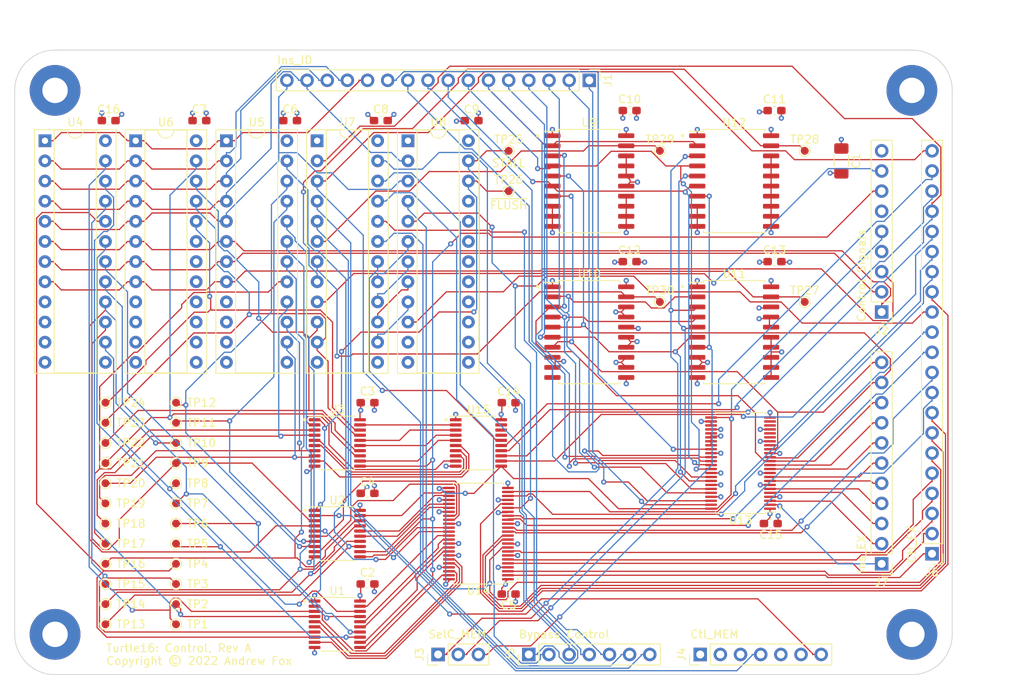
<source format=kicad_pcb>
(kicad_pcb (version 20211014) (generator pcbnew)
  (title_block (title "Turtle16: Control") (date "2022-04-24") (rev "A") (comment 3 "This includes logic to resolve pipeline hazards.") (comment 4 "The control unit produces control signals to sequence the CPU."))
  (layers (0 "F.Cu" signal) (1 "In1.Cu" power) (2 "In2.Cu" power) (31 "B.Cu" signal) (34 "B.Paste" user) (35 "F.Paste" user) (36 "B.SilkS" user "B.Silkscreen") (37 "F.SilkS" user "F.Silkscreen") (38 "B.Mask" user) (39 "F.Mask" user) (44 "Edge.Cuts" user))
  (net 0 "")
  (net 1 "GND")
  (net 2 "VCC")
  (net 3 "/ID Prototype Inputs/Carry")
  (net 4 "/ID Prototype Inputs/Z")
  (net 5 "/ID Prototype Inputs/OVF")
  (net 6 "/ID Prototype Inputs/Phi1c")
  (net 7 "/ID Prototype Inputs/Phi2")
  (net 8 "/ID Prototype Inputs/SelC_MEM0")
  (net 9 "/ID Prototype Inputs/SelC_MEM1")
  (net 10 "/ID Prototype Inputs/SelC_MEM2")
  (net 11 "/ID Prototype Inputs/Ctl_MEM14")
  (net 12 "/ID Prototype Inputs/Ctl_MEM15")
  (net 13 "/ID Prototype Inputs/Ctl_MEM16")
  (net 14 "/ID Prototype Inputs/Ctl_MEM17")
  (net 15 "/ID Prototype Inputs/Ctl_MEM18")
  (net 16 "/ID/Hazard Control/Hazard Control Comparators/SEL_A_MATCHES_SEL_C_EX")
  (net 17 "/ID/Hazard Control/Hazard Control Comparators/SEL_B_MATCHES_SEL_C_EX")
  (net 18 "/ID/Hazard Control/Hazard Control Comparators/SEL_B_MATCHES_SEL_C_MEM")
  (net 19 "/ID/Hazard Control/Hazard Control Comparators/SEL_A_MATCHES_SEL_C_MEM")
  (net 20 "/ID Prototype Inputs/Ctl_MEM19")
  (net 21 "/ID Prototype Inputs/Ctl_MEM20")
  (net 22 "/ID Prototype Outputs/FWD_A")
  (net 23 "/ID Prototype Outputs/FWD_EX_TO_A")
  (net 24 "/ID Prototype Outputs/FWD_MEM_TO_A")
  (net 25 "/ID Prototype Outputs/FWD_B")
  (net 26 "/ID Prototype Outputs/FWD_EX_TO_B")
  (net 27 "/ID Prototype Outputs/FWD_MEM_TO_B")
  (net 28 "/ID/ID Flush/Ctl_ID0")
  (net 29 "/ID/ID Flush/Ctl_ID1")
  (net 30 "/ID/ID Flush/Ctl_ID2")
  (net 31 "/ID/ID Flush/Ctl_ID3")
  (net 32 "/ID/ID Flush/Ctl_ID4")
  (net 33 "/ID/ID Flush/Ctl_ID5")
  (net 34 "/ID/ID Flush/Ctl_ID6")
  (net 35 "/ID/ID Flush/Ctl_ID7")
  (net 36 "/ID/ID Flush/Ctl_ID8")
  (net 37 "/ID/ID Flush/Ctl_ID9")
  (net 38 "/ID/ID Flush/Ctl_ID10")
  (net 39 "/ID/ID Flush/Ctl_ID11")
  (net 40 "/ID/ID Flush/Ctl_ID12")
  (net 41 "/ID/ID Flush/Ctl_ID13")
  (net 42 "/ID/ID Flush/Ctl_ID14")
  (net 43 "/ID/ID Flush/Ctl_ID15")
  (net 44 "/ID/ID Flush/Ctl_ID16")
  (net 45 "/ID/ID Flush/Ctl_ID17")
  (net 46 "/ID/ID Flush/Ctl_ID18")
  (net 47 "/ID/Ctl_EX0")
  (net 48 "/ID/Ctl_EX12")
  (net 49 "/ID/Ctl_EX13")
  (net 50 "/ID/Ctl_EX5")
  (net 51 "/ID/Ins_EX10")
  (net 52 "/ID/Ins_EX9")
  (net 53 "/ID/Ins_EX8")
  (net 54 "/ID/Ctl_EX20")
  (net 55 "/ID/Ctl_EX19")
  (net 56 "/ID/Ctl_EX18")
  (net 57 "/ID/Ctl_EX17")
  (net 58 "/ID/Ctl_EX16")
  (net 59 "/ID/Ctl_EX15")
  (net 60 "/ID/Ctl_EX14")
  (net 61 "/ID/Ctl_EX2")
  (net 62 "/ID/Ctl_EX1")
  (net 63 "/ID/Ins_EX0")
  (net 64 "/ID/Ins_EX1")
  (net 65 "/ID/Ins_EX2")
  (net 66 "/ID/Ins_EX3")
  (net 67 "/ID/Ins_EX4")
  (net 68 "/ID/Ins_EX5")
  (net 69 "/ID/Ins_EX6")
  (net 70 "/ID/Ins_EX7")
  (net 71 "/ID/Ctl_EX6")
  (net 72 "/ID/Ctl_EX7")
  (net 73 "/ID/Ctl_EX8")
  (net 74 "/ID/Ctl_EX9")
  (net 75 "/ID/Ctl_EX10")
  (net 76 "/ID/Ctl_EX11")
  (net 77 "/ID/Ctl_EX4")
  (net 78 "/ID/Ctl_EX3")
  (net 79 "/ID/Ins_ID5")
  (net 80 "/ID/Ins_ID6")
  (net 81 "/ID/Ins_ID7")
  (net 82 "/ID/Ins_ID2")
  (net 83 "/ID/Ins_ID3")
  (net 84 "/ID/Ins_ID4")
  (net 85 "/ID/Ins_ID14")
  (net 86 "/ID/Ins_ID15")
  (net 87 "/ID/ID Flush/Ctl_ID19")
  (net 88 "/ID/ID Flush/Ctl_ID20")
  (net 89 "/ID/ID Flush/Ctl_ID21")
  (net 90 "/ID/ID Flush/Ctl_ID22")
  (net 91 "/ID/Ctl_Mid0")
  (net 92 "/ID/Ctl_Mid1")
  (net 93 "/ID/Ctl_Mid2")
  (net 94 "/ID/Ctl_Mid3")
  (net 95 "/ID/Ins_ID10")
  (net 96 "/ID/Ins_ID9")
  (net 97 "/ID/Ins_ID8")
  (net 98 "/ID/Ins_ID1")
  (net 99 "/ID/Ins_ID0")
  (net 100 "/ID/Ctl_Mid4")
  (net 101 "/ID/Ctl_Mid5")
  (net 102 "/ID/Ctl_Mid6")
  (net 103 "/ID/Ctl_Mid7")
  (net 104 "/ID/Ctl_Mid8")
  (net 105 "/ID/Ctl_Mid9")
  (net 106 "/ID/Ctl_Mid10")
  (net 107 "/ID/Ctl_Mid11")
  (net 108 "/ID/Ctl_Mid12")
  (net 109 "/ID/Ctl_Mid13")
  (net 110 "/ID/Ctl_Mid14")
  (net 111 "/ID/Hazard Control/STALL")
  (net 112 "/ID/Ctl_Mid15")
  (net 113 "/ID/Ctl_Mid16")
  (net 114 "/ID/Ctl_Mid17")
  (net 115 "/ID/Ctl_Mid18")
  (net 116 "/ID/Ins_ID13")
  (net 117 "/ID/Ins_ID12")
  (net 118 "/ID/Ins_ID11")
  (net 119 "/ID/Ctl_Mid19")
  (net 120 "/ID/Ctl_Mid20")
  (net 121 "/ID/Ctl_Mid21")
  (net 122 "/ID/Ctl_Mid22")
  (net 123 "/ID/Ctl_Mid23")
  (net 124 "/ID/Hazard Control/~{FLUSH}")
  (net 125 "/ID/ID Flush/Ctl_ID23")
  (net 133 "Net-(U7-Pad14)")
  (net 134 "Net-(U7-Pad15)")
  (net 135 "Net-(U7-Pad16)")
  (net 136 "Net-(U7-Pad17)")
  (net 137 "/ID Prototype Inputs/~{RST_sync}")
  (footprint "Package_SO:SOIC-20W_7.5x12.8mm_P1.27mm" (layer "F.Cu") (at 170.65 96.52)
    (fp_text reference "U11")
    (fp_text value "74F521")
  )
  (footprint "TestPoint:TestPoint_Pad_D1.0mm" (layer "F.Cu") (at 100.33 105.41 180)
    (fp_text reference "TP12")
    (fp_text value "Ctl_Mid11")
  )
  (footprint "TestPoint:TestPoint_Pad_D1.0mm" (layer "F.Cu") (at 91.44 105.41 180)
    (fp_text reference "TP24")
    (fp_text value "Ctl_Mid23")
  )
  (footprint "TestPoint:TestPoint_Pad_D1.0mm" (layer "F.Cu") (at 91.44 120.65 180)
    (fp_text reference "TP18")
    (fp_text value "Ctl_Mid17")
  )
  (footprint "TestPoint:TestPoint_Pad_D1.0mm" (layer "F.Cu") (at 142.24 78.74)
    (fp_text reference "TP26")
    (fp_text value "~{FLUSH}")
  )
  (footprint "TestPoint:TestPoint_Pad_D1.0mm" (layer "F.Cu") (at 100.33 113.03 180)
    (fp_text reference "TP9")
    (fp_text value "Ctl_Mid8")
  )
  (footprint "TestPoint:TestPoint_Pad_D1.0mm" (layer "F.Cu") (at 91.44 123.19 180)
    (fp_text reference "TP17")
    (fp_text value "Ctl_Mid16")
  )
  (footprint "Connector_PinHeader_2.54mm:PinHeader_1x21_P2.54mm_Vertical" (layer "F.Cu") (at 195.58 124.46 180)
    (fp_text reference "J6")
    (fp_text value "Ctl_EX")
  )
  (footprint "Package_SO:SOIC-20W_7.5x12.8mm_P1.27mm" (layer "F.Cu") (at 152.4 96.52)
    (fp_text reference "U10")
    (fp_text value "74F521")
  )
  (footprint "Package_SO:SOIC-20W_7.5x12.8mm_P1.27mm" (layer "F.Cu") (at 152.4 77.47)
    (fp_text reference "U9")
    (fp_text value "74F521")
  )
  (footprint "Connector_PinHeader_2.54mm:PinHeader_1x07_P2.54mm_Vertical" (layer "F.Cu") (at 166.37 137.16 90)
    (fp_text reference "J4")
    (fp_text value "Ctl_MEM")
  )
  (footprint "Capacitor_SMD:C_0603_1608Metric_Pad1.08x0.95mm_HandSolder" (layer "F.Cu") (at 124.46 105.41)
    (fp_text reference "C3")
    (fp_text value "100nF")
  )
  (footprint "Package_DIP:DIP-24_W7.62mm_Socket" (layer "F.Cu") (at 118.11 72.385)
    (fp_text reference "U7")
    (fp_text value "ATF22V10C-7PX")
  )
  (footprint "TestPoint:TestPoint_Pad_D1.0mm" (layer "F.Cu") (at 91.44 107.95 180)
    (fp_text reference "TP23")
    (fp_text value "Ctl_Mid22")
  )
  (footprint "Capacitor_SMD:C_0603_1608Metric_Pad1.08x0.95mm_HandSolder" (layer "F.Cu") (at 126.1375 69.85)
    (fp_text reference "C8")
    (fp_text value "100nF")
  )
  (footprint "Package_SO:TSSOP-48_6.1x12.5mm_P0.5mm" (layer "F.Cu") (at 138.43 121.92 180)
    (fp_text reference "U14")
    (fp_text value "74ABT16374")
  )
  (footprint "TestPoint:TestPoint_Pad_D1.0mm" (layer "F.Cu") (at 100.33 110.49 180)
    (fp_text reference "TP10")
    (fp_text value "Ctl_Mid9")
  )
  (footprint "Capacitor_SMD:C_0603_1608Metric_Pad1.08x0.95mm_HandSolder" (layer "F.Cu") (at 124.46 116.84)
    (fp_text reference "C4")
    (fp_text value "100nF")
  )
  (footprint "TestPoint:TestPoint_Pad_D1.0mm" (layer "F.Cu") (at 100.33 120.65 180)
    (fp_text reference "TP6")
    (fp_text value "Ctl_Mid5")
  )
  (footprint "TestPoint:TestPoint_Pad_D1.0mm" (layer "F.Cu") (at 100.33 123.19 180)
    (fp_text reference "TP5")
    (fp_text value "Ctl_Mid4")
  )
  (footprint "TestPoint:TestPoint_Pad_D1.0mm" (layer "F.Cu") (at 100.33 130.81 180)
    (fp_text reference "TP2")
    (fp_text value "Ctl_Mid1")
  )
  (footprint "Capacitor_SMD:C_0603_1608Metric_Pad1.08x0.95mm_HandSolder" (layer "F.Cu") (at 137.5675 69.85)
    (fp_text reference "C9")
    (fp_text value "100nF")
  )
  (footprint "Connector_PinHeader_2.54mm:PinHeader_1x11_P2.54mm_Vertical" (layer "F.Cu") (at 189.23 125.73 180)
    (fp_text reference "J7")
    (fp_text value "Ins_EX")
  )
  (footprint "Capacitor_SMD:C_0603_1608Metric_Pad1.08x0.95mm_HandSolder" (layer "F.Cu") (at 114.7075 69.85)
    (fp_text reference "C6")
    (fp_text value "100nF")
  )
  (footprint "Package_DIP:DIP-24_W7.62mm_Socket" (layer "F.Cu") (at 83.82 72.385)
    (fp_text reference "U4")
    (fp_text value "ATF22V10C-7PX")
  )
  (footprint "TestPoint:TestPoint_Pad_D1.0mm" (layer "F.Cu") (at 91.44 118.11 180)
    (fp_text reference "TP19")
    (fp_text value "Ctl_Mid18")
  )
  (footprint "Package_DIP:DIP-24_W7.62mm_Socket" (layer "F.Cu") (at 106.68 72.385)
    (fp_text reference "U5")
    (fp_text value "ATF22V10C-7PX")
  )
  (footprint "Package_SO:SOIC-20W_7.5x12.8mm_P1.27mm" (layer "F.Cu") (at 170.65 77.47)
    (fp_text reference "U12")
    (fp_text value "74F521")
  )
  (footprint "Capacitor_SMD:C_0603_1608Metric_Pad1.08x0.95mm_HandSolder" (layer "F.Cu") (at 91.8475 69.85)
    (fp_text reference "C16")
    (fp_text value "100nF")
  )
  (footprint "Capacitor_SMD:C_0603_1608Metric_Pad1.08x0.95mm_HandSolder" (layer "F.Cu") (at 142.24 105.41)
    (fp_text reference "C14")
    (fp_text value "100nF")
  )
  (footprint "Package_SO:TSSOP-20_4.4x6.5mm_P0.65mm" (layer "F.Cu") (at 138.43 110.49)
    (fp_text reference "U15")
    (fp_text value "74AHCT574")
  )
  (footprint "TestPoint:TestPoint_Pad_D1.0mm" (layer "F.Cu") (at 179.54 92.71)
    (fp_text reference "TP27")
    (fp_text value "SEL_B_MATCHES_SEL_C_MEM")
  )
  (footprint "MountingHole:MountingHole_3.2mm_M3_Pad" (layer "F.Cu") (at 193.04 66.04)
    (fp_text reference "H2" hide)
    (fp_text value "MountingHole_Pad")
  )
  (footprint "TestPoint:TestPoint_Pad_D1.0mm" (layer "F.Cu") (at 91.44 130.81 180)
    (fp_text reference "TP14")
    (fp_text value "Ctl_Mid13")
  )
  (footprint "Capacitor_SMD:C_0603_1608Metric_Pad1.08x0.95mm_HandSolder" (layer "F.Cu") (at 175.73 87.63)
    (fp_text reference "C13")
    (fp_text value "100nF")
  )
  (footprint "Capacitor_SMD:C_0603_1608Metric_Pad1.08x0.95mm_HandSolder" (layer "F.Cu") (at 124.46 128.27)
    (fp_text reference "C2")
    (fp_text value "100nF")
  )
  (footprint "TestPoint:TestPoint_Pad_D1.0mm" (layer "F.Cu") (at 100.33 128.27 180)
    (fp_text reference "TP3")
    (fp_text value "Ctl_Mid2")
  )
  (footprint "TestPoint:TestPoint_Pad_D1.0mm" (layer "F.Cu") (at 142.24 73.66)
    (fp_text reference "TP25")
    (fp_text value "STALL")
  )
  (footprint "TestPoint:TestPoint_Pad_D1.0mm" (layer "F.Cu") (at 100.33 115.57 180)
    (fp_text reference "TP8")
    (fp_text value "Ctl_Mid7")
  )
  (footprint "TestPoint:TestPoint_Pad_D1.0mm" (layer "F.Cu") (at 100.33 107.95 180)
    (fp_text reference "TP11")
    (fp_text value "Ctl_Mid10")
  )
  (footprint "TestPoint:TestPoint_Pad_D1.0mm" (layer "F.Cu") (at 179.54 73.66)
    (fp_text reference "TP28")
    (fp_text value "SEL_A_MATCHES_SEL_C_MEM")
  )
  (footprint "Capacitor_SMD:C_0603_1608Metric_Pad1.08x0.95mm_HandSolder" (layer "F.Cu") (at 157.48 87.63)
    (fp_text reference "C12")
    (fp_text value "100nF")
  )
  (footprint "Capacitor_SMD:C_0603_1608Metric_Pad1.08x0.95mm_HandSolder" (layer "F.Cu") (at 103.2775 69.85)
    (fp_text reference "C7")
    (fp_text value "100nF")
  )
  (footprint "Capacitor_SMD:C_0603_1608Metric_Pad1.08x0.95mm_HandSolder" (layer "F.Cu") (at 175.73 68.58)
    (fp_text reference "C11")
    (fp_text value "100nF")
  )
  (footprint "TestPoint:TestPoint_Pad_D1.0mm" (layer "F.Cu") (at 91.44 110.49 180)
    (fp_text reference "TP22")
    (fp_text value "Ctl_Mid21")
  )
  (footprint "Package_SO:TSSOP-20_4.4x6.5mm_P0.65mm" (layer "F.Cu") (at 120.65 133.35)
    (fp_text reference "U1")
    (fp_text value "74AHCT273")
  )
  (footprint "Connector_PinHeader_2.54mm:PinHeader_1x03_P2.54mm_Vertical" (layer "F.Cu") (at 133.35 137.16 90)
    (fp_text reference "J3")
    (fp_text value "SelC_MEM")
  )
  (footprint "TestPoint:TestPoint_Pad_D1.0mm" (layer "F.Cu") (at 161.29 73.66)
    (fp_text reference "TP29")
    (fp_text value "SEL_A_MATCHES_SEL_C_EX")
  )
  (footprint "TestPoint:TestPoint_Pad_D1.0mm" (layer "F.Cu") (at 91.44 128.27 180)
    (fp_text reference "TP15")
    (fp_text value "Ctl_Mid14")
  )
  (footprint "Package_SO:TSSOP-48_6.1x12.5mm_P0.5mm" (layer "F.Cu") (at 171.45 113.03 180)
    (fp_text reference "U13")
    (fp_text value "74ABT16374")
  )
  (footprint "TestPoint:TestPoint_Pad_D1.0mm" (layer "F.Cu") (at 100.33 118.11 180)
    (fp_text reference "TP7")
    (fp_text value "Ctl_Mid6")
  )
  (footprint "TestPoint:TestPoint_Pad_D1.0mm" (layer "F.Cu") (at 100.33 133.35 180)
    (fp_text reference "TP1")
    (fp_text value "Ctl_Mid0")
  )
  (footprint "Package_SO:TSSOP-20_4.4x6.5mm_P0.65mm" (layer "F.Cu") (at 120.65 121.92)
    (fp_text reference "U2")
    (fp_text value "74AHCT273")
  )
  (footprint "TestPoint:TestPoint_Pad_D1.0mm" (layer "F.Cu") (at 91.44 113.03 180)
    (fp_text reference "TP21")
    (fp_text value "Ctl_Mid20")
  )
  (footprint "MountingHole:MountingHole_3.2mm_M3_Pad" (layer "F.Cu") (at 85.09 66.04)
    (fp_text reference "H1" hide)
    (fp_text value "MountingHole_Pad")
  )
  (footprint "TestPoint:TestPoint_Pad_D1.0mm" (layer "F.Cu") (at 91.44 125.73 180)
    (fp_text reference "TP16")
    (fp_text value "Ctl_Mid15")
  )
  (footprint "Package_DIP:DIP-24_W7.62mm_Socket" (layer "F.Cu") (at 129.55 72.385)
    (fp_text reference "U8")
    (fp_text value "ATF22V10C-7PX")
  )
  (footprint "Capacitor_SMD:C_0603_1608Metric_Pad1.08x0.95mm_HandSolder" (layer "F.Cu") (at 175.26 120.65 180)
    (fp_text reference "C15")
    (fp_text value "100nF")
  )
  (footprint "Capacitor_SMD:C_1206_3216Metric_Pad1.33x1.80mm_HandSolder" (layer "F.Cu") (at 184.15 74.93 -90)
    (fp_text reference "C1")
    (fp_text value "100µF")
  )
  (footprint "Package_SO:TSSOP-20_4.4x6.5mm_P0.65mm" (layer "F.Cu") (at 120.65 110.49)
    (fp_text reference "U3")
    (fp_text value "74AHCT273")
  )
  (footprint "Capacitor_SMD:C_0603_1608Metric_Pad1.08x0.95mm_HandSolder" (layer "F.Cu") (at 157.48 68.58)
    (fp_text reference "C10")
    (fp_text value "100nF")
  )
  (footprint "Capacitor_SMD:C_0603_1608Metric_Pad1.08x0.95mm_HandSolder" (layer "F.Cu") (at 142.24 129.54 180)
    (fp_text reference "C5")
    (fp_text value "100nF")
  )
  (footprint "Package_DIP:DIP-24_W7.62mm_Socket" (layer "F.Cu") (at 95.25 72.385)
    (fp_text reference "U6")
    (fp_text value "ATF22V10C-7PX")
  )
  (footprint "Connector_PinHeader_2.54mm:PinHeader_1x09_P2.54mm_Vertical" (layer "F.Cu") (at 189.23 93.98 180)
    (fp_text reference "J2")
    (fp_text value "Control Signals")
  )
  (footprint "TestPoint:TestPoint_Pad_D1.0mm" (layer "F.Cu") (at 91.44 115.57 180)
    (fp_text reference "TP20")
    (fp_text value "Ctl_Mid19")
  )
  (footprint "Connector_PinHeader_2.54mm:PinHeader_1x16_P2.54mm_Vertical" (layer "F.Cu") (at 152.4 64.77 -90)
    (fp_text reference "J1")
    (fp_text value "Ins_ID")
  )
  (footprint "Connector_PinHeader_2.54mm:PinHeader_1x07_P2.54mm_Vertical" (layer "F.Cu") (at 144.775 137.16 90)
    (fp_text reference "J5")
    (fp_text value "Bypass Control")
  )
  (footprint "TestPoint:TestPoint_Pad_D1.0mm" (layer "F.Cu") (at 100.33 125.73 180)
    (fp_text reference "TP4")
    (fp_text value "Ctl_Mid3")
  )
  (footprint "MountingHole:MountingHole_3.2mm_M3_Pad" (layer "F.Cu") (at 193.04 134.62)
    (fp_text reference "H4" hide)
    (fp_text value "MountingHole_Pad")
  )
  (footprint "MountingHole:MountingHole_3.2mm_M3_Pad" (layer "F.Cu") (at 85.09 134.62)
    (fp_text reference "H3" hide)
    (fp_text value "MountingHole_Pad")
  )
  (footprint "TestPoint:TestPoint_Pad_D1.0mm" (layer "F.Cu") (at 161.29 92.71)
    (fp_text reference "TP30")
    (fp_text value "SEL_B_MATCHES_SEL_C_EX")
  )
  (footprint "TestPoint:TestPoint_Pad_D1.0mm" (layer "F.Cu") (at 91.44 133.35 180)
    (fp_text reference "TP13")
    (fp_text value "Ctl_Mid12")
  )
  (gr_line (start 198.12 134.62) (end 198.12 66.04) (layer "Edge.Cuts") (width 0.1))
  (gr_line (start 80.01 66.04) (end 80.01 134.62) (layer "Edge.Cuts") (width 0.1))
  (gr_line (start 85.09 139.7) (end 193.04 139.7) (layer "Edge.Cuts") (width 0.1))
  (gr_arc (start 192.97 60.96) (mid 196.607282 62.423073) (end 198.12 66.04) (layer "Edge.Cuts") (width 0.1))
  (gr_arc (start 198.12 134.62) (mid 196.632102 138.212102) (end 193.04 139.7) (layer "Edge.Cuts") (width 0.1))
  (gr_arc (start 80.01 66.04) (mid 81.497898 62.447898) (end 85.09 60.96) (layer "Edge.Cuts") (width 0.1))
  (gr_line (start 192.97 60.96) (end 85.09 60.96) (layer "Edge.Cuts") (width 0.1))
  (gr_arc (start 85.09 139.7) (mid 81.497898 138.212102) (end 80.01 134.62) (layer "Edge.Cuts") (width 0.1))
  (gr_text "Turtle16: Control, Rev A\nCopyright © 2022 Andrew Fox" (at 91.44 137.16) (layer "F.SilkS") (effects (font (size 1 1)) (justify left)))
  (segment (start 147.75 81.915) (end 147.75 83.185) (width 0.1524) (layer "F.Cu") (net 1))
  (segment (start 175.3 99.695) (end 175.3 100.965) (width 0.1524) (layer "F.Cu") (net 1))
  (segment (start 173.7798 93.4679) (end 175.1771 93.4679) (width 0.1524) (layer "F.Cu") (net 1))
  (segment (start 142.1425 116.17) (end 142.1425 115.5399) (width 0.1524) (layer "F.Cu") (net 1))
  (segment (start 167.7375 108.78) (end 168.9591 108.78) (width 0.1524) (layer "F.Cu") (net 1))
  (segment (start 127.7854 69.0646) (end 127 69.85) (width 0.1524) (layer "F.Cu") (net 1))
  (segment (start 166 102.235) (end 166 103.025) (width 0.1524) (layer "F.Cu") (net 1))
  (segment (start 175.3 75.565) (end 175.3 74.295) (width 0.1524) (layer "F.Cu") (net 1))
  (segment (start 148.1031 100.2028) (end 148.1031 100.0481) (width 0.1524) (layer "F.Cu") (net 1))
  (segment (start 156.415 100.33) (end 157.05 99.695) (width 0.1524) (layer "F.Cu") (net 1))
  (segment (start 175.3 99.0144) (end 175.3 99.695) (width 0.1524) (layer "F.Cu") (net 1))
  (segment (start 142.1425 127.67) (end 141.8338 127.9787) (width 0.1524) (layer "F.Cu") (net 1))
  (segment (start 175.3 98.425) (end 175.3 99.0144) (width 0.1524) (layer "F.Cu") (net 1))
  (segment (start 157.05 78.105) (end 157.535 77.62) (width 0.1524) (layer "F.Cu") (net 1))
  (segment (start 175.0901 94.8249) (end 175.0901 95.6751) (width 0.1524) (layer "F.Cu") (net 1))
  (segment (start 147.75 71.755) (end 147.75 70.9665) (width 0.1524) (layer "F.Cu") (net 1))
  (segment (start 158.4125 97.7131) (end 157.6081 97.7131) (width 0.1524) (layer "F.Cu") (net 1))
  (segment (start 167.7375 114.28) (end 168.9591 114.28) (width 0.1524) (layer "F.Cu") (net 1))
  (segment (start 175.3 76.835) (end 175.3 78.105) (width 0.1524) (layer "F.Cu") (net 1))
  (segment (start 157.6081 97.8669) (end 157.05 98.425) (width 0.1524) (layer "F.Cu") (net 1))
  (segment (start 175.3 76.835) (end 175.3 75.565) (width 0.1524) (layer "F.Cu") (net 1))
  (segment (start 175.3 83.185) (end 175.3 83.9766) (width 0.1524) (layer "F.Cu") (net 1))
  (segment (start 147.75 83.185) (end 147.75 83.9766) (width 0.1524) (layer "F.Cu") (net 1))
  (segment (start 125.3225 105.41) (end 125.3225 106.3666) (width 0.1524) (layer "F.Cu") (net 1))
  (segment (start 134.7175 117.67) (end 133.515 117.67) (width 0.1524) (layer "F.Cu") (net 1))
  (segment (start 167.7375 117.28) (end 168.9591 117.28) (width 0.1524) (layer "F.Cu") (net 1))
  (segment (start 175.3 100.965) (end 175.3 102.235) (width 0.1524) (layer "F.Cu") (net 1))
  (segment (start 175.1625 107.28) (end 175.1625 106.6471) (width 0.1524) (layer "F.Cu") (net 1))
  (segment (start 155.7357 93.9767) (end 156.4183 93.9767) (width 0.1524) (layer "F.Cu") (net 1))
  (segment (start 133.515 117.67) (end 133.5002 117.6552) (width 0.1524) (layer "F.Cu") (net 1))
  (segment (start 141.8338 127.9787) (end 141.8338 128.3077) (width 0.1524) (layer "F.Cu") (net 1))
  (segment (start 143.1025 105.41) (end 143.1025 106.3758) (width 0.1524) (layer "F.Cu") (net 1))
  (segment (start 135.9339 123.17) (end 134.7175 123.17) (width 0.1524) (layer "F.Cu") (net 1))
  (segment (start 142.1425 117.67) (end 140.9264 117.67) (width 0.1524) (layer "F.Cu") (net 1))
  (segment (start 158.3425 69.5555) (end 158.3425 68.58) (width 0.1524) (layer "F.Cu") (net 1))
  (segment (start 155.7605 100.33) (end 156.415 100.33) (width 0.1524) (layer "F.Cu") (net 1))
  (segment (start 142.1425 120.67) (end 143.358 120.67) (width 0.1524) (layer "F.Cu") (net 1))
  (segment (start 157.535 77.32) (end 157.05 76.835) (width 0.1524) (layer "F.Cu") (net 1))
  (segment (start 148.1031 100.6119) (end 147.75 100.965) (width 0.1524) (layer "F.Cu") (net 1))
  (segment (start 143.3653 123.2274) (end 142.1999 123.2274) (width 0.1524) (layer "F.Cu") (net 1))
  (segment (start 93.4978 69.0622) (end 92.71 69.85) (width 0.1524) (layer "F.Cu") (net 1))
  (segment (start 125.3225 129.2406) (end 125.3225 128.27) (width 0.1524) (layer "F.Cu") (net 1))
  (segment (start 166 81.915) (end 166 80.645) (width 0.1524) (layer "F.Cu") (net 1))
  (segment (start 157.05 75.565) (end 157.05 74.295) (width 0.1524) (layer "F.Cu") (net 1))
  (segment (start 176.5925 68.58) (end 176.5925 69.5387) (width 0.1524) (layer "F.Cu") (net 1))
  (segment (start 175.3 81.915) (end 175.3 83.185) (width 0.1524) (layer "F.Cu") (net 1))
  (segment (start 176.3889 117.2765) (end 175.166 117.2765) (width 0.1524) (layer "F.Cu") (net 1))
  (segment (start 157.535 77.6032) (end 157.535 77.32) (width 0.1524) (layer "F.Cu") (net 1))
  (segment (start 147.75 100.965) (end 147.75 102.235) (width 0.1524) (layer "F.Cu") (net 1))
  (segment (start 138.43 68.8908) (end 138.43 69.85) (width 0.1524) (layer "F.Cu") (net 1))
  (segment (start 157.05 81.915) (end 157.05 83.185) (width 0.1524) (layer "F.Cu") (net 1))
  (segment (start 148.1031 100.2028) (end 148.1031 100.6119) (width 0.1524) (layer "F.Cu") (net 1))
  (segment (start 147.75 80.645) (end 147.75 81.915) (width 0.1524) (layer "F.Cu") (net 1))
  (segment (start 147.75 90.805) (end 147.75 90.0231) (width 0.1524) (layer "F.Cu") (net 1))
  (segment (start 156.415 100.33) (end 157.05 100.965) (width 0.1524) (layer "F.Cu") (net 1))
  (segment (start 148.1031 100.0481) (end 147.75 99.695) (width 0.1524) (layer "F.Cu") (net 1))
  (segment (start 157.05 79.375) (end 157.05 80.645) (width 0.1524) (layer "F.Cu") (net 1))
  (segment (start 175.3 97.155) (end 175.3 98.425) (width 0.1524) (layer "F.Cu") (net 1))
  (segment (start 157.05 102.235) (end 157.05 103.0262) (width 0.1524) (layer "F.Cu") (net 1))
  (segment (start 157.05 94.615) (end 156.4183 93.9833) (width 0.1524) (layer "F.Cu") (net 1))
  (segment (start 157.05 80.645) (end 157.05 81.915) (width 0.1524) (layer "F.Cu") (net 1))
  (segment (start 166.635 100.33) (end 166 99.695) (width 0.1524) (layer "F.Cu") (net 1))
  (segment (start 117.0968 125.5357) (end 117.7875 124.845) (width 0.1524) (layer "F.Cu") (net 1))
  (segment (start 157.05 76.835) (end 157.05 75.565) (width 0.1524) (layer "F.Cu") (net 1))
  (segment (start 167.7375 111.78) (end 168.9591 111.78) (width 0.1524) (layer "F.Cu") (net 1))
  (segment (start 167.2847 100.33) (end 166.635 100.33) (width 0.1524) (layer "F.Cu") (net 1))
  (segment (start 135.5675 107.565) (end 135.5675 106.8806) (width 0.1524) (layer "F.Cu") (net 1))
  (segment (start 173.789 94.8249) (end 175.0901 94.8249) (width 0.1524) (layer "F.Cu") (net 1))
  (segment (start 104.14 68.8934) (end 104.14 69.85) (width 0.1524) (layer "F.Cu") (net 1))
  (segment (start 175.3 80.645) (end 175.3 79.375) (width 0.1524) (layer "F.Cu") (net 1))
  (segment (start 156.4183 93.9833) (end 156.4183 93.9767) (width 0.1524) (layer "F.Cu") (net 1))
  (segment (start 175.1625 108.78) (end 173.938 108.78) (width 0.1524) (layer "F.Cu") (net 1))
  (segment (start 157.6081 97.7131) (end 157.6081 97.8669) (width 0.1524) (layer "F.Cu") (net 1))
  (segment (start 159.3655 87.6929) (end 158.4054 87.6929) (width 0.1524) (layer "F.Cu") (net 1))
  (segment (start 140.9205 126.17) (end 142.1425 126.17) (width 0.1524) (layer "F.Cu") (net 1))
  (segment (start 175.1625 119.885) (end 174.3975 120.65) (width 0.1524) (layer "F.Cu") (net 1))
  (segment (start 125.3225 116.84) (end 125.3225 115.8807) (width 0.1524) (layer "F.Cu") (net 1))
  (segment (start 141.3775 128.764) (end 141.3775 129.54) (width 0.1524) (layer "F.Cu") (net 1))
  (segment (start 166 90.805) (end 166 90.0235) (width 0.1524) (layer "F.Cu") (net 1))
  (segment (start 166 83.185) (end 166 83.9682) (width 0.1524) (layer "F.Cu") (net 1))
  (segment (start 156.4183 93.9767) (end 157.05 93.345) (width 0.1524) (layer "F.Cu") (net 1))
  (segment (start 182.745 76.4621) (end 184.1196 76.4621) (width 0.1524) (layer "F.Cu") (net 1))
  (segment (start 166 83.185) (end 166 81.915) (width 0.1524) (layer "F.Cu") (net 1))
  (segment (start 135.9334 120.67) (end 134.7175 120.67) (width 0.1524) (layer "F.Cu") (net 1))
  (segment (start 149.169 100.2028) (end 148.1031 100.2028) (width 0.1524) (layer "F.Cu") (net 1))
  (segment (start 115.57 68.8927) (end 115.57 69.85) (width 0.1524) (layer "F.Cu") (net 1))
  (segment (start 117.7875 113.415) (end 117.0991 114.1034) (width 0.1524) (layer "F.Cu") (net 1))
  (segment (start 158.472 77.6032) (end 157.535 77.6032) (width 0.1524) (layer "F.Cu") (net 1))
  (segment (start 177.6371 87.6929) (end 176.6554 87.6929) (width 0.1524) (layer "F.Cu") (net 1))
  (segment (start 158.5551 96.0581) (end 157.2231 96.0581) (width 0.1524) (layer "F.Cu") (net 1))
  (segment (start 157.05 83.185) (end 157.05 83.9766) (width 0.1524) (layer "F.Cu") (net 1))
  (segment (start 175.1625 119.4173) (end 175.1625 119.885) (width 0.1524) (layer "F.Cu") (net 1))
  (segment (start 175.3 80.645) (end 175.3 81.915) (width 0.1524) (layer "F.Cu") (net 1))
  (segment (start 166.635 100.33) (end 166 100.965) (width 0.1524) (layer "F.Cu") (net 1))
  (segment (start 175.3 78.105) (end 175.3 79.375) (width 0.1524) (layer "F.Cu") (net 1))
  (segment (start 134.7175 126.17) (end 133.4914 126.17) (width 0.1524) (layer "F.Cu") (net 1))
  (segment (start 141.8338 128.3077) (end 141.3775 128.764) (width 0.1524) (layer "F.Cu") (net 1))
  (segment (start 175.1625 114.28) (end 173.9454 114.28) (width 0.1524) (layer "F.Cu") (net 1))
  (segment (start 157.6081 97.7131) (end 157.05 97.155) (width 0.1524) (layer "F.Cu") (net 1))
  (segment (start 176.3924 111.8191) (end 175.2016 111.8191) (width 0.1524) (layer "F.Cu") (net 1))
  (segment (start 175.1625 118.78) (end 175.1625 119.4173) (width 0.1524) (layer "F.Cu") (net 1))
  (segment (start 166 71.755) (end 166 70.9726) (width 0.1524) (layer "F.Cu") (net 1))
  (segment (start 134.3448 113.415) (end 135.5675 113.415) (width 0.1524) (layer "F.Cu") (net 1))
  (segment (start 117.0991 114.1034) (end 116.8004 114.1034) (width 0.1524) (layer "F.Cu") (net 1))
  (segment (start 157.535 77.62) (end 157.535 77.6032) (width 0.1524) (layer "F.Cu") (net 1))
  (segment (start 176.6307 99.0144) (end 175.3 99.0144) (width 0.1524) (layer "F.Cu") (net 1))
  (segment (start 117.7875 136.9628) (end 117.7875 136.275) (width 0.1524) (layer "F.Cu") (net 1))
  (via (at 104.14 68.8934) (size 0.65) (drill 0.3) (layers "F.Cu" "B.Cu") (net 1))
  (via (at 127.7854 69.0646) (size 0.65) (drill 0.3) (layers "F.Cu" "B.Cu") (net 1))
  (via (at 135.5675 106.8806) (size 0.65) (drill 0.3) (layers "F.Cu" "B.Cu") (net 1))
  (via (at 157.05 103.0262) (size 0.65) (drill 0.3) (layers "F.Cu" "B.Cu") (net 1))
  (via (at 117.0968 125.5357) (size 0.65) (drill 0.3) (layers "F.Cu" "B.Cu") (net 1))
  (via (at 138.43 68.8908) (size 0.65) (drill 0.3) (layers "F.Cu" "B.Cu") (net 1))
  (via (at 168.9591 114.28) (size 0.65) (drill 0.3) (layers "F.Cu" "B.Cu") (net 1))
  (via (at 158.472 77.6032) (size 0.65) (drill 0.3) (layers "F.Cu" "B.Cu") (net 1))
  (via (at 158.4125 97.7131) (size 0.65) (drill 0.3) (layers "F.Cu" "B.Cu") (net 1))
  (via (at 176.3889 117.2765) (size 0.65) (drill 0.3) (layers "F.Cu" "B.Cu") (net 1))
  (via (at 140.9264 117.67) (size 0.65) (drill 0.3) (layers "F.Cu" "B.Cu") (net 1))
  (via (at 155.7357 93.9767) (size 0.65) (drill 0.3) (layers "F.Cu" "B.Cu") (net 1))
  (via (at 176.3924 111.8191) (size 0.65) (drill 0.3) (layers "F.Cu" "B.Cu") (net 1))
  (via (at 177.6371 87.6929) (size 0.65) (drill 0.3) (layers "F.Cu" "B.Cu") (net 1))
  (via (at 166 90.0235) (size 0.65) (drill 0.3) (layers "F.Cu" "B.Cu") (net 1))
  (via (at 141.8338 128.3077) (size 0.65) (drill 0.3) (layers "F.Cu" "B.Cu") (net 1))
  (via (at 116.8004 114.1034) (size 0.65) (drill 0.3) (layers "F.Cu" "B.Cu") (net 1))
  (via (at 143.358 120.67) (size 0.65) (drill 0.3) (layers "F.Cu" "B.Cu") (net 1))
  (via (at 147.75 70.9665) (size 0.65) (drill 0.3) (layers "F.Cu" "B.Cu") (net 1))
  (via (at 166 70.9726) (size 0.65) (drill 0.3) (layers "F.Cu" "B.Cu") (net 1))
  (via (at 133.4914 126.17) (size 0.65) (drill 0.3) (layers "F.Cu" "B.Cu") (net 1))
  (via (at 175.1625 106.6471) (size 0.65) (drill 0.3) (layers "F.Cu" "B.Cu") (net 1))
  (via (at 173.9454 114.28) (size 0.65) (drill 0.3) (layers "F.Cu" "B.Cu") (net 1))
  (via (at 167.2847 100.33) (size 0.65) (drill 0.3) (layers "F.Cu" "B.Cu") (net 1))
  (via (at 125.3225 106.3666) (size 0.65) (drill 0.3) (layers "F.Cu" "B.Cu") (net 1))
  (via (at 134.3448 113.415) (size 0.65) (drill 0.3) (layers "F.Cu" "B.Cu") (net 1))
  (via (at 182.745 76.4621) (size 0.65) (drill 0.3) (layers "F.Cu" "B.Cu") (net 1))
  (via (at 176.5925 69.5387) (size 0.65) (drill 0.3) (layers "F.Cu" "B.Cu") (net 1))
  (via (at 175.1625 119.4173) (size 0.65) (drill 0.3) (layers "F.Cu" "B.Cu") (net 1))
  (via (at 140.9205 126.17) (size 0.65) (drill 0.3) (layers "F.Cu" "B.Cu") (net 1))
  (via (at 115.57 68.8927) (size 0.65) (drill 0.3) (layers "F.Cu" "B.Cu") (net 1))
  (via (at 168.9591 117.28) (size 0.65) (drill 0.3) (layers "F.Cu" "B.Cu") (net 1))
  (via (at 166 83.9682) (size 0.65) (drill 0.3) (layers "F.Cu" "B.Cu") (net 1))
  (via (at 135.9334 120.67) (size 0.65) (drill 0.3) (layers "F.Cu" "B.Cu") (net 1))
  (via (at 159.3655 87.6929) (size 0.65) (drill 0.3) (layers "F.Cu" "B.Cu") (net 1))
  (via (at 135.9339 123.17) (size 0.65) (drill 0.3) (layers "F.Cu" "B.Cu") (net 1))
  (via (at 175.3 83.9766) (size 0.65) (drill 0.3) (layers "F.Cu" "B.Cu") (net 1))
  (via (at 168.9591 111.78) (size 0.65) (drill 0.3) (layers "F.Cu" "B.Cu") (net 1))
  (via (at 158.3425 69.5555) (size 0.65) (drill 0.3) (layers "F.Cu" "B.Cu") (net 1))
  (via (at 176.6307 99.0144) (size 0.65) (drill 0.3) (layers "F.Cu" "B.Cu") (net 1))
  (via (at 168.9591 108.78) (size 0.65) (drill 0.3) (layers "F.Cu" "B.Cu") (net 1))
  (via (at 173.789 94.8249) (size 0.65) (drill 0.3) (layers "F.Cu" "B.Cu") (net 1))
  (via (at 149.169 100.2028) (size 0.65) (drill 0.3) (layers "F.Cu" "B.Cu") (net 1))
  (via (at 133.5002 117.6552) (size 0.65) (drill 0.3) (layers "F.Cu" "B.Cu") (net 1))
  (via (at 143.3653 123.2274) (size 0.65) (drill 0.3) (layers "F.Cu" "B.Cu") (net 1))
  (via (at 142.1425 115.5399) (size 0.65) (drill 0.3) (layers "F.Cu" "B.Cu") (net 1))
  (via (at 93.4978 69.0622) (size 0.65) (drill 0.3) (layers "F.Cu" "B.Cu") (net 1))
  (via (at 166 103.025) (size 0.65) (drill 0.3) (layers "F.Cu" "B.Cu") (net 1))
  (via (at 158.5551 96.0581) (size 0.65) (drill 0.3) (layers "F.Cu" "B.Cu") (net 1))
  (via (at 147.75 90.0231) (size 0.65) (drill 0.3) (layers "F.Cu" "B.Cu") (net 1))
  (via (at 155.7605 100.33) (size 0.65) (drill 0.3) (layers "F.Cu" "B.Cu") (net 1))
  (via (at 125.3225 129.2406) (size 0.65) (drill 0.3) (layers "F.Cu" "B.Cu") (net 1))
  (via (at 117.7875 136.9628) (size 0.65) (drill 0.3) (layers "F.Cu" "B.Cu") (net 1))
  (via (at 125.3225 115.8807) (size 0.65) (drill 0.3) (layers "F.Cu" "B.Cu") (net 1))
  (via (at 147.75 83.9766) (size 0.65) (drill 0.3) (layers "F.Cu" "B.Cu") (net 1))
  (via (at 157.05 83.9766) (size 0.65) (drill 0.3) (layers "F.Cu" "B.Cu") (net 1))
  (via (at 173.7798 93.4679) (size 0.65) (drill 0.3) (layers "F.Cu" "B.Cu") (net 1))
  (via (at 173.938 108.78) (size 0.65) (drill 0.3) (layers "F.Cu" "B.Cu") (net 1))
  (via (at 143.1025 106.3758) (size 0.65) (drill 0.3) (layers "F.Cu" "B.Cu") (net 1))
  (segment (start 123.5125 129.7285) (end 123.5975 129.6435) (width 0.1524) (layer "F.Cu") (net 2))
  (segment (start 167.7375 110.28) (end 167.7375 110.78) (width 0.1524) (layer "F.Cu") (net 2))
  (segment (start 184.15 72.2192) (end 184.15 73.3675) (width 0.1524) (layer "F.Cu") (net 2))
  (segment (start 140.9236 119.2756) (end 142.0369 119.2756) (width 0.1524) (layer "F.Cu") (net 2))
  (segment (start 166.4978 107.78) (end 167.7375 107.78) (width 0.1524) (layer "F.Cu") (net 2))
  (segment (start 142.0369 119.2756) (end 142.1425 119.17) (width 0.1524) (layer "F.Cu") (net 2))
  (segment (start 141.2925 106.8781) (end 141.3775 106.7931) (width 0.1524) (layer "F.Cu") (net 2))
  (segment (start 173.9405 110.28) (end 175.1625 110.28) (width 0.1524) (layer "F.Cu") (net 2))
  (segment (start 167.7375 109.6173) (end 167.7375 109.78) (width 0.1524) (layer "F.Cu") (net 2))
  (segment (start 176.1797 119.6823) (end 176.1797 120.5928) (width 0.1524) (layer "F.Cu") (net 2))
  (segment (start 135.6597 69.9232) (end 136.6318 69.9232) (width 0.1524) (layer "F.Cu") (net 2))
  (segment (start 141.2925 107.565) (end 141.2925 106.8781) (width 0.1524) (layer "F.Cu") (net 2))
  (segment (start 123.5125 118.995) (end 123.5125 118.31) (width 0.1524) (layer "F.Cu") (net 2))
  (segment (start 157.05 71.755) (end 157.05 70.9569) (width 0.1524) (layer "F.Cu") (net 2))
  (segment (start 123.5125 106.467) (end 123.5125 107.565) (width 0.1524) (layer "F.Cu") (net 2))
  (segment (start 123.5975 105.41) (end 123.5975 106.382) (width 0.1524) (layer "F.Cu") (net 2))
  (segment (start 155.5963 87.6929) (end 156.5546 87.6929) (width 0.1524) (layer "F.Cu") (net 2))
  (segment (start 135.9396 124.67) (end 134.7175 124.67) (width 0.1524) (layer "F.Cu") (net 2))
  (segment (start 125.275 69.85) (end 124.4985 69.0735) (width 0.1524) (layer "F.Cu") (net 2))
  (segment (start 175.3 90.805) (end 175.3 90.0144) (width 0.1524) (layer "F.Cu") (net 2))
  (segment (start 113.845 68.8891) (end 113.845 69.85) (width 0.1524) (layer "F.Cu") (net 2))
  (segment (start 156.6175 68.58) (end 156.6175 69.5454) (width 0.1524) (layer "F.Cu") (net 2))
  (segment (start 173.8247 68.754) (end 174.6935 68.754) (width 0.1524) (layer "F.Cu") (net 2))
  (segment (start 133.4872 119.17) (end 134.7175 119.17) (width 0.1524) (layer "F.Cu") (net 2))
  (segment (start 167.7375 115.78) (end 168.9591 115.78) (width 0.1524) (layer "F.Cu") (net 2))
  (segment (start 143.1025 129.54) (end 143.1025 130.5067) (width 0.1524) (layer "F.Cu") (net 2))
  (segment (start 167.7375 109.78) (end 167.7375 110.28) (width 0.1524) (layer "F.Cu") (net 2))
  (segment (start 123.5975 106.382) (end 123.5125 106.467) (width 0.1524) (layer "F.Cu") (net 2))
  (segment (start 123.5975 129.6435) (end 123.5975 128.27) (width 0.1524) (layer "F.Cu") (net 2))
  (segment (start 141.3775 106.7931) (end 141.3775 105.41) (width 0.1524) (layer "F.Cu") (net 2))
  (segment (start 167.7375 109.28) (end 167.7375 109.6173) (width 0.1524) (layer "F.Cu") (net 2))
  (segment (start 123.5125 129.7285) (end 123.5125 130.425) (width 0.1524) (layer "F.Cu") (net 2))
  (segment (start 124.3914 116.0461) (end 123.5975 116.84) (width 0.1524) (layer "F.Cu") (net 2))
  (segment (start 167.7375 107.78) (end 167.7375 108.28) (width 0.1524) (layer "F.Cu") (net 2))
  (segment (start 173.9372 115.78) (end 175.1625 115.78) (width 0.1524) (layer "F.Cu") (net 2))
  (segment (start 173.8457 87.6929) (end 174.8046 87.6929) (width 0.1524) (layer "F.Cu") (net 2))
  (segment (start 168.9591 109.6173) (end 167.7375 109.6173) (width 0.1524) (layer "F.Cu") (net 2))
  (segment (start 175.3 71.755) (end 175.3 70.9545) (width 0.1524) (layer "F.Cu") (net 2))
  (segment (start 90.985 69.85) (end 90.985 68.884) (width 0.1524) (layer "F.Cu") (net 2))
  (segment (start 157.05 90.805) (end 157.05 90.0125) (width 0.1524) (layer "F.Cu") (net 2))
  (segment (start 142.1425 124.67) (end 143.3712 124.67) (width 0.1524) (layer "F.Cu") (net 2))
  (segment (start 102.415 69.85) (end 102.415 68.895) (width 0.1524) (layer "F.Cu") (net 2))
  (via (at 157.05 90.0125) (size 0.65) (drill 0.3) (layers "F.Cu" "B.Cu") (net 2))
  (via (at 175.3 70.9545) (size 0.65) (drill 0.3) (layers "F.Cu" "B.Cu") (net 2))
  (via (at 143.3712 124.67) (size 0.65) (drill 0.3) (layers "F.Cu" "B.Cu") (net 2))
  (via (at 173.9372 115.78) (size 0.65) (drill 0.3) (layers "F.Cu" "B.Cu") (net 2))
  (via (at 135.9396 124.67) (size 0.65) (drill 0.3) (layers "F.Cu" "B.Cu") (net 2))
  (via (at 155.5963 87.6929) (size 0.65) (drill 0.3) (layers "F.Cu" "B.Cu") (net 2))
  (via (at 156.6175 69.5454) (size 0.65) (drill 0.3) (layers "F.Cu" "B.Cu") (net 2))
  (via (at 102.415 68.895) (size 0.65) (drill 0.3) (layers "F.Cu" "B.Cu") (net 2))
  (via (at 184.15 72.2192) (size 0.65) (drill 0.3) (layers "F.Cu" "B.Cu") (net 2))
  (via (at 123.5975 106.382) (size 0.65) (drill 0.3) (layers "F.Cu" "B.Cu") (net 2))
  (via (at 135.6597 69.9232) (size 0.65) (drill 0.3) (layers "F.Cu" "B.Cu") (net 2))
  (via (at 124.3914 116.0461) (size 0.65) (drill 0.3) (layers "F.Cu" "B.Cu") (net 2))
  (via (at 90.985 68.884) (size 0.65) (drill 0.3) (layers "F.Cu" "B.Cu") (net 2))
  (via (at 141.2925 106.8781) (size 0.65) (drill 0.3) (layers "F.Cu" "B.Cu") (net 2))
  (via (at 168.9591 109.6173) (size 0.65) (drill 0.3) (layers "F.Cu" "B.Cu") (net 2))
  (via (at 173.8247 68.754) (size 0.65) (drill 0.3) (layers "F.Cu" "B.Cu") (net 2))
  (via (at 166.4978 107.78) (size 0.65) (drill 0.3) (layers "F.Cu" "B.Cu") (net 2))
  (via (at 173.9405 110.28) (size 0.65) (drill 0.3) (layers "F.Cu" "B.Cu") (net 2))
  (via (at 140.9236 119.2756) (size 0.65) (drill 0.3) (layers "F.Cu" "B.Cu") (net 2))
  (via (at 133.4872 119.17) (size 0.65) (drill 0.3) (layers "F.Cu" "B.Cu") (net 2))
  (via (at 123.5125 118.31) (size 0.65) (drill 0.3) (layers "F.Cu" "B.Cu") (net 2))
  (via (at 173.8457 87.6929) (size 0.65) (drill 0.3) (layers "F.Cu" "B.Cu") (net 2))
  (via (at 175.3 90.0144) (size 0.65) (drill 0.3) (layers "F.Cu" "B.Cu") (net 2))
  (via (at 157.05 70.9569) (size 0.65) (drill 0.3) (layers "F.Cu" "B.Cu") (net 2))
  (via (at 143.1025 130.5067) (size 0.65) (drill 0.3) (layers "F.Cu" "B.Cu") (net 2))
  (via (at 123.5125 129.7285) (size 0.65) (drill 0.3) (layers "F.Cu" "B.Cu") (net 2))
  (via (at 176.1797 119.6823) (size 0.65) (drill 0.3) (layers "F.Cu" "B.Cu") (net 2))
  (via (at 168.9591 115.78) (size 0.65) (drill 0.3) (layers "F.Cu" "B.Cu") (net 2))
  (via (at 113.845 68.8891) (size 0.65) (drill 0.3) (layers "F.Cu" "B.Cu") (net 2))
  (via (at 124.4985 69.0735) (size 0.65) (drill 0.3) (layers "F.Cu" "B.Cu") (net 2))
  (segment (start 95.25 85.085) (end 96.2789 85.085) (width 0.1524) (layer "F.Cu") (net 3))
  (segment (start 190.3435 91.0132) (end 189.5003 90.17) (width 0.1524) (layer "F.Cu") (net 3))
  (segment (start 106.68 85.085) (end 107.7089 85.085) (width 0.1524) (layer "F.Cu") (net 3))
  (segment (start 189.3649 92.9011) (end 190.3435 91.9225) (width 0.1524) (layer "F.Cu") (net 3))
  (segment (start 83.82 85.085) (end 84.8489 85.085) (width 0.1524) (layer "F.Cu") (net 3))
  (segment (start 189.23 93.98) (end 189.23 92.9011) (width 0.1524) (layer "F.Cu") (net 3))
  (segment (start 189.23 92.9011) (end 189.3649 92.9011) (width 0.1524) (layer "F.Cu") (net 3))
  (segment (start 95.25 85.085) (end 94.2211 85.085) (width 0.1524) (layer "F.Cu") (net 3))
  (segment (start 190.3435 91.9225) (end 190.3435 91.0132) (width 0.1524) (layer "F.Cu") (net 3))
  (segment (start 104.6192 86.1169) (end 97.3108 86.1169) (width 0.1524) (layer "F.Cu") (net 3))
  (segment (start 97.3108 86.1169) (end 96.2789 85.085) (width 0.1524) (layer "F.Cu") (net 3))
  (segment (start 106.1656 85.085) (end 105.6511 85.085) (width 0.1524) (layer "F.Cu") (net 3))
  (segment (start 189.5003 90.17) (end 188.151 90.17) (width 0.1524) (layer "F.Cu") (net 3))
  (segment (start 85.8808 86.1169) (end 93.1892 86.1169) (width 0.1524) (layer "F.Cu") (net 3))
  (segment (start 188.151 90.17) (end 184.2466 86.2656) (width 0.1524) (layer "F.Cu") (net 3))
  (segment (start 105.6511 85.085) (end 104.6192 86.1169) (width 0.1524) (layer "F.Cu") (net 3))
  (segment (start 93.1892 86.1169) (end 94.2211 85.085) (width 0.1524) (layer "F.Cu") (net 3))
  (segment (start 184.2466 86.2656) (end 108.8895 86.2656) (width 0.1524) (layer "F.Cu") (net 3))
  (segment (start 84.8489 85.085) (end 85.8808 86.1169) (width 0.1524) (layer "F.Cu") (net 3))
  (segment (start 108.8895 86.2656) (end 107.7089 85.085) (width 0.1524) (layer "F.Cu") (net 3))
  (segment (start 106.68 87.625) (end 107.7089 87.625) (width 0.1524) (layer "F.Cu") (net 4))
  (segment (start 104.6192 88.6569) (end 97.3108 88.6569) (width 0.1524) (layer "F.Cu") (net 4))
  (segment (start 93.1892 88.6569) (end 94.2211 87.625) (width 0.1524) (layer "F.Cu") (net 4))
  (segment (start 105.6511 87.625) (end 104.6192 88.6569) (width 0.1524) (layer "F.Cu") (net 4))
  (segment (start 189.23 91.44) (end 188.1511 91.44) (width 0.1524) (layer "F.Cu") (net 4))
  (segment (start 84.8489 87.625) (end 85.8808 88.6569) (width 0.1524) (layer "F.Cu") (net 4))
  (segment (start 95.25 87.625) (end 96.2789 87.625) (width 0.1524) (layer "F.Cu") (net 4))
  (segment (start 97.3108 88.6569) (end 96.2789 87.625) (width 0.1524) (layer "F.Cu") (net 4))
  (segment (start 106.1656 87.625) (end 105.6511 87.625) (width 0.1524) (layer "F.Cu") (net 4))
  (segment (start 83.82 87.625) (end 84.8489 87.625) (width 0.1524) (layer "F.Cu") (net 4))
  (segment (start 107.7089 87.625) (end 108.7631 86.5708) (width 0.1524) (layer "F.Cu") (net 4))
  (segment (start 183.2819 86.5708) (end 188.1511 91.44) (width 0.1524) (layer "F.Cu") (net 4))
  (segment (start 108.7631 86.5708) (end 183.2819 86.5708) (width 0.1524) (layer "F.Cu") (net 4))
  (segment (start 85.8808 88.6569) (end 93.1892 88.6569) (width 0.1524) (layer "F.Cu") (net 4))
  (segment (start 95.25 87.625) (end 94.2211 87.625) (width 0.1524) (layer "F.Cu") (net 4))
  (segment (start 85.8808 91.1969) (end 93.1892 91.1969) (width 0.1524) (layer "F.Cu") (net 5))
  (segment (start 181.6296 88.5432) (end 146.5093 88.5432) (width 0.1524) (layer "F.Cu") (net 5))
  (segment (start 97.3108 91.1969) (end 96.2789 90.165) (width 0.1524) (layer "F.Cu") (net 5))
  (segment (start 190.6487 90.3187) (end 190.6487 94.5969) (width 0.1524) (layer "F.Cu") (net 5))
  (segment (start 190.1809 95.0647) (end 188.1511 95.0647) (width 0.1524) (layer "F.Cu") (net 5))
  (segment (start 105.2024 90.165) (end 106.68 90.165) (width 0.1524) (layer "F.Cu") (net 5))
  (segment (start 190.6487 94.5969) (end 190.1809 95.0647) (width 0.1524) (layer "F.Cu") (net 5))
  (segment (start 109.0589 88.815) (end 107.7089 90.165) (width 0.1524) (layer "F.Cu") (net 5))
  (segment (start 95.25 90.165) (end 96.2789 90.165) (width 0.1524) (layer "F.Cu") (net 5))
  (segment (start 93.1892 91.1969) (end 94.2211 90.165) (width 0.1524) (layer "F.Cu") (net 5))
  (segment (start 105.2024 90.165) (end 104.1705 91.1969) (width 0.1524) (layer "F.Cu") (net 5))
  (segment (start 189.23 88.9) (end 190.6487 90.3187) (width 0.1524) (layer "F.Cu") (net 5))
  (segment (start 84.8489 90.165) (end 85.8808 91.1969) (width 0.1524) (layer "F.Cu") (net 5))
  (segment (start 106.68 90.165) (end 107.7089 90.165) (width 0.1524) (layer "F.Cu") (net 5))
  (segment (start 83.82 90.165) (end 84.8489 90.165) (width 0.1524) (layer "F.Cu") (net 5))
  (segment (start 104.1705 91.1969) (end 97.3108 91.1969) (width 0.1524) (layer "F.Cu") (net 5))
  (segment (start 95.25 90.165) (end 94.2211 90.165) (width 0.1524) (layer "F.Cu") (net 5))
  (segment (start 146.5093 88.5432) (end 146.2375 88.815) (width 0.1524) (layer "F.Cu") (net 5))
  (segment (start 146.2375 88.815) (end 109.0589 88.815) (width 0.1524) (layer "F.Cu") (net 5))
  (segment (start 188.1511 95.0647) (end 181.6296 88.5432) (width 0.1524) (layer "F.Cu") (net 5))
  (segment (start 156.0801 118.78) (end 167.7375 118.78) (width 0.1524) (layer "F.Cu") (net 6))
  (segment (start 170.2578 107.4592) (end 170.0786 107.28) (width 0.1524) (layer "F.Cu") (net 6))
  (segment (start 137.868 116.8395) (end 136.7663 116.8395) (width 0.1524) (layer "F.Cu") (net 6))
  (segment (start 170.2578 117.0096) (end 170.2578 107.4592) (width 0.1524) (layer "F.Cu") (net 6))
  (segment (start 168.4874 118.78) (end 170.2578 117.0096) (width 0.1524) (layer "F.Cu") (net 6))
  (segment (start 142.8615 114.984) (end 152.2841 114.984) (width 0.1524) (layer "F.Cu") (net 6))
  (segment (start 170.0786 107.28) (end 167.7375 107.28) (width 0.1524) (layer "F.Cu") (net 6))
  (segment (start 141.2925 113.415) (end 137.868 116.8395) (width 0.1524) (layer "F.Cu") (net 6))
  (segment (start 141.2925 113.415) (end 142.8615 114.984) (width 0.1524) (layer "F.Cu") (net 6))
  (segment (start 134.3061 128.2995) (end 134.7175 127.8881) (width 0.1524) (layer "F.Cu") (net 6))
  (segment (start 134.7175 116.17) (end 133.57 116.17) (width 0.1524) (layer "F.Cu") (net 6))
  (segment (start 152.2841 114.984) (end 156.0801 118.78) (width 0.1524) (layer "F.Cu") (net 6))
  (segment (start 170.2578 107.4592) (end 170.3163 107.4592) (width 0.1524) (layer "F.Cu") (net 6))
  (segment (start 134.7175 127.8881) (end 134.7175 127.67) (width 0.1524) (layer "F.Cu") (net 6))
  (segment (start 133.57 116.17) (end 133.4978 116.2422) (width 0.1524) (layer "F.Cu") (net 6))
  (segment (start 167.7375 118.78) (end 168.4874 118.78) (width 0.1524) (layer "F.Cu") (net 6))
  (via (at 170.3163 107.4592) (size 0.65) (drill 0.3) (layers "F.Cu" "B.Cu") (net 6))
  (via (at 133.4978 116.2422) (size 0.65) (drill 0.3) (layers "F.Cu" "B.Cu") (net 6))
  (via (at 134.3061 128.2995) (size 0.65) (drill 0.3) (layers "F.Cu" "B.Cu") (net 6))
  (via (at 136.7663 116.8395) (size 0.65) (drill 0.3) (layers "F.Cu" "B.Cu") (net 6))
  (segment (start 134.3061 116.8395) (end 133.7088 116.2422) (width 0.1524) (layer "B.Cu") (net 6))
  (segment (start 189.23 84.8989) (end 189.1562 84.8989) (width 0.1524) (layer "B.Cu") (net 6))
  (segment (start 133.7088 116.2422) (end 133.4978 116.2422) (width 0.1524) (layer "B.Cu") (net 6))
  (segment (start 134.3061 128.2995) (end 134.3061 116.8395) (width 0.1524) (layer "B.Cu") (net 6))
  (segment (start 189.1562 84.8989) (end 170.3163 103.7388) (width 0.1524) (layer "B.Cu") (net 6))
  (segment (start 170.3163 103.7388) (end 170.3163 107.4592) (width 0.1524) (layer "B.Cu") (net 6))
  (segment (start 136.7663 116.8395) (end 134.3061 116.8395) (width 0.1524) (layer "B.Cu") (net 6))
  (segment (start 189.23 83.82) (end 189.23 84.8989) (width 0.1524) (layer "B.Cu") (net 6))
  (segment (start 131.8821 113.415) (end 132.6561 112.641) (width 0.1524) (layer "F.Cu") (net 7))
  (segment (start 125.0693 124.845) (end 123.5125 124.845) (width 0.1524) (layer "F.Cu") (net 7))
  (segment (start 132.6561 120.0722) (end 131.3879 120.0722) (width 0.1524) (layer "F.Cu") (net 7))
  (segment (start 125.2948 124.6195) (end 125.0693 124.845) (width 0.1524) (layer "F.Cu") (net 7))
  (segment (start 189.23 78.74) (end 188.1511 78.74) (width 0.1524) (layer "F.Cu") (net 7))
  (segment (start 139.7098 84.056) (end 140.1875 84.5337) (width 0.1524) (layer "F.Cu") (net 7))
  (segment (start 134.9381 85.3822) (end 136.2643 84.056) (width 0.1524) (layer "F.Cu") (net 7))
  (segment (start 182.3574 84.5337) (end 188.1511 78.74) (width 0.1524) (layer "F.Cu") (net 7))
  (segment (start 131.3879 120.0722) (end 126.8406 124.6195) (width 0.1524) (layer "F.Cu") (net 7))
  (segment (start 132.6681 126.479) (end 132.6681 127.7206) (width 0.1524) (layer "F.Cu") (net 7))
  (segment (start 136.2643 84.056) (end 139.7098 84.056) (width 0.1524) (layer "F.Cu") (net 7))
  (segment (start 140.1875 84.5337) (end 182.3574 84.5337) (width 0.1524) (layer "F.Cu") (net 7))
  (segment (start 123.5125 113.415) (end 131.8821 113.415) (width 0.1524) (layer "F.Cu") (net 7))
  (segment (start 132.6681 127.7206) (end 124.1137 136.275) (width 0.1524) (layer "F.Cu") (net 7))
  (segment (start 126.8406 124.6195) (end 125.2948 124.6195) (width 0.1524) (layer "F.Cu") (net 7))
  (via (at 134.9381 85.3822) (size 0.65) (drill 0.3) (layers "F.Cu" "B.Cu") (net 7))
  (via (at 132.6681 126.479) (size 0.65) (drill 0.3) (layers "F.Cu" "B.Cu") (net 7))
  (via (at 132.6561 112.641) (size 0.65) (drill 0.3) (layers "F.Cu" "B.Cu") (net 7))
  (via (at 132.6561 120.0722) (size 0.65) (drill 0.3) (layers "F.Cu" "B.Cu") (net 7))
  (segment (start 134.9381 85.3822) (end 132.6561 87.6642) (width 0.1524) (layer "B.Cu") (net 7))
  (segment (start 132.6561 87.6642) (end 132.6561 112.641) (width 0.1524) (layer "B.Cu") (net 7))
  (segment (start 132.6561 120.0722) (end 132.6561 126.467) (width 0.1524) (layer "B.Cu") (net 7))
  (segment (start 132.6561 126.467) (end 132.6681 126.479) (width 0.1524) (layer "B.Cu") (net 7))
  (segment (start 132.6561 112.641) (end 132.6561 120.0722) (width 0.1524) (layer "B.Cu") (net 7))
  (segment (start 166 93.345) (end 165.582 93.763) (width 0.1524) (layer "F.Cu") (net 8))
  (segment (start 133.35 137.16) (end 134.4289 137.16) (width 0.1524) (layer "F.Cu") (net 8))
  (segment (start 145.0594 132.5927) (end 146.9556 130.6965) (width 0.1524) (layer "F.Cu") (net 8))
  (segment (start 138.8613 132.5927) (end 145.0594 132.5927) (width 0.1524) (layer "F.Cu") (net 8))
  (segment (start 134.4289 137.0251) (end 138.8613 132.5927) (width 0.1524) (layer "F.Cu") (net 8))
  (segment (start 164.4853 74.3774) (end 165.9176 74.3774) (width 0.1524) (layer "F.Cu") (net 8))
  (segment (start 165.582 93.763) (end 162.6838 93.763) (width 0.1524) (layer "F.Cu") (net 8))
  (segment (start 134.4289 137.16) (end 134.4289 137.0251) (width 0.1524) (layer "F.Cu") (net 8))
  (via (at 164.4853 74.3774) (size 0.65) (drill 0.3) (layers "F.Cu" "B.Cu") (net 8))
  (via (at 162.6838 93.763) (size 0.65) (drill 0.3) (layers "F.Cu" "B.Cu") (net 8))
  (via (at 146.9556 130.6965) (size 0.65) (drill 0.3) (layers "F.Cu" "B.Cu") (net 8))
  (segment (start 162.6838 76.1789) (end 162.6838 93.763) (width 0.1524) (layer "B.Cu") (net 8))
  (segment (start 163.545 100.4984) (end 163.545 113.7091) (width 0.1524) (layer "B.Cu") (net 8))
  (segment (start 164.4853 74.3774) (end 162.6838 76.1789) (width 0.1524) (layer "B.Cu") (net 8))
  (segment (start 163.3263 114.3258) (end 146.9556 130.6965) (width 0.1524) (layer "B.Cu") (net 8))
  (segment (start 163.3263 113.9278) (end 163.3263 114.3258) (width 0.1524) (layer "B.Cu") (net 8))
  (segment (start 162.6838 99.6372) (end 163.545 100.4984) (width 0.1524) (layer "B.Cu") (net 8))
  (segment (start 162.6838 93.763) (end 162.6838 99.6372) (width 0.1524) (layer "B.Cu") (net 8))
  (segment (start 163.545 113.7091) (end 163.3263 113.9278) (width 0.1524) (layer "B.Cu") (net 8))
  (segment (start 145.9232 132.8978) (end 147.5518 131.2692) (width 0.1524) (layer "F.Cu") (net 9))
  (segment (start 141.0962 132.8978) (end 145.9232 132.8978) (width 0.1524) (layer "F.Cu") (net 9))
  (segment (start 164.4936 76.835) (end 166 76.835) (width 0.1524) (layer "F.Cu") (net 9))
  (segment (start 165.84 96.045) (end 164.29 96.045) (width 0.1524) (layer "F.Cu") (net 9))
  (segment (start 136.9689 137.0251) (end 141.0962 132.8978) (width 0.1524) (layer "F.Cu") (net 9))
  (segment (start 136.9689 137.16) (end 136.9689 137.0251) (width 0.1524) (layer "F.Cu") (net 9))
  (segment (start 135.89 137.16) (end 136.9689 137.16) (width 0.1524) (layer "F.Cu") (net 9))
  (via (at 164.4936 76.835) (size 0.65) (drill 0.3) (layers "F.Cu" "B.Cu") (net 9))
  (via (at 164.29 96.045) (size 0.65) (drill 0.3) (layers "F.Cu" "B.Cu") (net 9))
  (via (at 147.5518 131.2692) (size 0.65) (drill 0.3) (layers "F.Cu" "B.Cu") (net 9))
  (segment (start 164.4714 96.2264) (end 164.29 96.045) (width 0.1524) (layer "B.Cu") (net 9))
  (segment (start 163.6883 95.4433) (end 163.6883 77.5515) (width 0.1524) (layer "B.Cu") (net 9))
  (segment (start 163.6883 77.5515) (end 164.4048 76.835) (width 0.1524) (layer "B.Cu") (net 9))
  (segment (start 164.4048 76.835) (end 164.4936 76.835) (width 0.1524) (layer "B.Cu") (net 9))
  (segment (start 164.4714 114.3496) (end 164.4714 96.2264) (width 0.1524) (layer "B.Cu") (net 9))
  (segment (start 147.5518 131.2692) (end 164.4714 114.3496) (width 0.1524) (layer "B.Cu") (net 9))
  (segment (start 164.29 96.045) (end 163.6883 95.4433) (width 0.1524) (layer "B.Cu") (net 9))
  (segment (start 166 79.375) (end 167.5059 79.375) (width 0.1524) (layer "F.Cu") (net 10))
  (segment (start 138.43 137.16) (end 139.5089 137.16) (width 0.1524) (layer "F.Cu") (net 10))
  (segment (start 140.5878 136.0811) (end 145.0253 136.0811) (width 0.1524) (layer "F.Cu") (net 10))
  (segment (start 145.0253 136.0811) (end 148.6828 132.4236) (width 0.1524) (layer "F.Cu") (net 10))
  (segment (start 139.5089 137.16) (end 140.5878 136.0811) (width 0.1524) (layer "F.Cu") (net 10))
  (segment (start 166 98.425) (end 167.5092 98.425) (width 0.1524) (layer "F.Cu") (net 10))
  (via (at 148.6828 132.4236) (size 0.65) (drill 0.3) (layers "F.Cu" "B.Cu") (net 10))
  (via (at 167.5092 98.425) (size 0.65) (drill 0.3) (layers "F.Cu" "B.Cu") (net 10))
  (via (at 167.5059 79.375) (size 0.65) (drill 0.3) (layers "F.Cu" "B.Cu") (net 10))
  (segment (start 167.865 113.2414) (end 148.6828 132.4236) (width 0.1524) (layer "B.Cu") (net 10))
  (segment (start 167.5092 79.3783) (end 167.5092 98.425) (width 0.1524) (layer "B.Cu") (net 10))
  (segment (start 167.5092 98.425) (end 167.865 98.7808) (width 0.1524) (layer "B.Cu") (net 10))
  (segment (start 167.865 98.7808) (end 167.865 113.2414) (width 0.1524) (layer "B.Cu") (net 10))
  (segment (start 167.5059 79.375) (end 167.5092 79.3783) (width 0.1524) (layer "B.Cu") (net 10))
  (segment (start 130.8301 126.9127) (end 143.1215 139.2041) (width 0.1524) (layer "B.Cu") (net 14))
  (segment (start 118.11 81.0339) (end 122.3434 85.2673) (width 0.1524) (layer "B.Cu") (net 14))
  (segment (start 122.3434 85.2673) (end 122.3434 118.3181) (width 0.1524) (layer "B.Cu") (net 14))
  (segment (start 170.9788 139.2041) (end 172.9111 137.2718) (width 0.1524) (layer "B.Cu") (net 14))
  (segment (start 173.99 137.16) (end 172.9111 137.16) (width 0.1524) (layer "B.Cu") (net 14))
  (segment (start 143.1215 139.2041) (end 170.9788 139.2041) (width 0.1524) (layer "B.Cu") (net 14))
  (segment (start 118.11 80.005) (end 118.11 81.0339) (width 0.1524) (layer "B.Cu") (net 14))
  (segment (start 130.8301 126.8048) (end 130.8301 126.9127) (width 0.1524) (layer "B.Cu") (net 14))
  (segment (start 122.3434 118.3181) (end 130.8301 126.8048) (width 0.1524) (layer "B.Cu") (net 14))
  (segment (start 172.9111 137.2718) (end 172.9111 137.16) (width 0.1524) (layer "B.Cu") (net 14))
  (segment (start 118.11 85.085) (end 119.1389 85.085) (width 0.1524) (layer "F.Cu") (net 16))
  (segment (start 129.7628 78.735) (end 132.2215 76.2763) (width 0.1524) (layer "F.Cu") (net 16))
  (segment (start 161.29 73.66) (end 160.655 73.025) (width 0.1524) (layer "F.Cu") (net 16))
  (segment (start 119.1389 85.085) (end 125.4889 78.735) (width 0.1524) (layer "F.Cu") (net 16))
  (segment (start 125.4889 78.735) (end 129.7628 78.735) (width 0.1524) (layer "F.Cu") (net 16))
  (segment (start 152.3163 73.025) (end 157.05 73.025) (width 0.1524) (layer "F.Cu") (net 16))
  (segment (start 132.2215 76.2763) (end 141.2253 76.2763) (width 0.1524) (layer "F.Cu") (net 16))
  (segment (start 141.2253 76.2763) (end 143.8238 73.6778) (width 0.1524) (layer "F.Cu") (net 16))
  (segment (start 160.655 73.025) (end 157.05 73.025) (width 0.1524) (layer "F.Cu") (net 16))
  (segment (start 151.6635 73.6778) (end 152.3163 73.025) (width 0.1524) (layer "F.Cu") (net 16))
  (segment (start 143.8238 73.6778) (end 151.6635 73.6778) (width 0.1524) (layer "F.Cu") (net 16))
  (segment (start 122.3199 99.5449) (end 120.6122 99.5449) (width 0.1524) (layer "F.Cu") (net 17))
  (segment (start 138.2934 99.2711) (end 122.5937 99.2711) (width 0.1524) (layer "F.Cu") (net 17))
  (segment (start 160.655 92.075) (end 161.29 92.71) (width 0.1524) (layer "F.Cu") (net 17))
  (segment (start 146.1233 91.4412) (end 138.2934 99.2711) (width 0.1524) (layer "F.Cu") (net 17))
  (segment (start 157.05 92.075) (end 156.4162 91.4412) (width 0.1524) (layer "F.Cu") (net 17))
  (segment (start 157.05 92.075) (end 160.655 92.075) (width 0.1524) (layer "F.Cu") (net 17))
  (segment (start 156.4162 91.4412) (end 146.1233 91.4412) (width 0.1524) (layer "F.Cu") (net 17))
  (segment (start 122.5937 99.2711) (end 122.3199 99.5449) (width 0.1524) (layer "F.Cu") (net 17))
  (via (at 120.6122 99.5449) (size 0.65) (drill 0.3) (layers "F.Cu" "B.Cu") (net 17))
  (segment (start 120.6122 91.1561) (end 120.6122 99.5449) (width 0.1524) (layer "B.Cu") (net 17))
  (segment (start 118.11 88.6539) (end 120.6122 91.1561) (width 0.1524) (layer "B.Cu") (net 17))
  (segment (start 118.11 87.625) (end 118.11 88.6539) (width 0.1524) (layer "B.Cu") (net 17))
  (segment (start 146.3625 89.1216) (end 122.7223 89.1216) (width 0.1524) (layer "F.Cu") (net 18))
  (segment (start 146.6358 88.8483) (end 146.3625 89.1216) (width 0.1524) (layer "F.Cu") (net 18))
  (segment (start 118.11 92.705) (end 119.1389 92.705) (width 0.1524) (layer "F.Cu") (net 18))
  (segment (start 169.8265 88.8483) (end 146.6358 88.8483) (width 0.1524) (layer "F.Cu") (net 18))
  (segment (start 173.0532 92.075) (end 169.8265 88.8483) (width 0.1524) (layer "F.Cu") (net 18))
  (segment (start 122.7223 89.1216) (end 119.1389 92.705) (width 0.1524) (layer "F.Cu") (net 18))
  (segment (start 175.3 92.075) (end 173.0532 92.075) (width 0.1524) (layer "F.Cu") (net 18))
  (segment (start 178.905 92.075) (end 179.54 92.71) (width 0.1524) (layer "F.Cu") (net 18))
  (segment (start 175.3 92.075) (end 178.905 92.075) (width 0.1524) (layer "F.Cu") (net 18))
  (segment (start 118.5926 76.195) (end 117.8368 76.195) (width 0.1524) (layer "F.Cu") (net 19))
  (segment (start 123.9276 70.86) (end 118.5926 76.195) (width 0.1524) (layer "F.Cu") (net 19))
  (segment (start 116.3891 77.6427) (end 116.3891 78.8433) (width 0.1524) (layer "F.Cu") (net 19))
  (segment (start 178.905 73.025) (end 179.54 73.66) (width 0.1524) (layer "F.Cu") (net 19))
  (segment (start 164.3618 63.3754) (end 137.0238 63.3754) (width 0.1524) (layer "F.Cu") (net 19))
  (segment (start 174.0114 73.025) (end 164.3618 63.3754) (width 0.1524) (layer "F.Cu") (net 19))
  (segment (start 117.8368 76.195) (end 116.3891 77.6427) (width 0.1524) (layer "F.Cu") (net 19))
  (segment (start 135.89 65.0874) (end 130.1174 70.86) (width 0.1524) (layer "F.Cu") (net 19))
  (segment (start 175.3 73.025) (end 178.905 73.025) (width 0.1524) (layer "F.Cu") (net 19))
  (segment (start 135.89 64.5092) (end 135.89 65.0874) (width 0.1524) (layer "F.Cu") (net 19))
  (segment (start 130.1174 70.86) (end 123.9276 70.86) (width 0.1524) (layer "F.Cu") (net 19))
  (segment (start 137.0238 63.3754) (end 135.89 64.5092) (width 0.1524) (layer "F.Cu") (net 19))
  (segment (start 175.3 73.025) (end 174.0114 73.025) (width 0.1524) (layer "F.Cu") (net 19))
  (via (at 116.3891 78.8433) (size 0.65) (drill 0.3) (layers "F.Cu" "B.Cu") (net 19))
  (segment (start 116.3891 85.2871) (end 116.3891 78.8433) (width 0.1524) (layer "B.Cu") (net 19))
  (segment (start 117.0811 88.1072) (end 117.0811 85.9791) (width 0.1524) (layer "B.Cu") (net 19))
  (segment (start 118.11 89.1361) (end 117.0811 88.1072) (width 0.1524) (layer "B.Cu") (net 19))
  (segment (start 118.11 90.165) (end 118.11 89.1361) (width 0.1524) (layer "B.Cu") (net 19))
  (segment (start 117.0811 85.9791) (end 116.3891 85.2871) (width 0.1524) (layer "B.Cu") (net 19))
  (segment (start 173.6255 130.1426) (end 146.3483 130.1426) (width 0.1524) (layer "F.Cu") (net 21))
  (segment (start 144.4321 132.0588) (end 134.8112 132.0588) (width 0.1524) (layer "F.Cu") (net 21))
  (segment (start 181.61 137.16) (end 180.5311 137.16) (width 0.1524) (layer "F.Cu") (net 21))
  (segment (start 180.5311 137.0482) (end 173.6255 130.1426) (width 0.1524) (layer "F.Cu") (net 21))
  (segment (start 146.3483 130.1426) (end 144.4321 132.0588) (width 0.1524) (layer "F.Cu") (net 21))
  (segment (start 180.5311 137.16) (end 180.5311 137.0482) (width 0.1524) (layer "F.Cu") (net 21))
  (via (at 134.8112 132.0588) (size 0.65) (drill 0.3) (layers "F.Cu" "B.Cu") (net 21))
  (segment (start 118.11 82.545) (end 118.11 83.5739) (width 0.1524) (layer "B.Cu") (net 21))
  (segment (start 130.525 126.9491) (end 130.525 127.7726) (width 0.1524) (layer "B.Cu") (net 21))
  (segment (start 130.525 127.7726) (end 134.8112 132.0588) (width 0.1524) (layer "B.Cu") (net 21))
  (segment (start 118.11 83.5739) (end 122.0382 87.5021) (width 0.1524) (layer "B.Cu") (net 21))
  (segment (start 122.0382 118.4623) (end 130.525 126.9491) (width 0.1524) (layer "B.Cu") (net 21))
  (segment (start 122.0382 87.5021) (end 122.0382 118.4623) (width 0.1524) (layer "B.Cu") (net 21))
  (segment (start 125.73 80.005) (end 126.7589 80.005) (width 0.1524) (layer "B.Cu") (net 22))
  (segment (start 147.315 137.16) (end 146.2361 137.16) (width 0.1524) (layer "B.Cu") (net 22))
  (segment (start 146.2361 137.75) (end 145.7373 138.2488) (width 0.1524) (layer "B.Cu") (net 22))
  (segment (start 140.4128 127.967) (end 140.3283 127.8825) (width 0.1524) (layer "B.Cu") (net 22))
  (segment (start 140.3283 127.8825) (end 140.3283 109.6539) (width 0.1524) (layer "B.Cu") (net 22))
  (segment (start 145.7373 138.2488) (end 143.8302 138.2488) (width 0.1524) (layer "B.Cu") (net 22))
  (segment (start 135.6831 105.0087) (end 135.6831 84.6121) (width 0.1524) (layer "B.Cu") (net 22))
  (segment (start 130.0135 78.9425) (end 127.8214 78.9425) (width 0.1524) (layer "B.Cu") (net 22))
  (segment (start 127.8214 78.9425) (end 126.7589 80.005) (width 0.1524) (layer "B.Cu") (net 22))
  (segment (start 143.8302 138.2488) (end 140.4128 134.8314) (width 0.1524) (layer "B.Cu") (net 22))
  (segment (start 140.4128 134.8314) (end 140.4128 127.967) (width 0.1524) (layer "B.Cu") (net 22))
  (segment (start 140.3283 109.6539) (end 135.6831 105.0087) (width 0.1524) (layer "B.Cu") (net 22))
  (segment (start 135.6831 84.6121) (end 130.0135 78.9425) (width 0.1524) (layer "B.Cu") (net 22))
  (segment (start 146.2361 137.16) (end 146.2361 137.75) (width 0.1524) (layer "B.Cu") (net 22))
  (segment (start 149.855 137.16) (end 149.855 136.0811) (width 0.1524) (layer "B.Cu") (net 23))
  (segment (start 126.7589 77.465) (end 127.7922 76.4317) (width 0.1524) (layer "B.Cu") (net 23))
  (segment (start 129.9789 76.4317) (end 136.141 82.5938) (width 0.1524) (layer "B.Cu") (net 23))
  (segment (start 125.73 77.465) (end 126.7589 77.465) (width 0.1524) (layer "B.Cu") (net 23))
  (segment (start 144.1513 119.6743) (end 144.1513 130.3774) (width 0.1524) (layer "B.Cu") (net 23))
  (segment (start 127.7922 76.4317) (end 129.9789 76.4317) (width 0.1524) (layer "B.Cu") (net 23))
  (segment (start 144.1513 130.3774) (end 149.855 136.0811) (width 0.1524) (layer "B.Cu") (net 23))
  (segment (start 136.141 103.1919) (end 143.6164 110.6673) (width 0.1524) (layer "B.Cu") (net 23))
  (segment (start 143.6164 119.1394) (end 144.1513 119.6743) (width 0.1524) (layer "B.Cu") (net 23))
  (segment (start 136.141 82.5938) (end 136.141 103.1919) (width 0.1524) (layer "B.Cu") (net 23))
  (segment (start 143.6164 110.6673) (end 143.6164 119.1394) (width 0.1524) (layer "B.Cu") (net 23))
  (segment (start 127.808 75.9741) (end 131.3633 75.9741) (width 0.1524) (layer "B.Cu") (net 24))
  (segment (start 152.395 137.16) (end 151.3161 137.16) (width 0.1524) (layer "B.Cu") (net 24))
  (segment (start 126.7589 74.925) (end 127.808 75.9741) (width 0.1524) (layer "B.Cu") (net 24))
  (segment (start 137.5831 73.867) (end 139.5593 75.8432) (width 0.1524) (layer "B.Cu") (net 24))
  (segment (start 144.2269 118.671) (end 145.4472 119.8913) (width 0.1524) (layer "B.Cu") (net 24))
  (segment (start 139.5593 100.4099) (end 144.2269 105.0775) (width 0.1524) (layer "B.Cu") (net 24))
  (segment (start 133.4704 73.867) (end 137.5831 73.867) (width 0.1524) (layer "B.Cu") (net 24))
  (segment (start 139.5593 75.8432) (end 139.5593 100.4099) (width 0.1524) (layer "B.Cu") (net 24))
  (segment (start 151.3161 136.4878) (end 151.3161 137.16) (width 0.1524) (layer "B.Cu") (net 24))
  (segment (start 145.4472 119.8913) (end 145.4472 130.6189) (width 0.1524) (layer "B.Cu") (net 24))
  (segment (start 125.73 74.925) (end 126.7589 74.925) (width 0.1524) (layer "B.Cu") (net 24))
  (segment (start 131.3633 75.9741) (end 133.4704 73.867) (width 0.1524) (layer "B.Cu") (net 24))
  (segment (start 144.2269 105.0775) (end 144.2269 118.671) (width 0.1524) (layer "B.Cu") (net 24))
  (segment (start 145.4472 130.6189) (end 151.3161 136.4878) (width 0.1524) (layer "B.Cu") (net 24))
  (segment (start 127.8894 83.6755) (end 139.7609 83.6755) (width 0.1524) (layer "F.Cu") (net 25))
  (segment (start 126.7589 82.545) (end 127.8894 83.6755) (width 0.1524) (layer "F.Cu") (net 25))
  (segment (start 125.73 82.545) (end 126.7589 82.545) (width 0.1524) (layer "F.Cu") (net 25))
  (segment (start 139.7609 83.6755) (end 139.9866 83.9012) (width 0.1524) (layer "F.Cu") (net 25))
  (segment (start 139.9866 83.9012) (end 144.2251 83.9012) (width 0.1524) (layer "F.Cu") (net 25))
  (via (at 144.2251 83.9012) (size 0.65) (drill 0.3) (layers "F.Cu" "B.Cu") (net 25))
  (segment (start 145.7524 130.2769) (end 149.4963 134.0208) (width 0.1524) (layer "B.Cu") (net 25))
  (segment (start 149.4963 134.0208) (end 150.8518 134.0208) (width 0.1524) (layer "B.Cu") (net 25))
  (segment (start 153.8561 137.0251) (end 153.8561 137.16) (width 0.1524) (layer "B.Cu") (net 25))
  (segment (start 144.2251 83.9012) (end 144.2251 97.5704) (width 0.1524) (layer "B.Cu") (net 25))
  (segment (start 145.7524 99.0977) (end 145.7524 130.2769) (width 0.1524) (layer "B.Cu") (net 25))
  (segment (start 144.2251 97.5704) (end 145.7524 99.0977) (width 0.1524) (layer "B.Cu") (net 25))
  (segment (start 150.8518 134.0208) (end 153.8561 137.0251) (width 0.1524) (layer "B.Cu") (net 25))
  (segment (start 154.935 137.16) (end 153.8561 137.16) (width 0.1524) (layer "B.Cu") (net 25))
  (segment (start 131.4403 126.6488) (end 143.3852 138.5937) (width 0.1524) (layer "B.Cu") (net 26))
  (segment (start 131.4403 85.4774) (end 131.4403 126.6488) (width 0.1524) (layer "B.Cu") (net 26))
  (segment (start 156.3961 137.2949) (end 156.3961 137.16) (width 0.1524) (layer "B.Cu") (net 26))
  (segment (start 127.7908 84.0531) (end 130.016 84.0531) (width 0.1524) (layer "B.Cu") (net 26))
  (segment (start 155.0973 138.5937) (end 156.3961 137.2949) (width 0.1524) (layer "B.Cu") (net 26))
  (segment (start 157.475 137.16) (end 156.3961 137.16) (width 0.1524) (layer "B.Cu") (net 26))
  (segment (start 143.3852 138.5937) (end 155.0973 138.5937) (width 0.1524) (layer "B.Cu") (net 26))
  (segment (start 130.016 84.0531) (end 131.4403 85.4774) (width 0.1524) (layer "B.Cu") (net 26))
  (segment (start 125.73 85.085) (end 126.7589 85.085) (width 0.1524) (layer "B.Cu") (net 26))
  (segment (start 126.7589 85.085) (end 127.7908 84.0531) (width 0.1524) (layer "B.Cu") (net 26))
  (segment (start 125.73 88.6539) (end 124.6787 89.7052) (width 0.1524) (layer "B.Cu") (net 27))
  (segment (start 131.1352 107.875) (end 131.1352 126.7752) (width 0.1524) (layer "B.Cu") (net 27))
  (segment (start 160.015 137.16) (end 158.9361 137.16) (width 0.1524) (layer "B.Cu") (net 27))
  (segment (start 131.1352 126.7752) (end 143.2589 138.8989) (width 0.1524) (layer "B.Cu") (net 27))
  (segment (start 124.6787 89.7052) (end 124.6787 101.4185) (width 0.1524) (layer "B.Cu") (net 27))
  (segment (start 124.6787 101.4185) (end 131.1352 107.875) (width 0.1524) (layer "B.Cu") (net 27))
  (segment (start 143.2589 138.8989) (end 157.3321 138.8989) (width 0.1524) (layer "B.Cu") (net 27))
  (segment (start 157.3321 138.8989) (end 158.9361 137.2949) (width 0.1524) (layer "B.Cu") (net 27))
  (segment (start 158.9361 137.2949) (end 158.9361 137.16) (width 0.1524) (layer "B.Cu") (net 27))
  (segment (start 125.73 87.625) (end 125.73 88.6539) (width 0.1524) (layer "B.Cu") (net 27))
  (segment (start 124.3083 136.7106) (end 133.8489 127.17) (width 0.1524) (layer "F.Cu") (net 28))
  (segment (start 122.6876 136.7106) (end 124.3083 136.7106) (width 0.1524) (layer "F.Cu") (net 28))
  (segment (start 133.8489 127.17) (end 134.7175 127.17) (width 0.1524) (layer "F.Cu") (net 28))
  (segment (start 118.7544 132.7774) (end 122.6876 136.7106) (width 0.1524) (layer "F.Cu") (net 28))
  (segment (start 118.4127 131.075) (end 118.7544 131.4167) (width 0.1524) (layer "F.Cu") (net 28))
  (segment (start 118.7544 131.4167) (end 118.7544 132.7774) (width 0.1524) (layer "F.Cu") (net 28))
  (segment (start 135.7005 126.9631) (end 135.4074 126.67) (width 0.1524) (layer "F.Cu") (net 29))
  (segment (start 126.5757 137.0158) (end 135.7005 127.891) (width 0.1524) (layer "F.Cu") (net 29))
  (segment (start 118.3796 133.025) (end 122.3704 137.0158) (width 0.1524) (layer "F.Cu") (net 29))
  (segment (start 135.7005 127.891) (end 135.7005 126.9631) (width 0.1524) (layer "F.Cu") (net 29))
  (segment (start 135.4074 126.67) (end 134.7175 126.67) (width 0.1524) (layer "F.Cu") (net 29))
  (segment (start 122.3704 137.0158) (end 126.5757 137.0158) (width 0.1524) (layer "F.Cu") (net 29))
  (segment (start 126.7026 137.3376) (end 136.0405 127.9997) (width 0.1524) (layer "F.Cu") (net 30))
  (segment (start 136.0405 126.3166) (end 135.3939 125.67) (width 0.1524) (layer "F.Cu") (net 30))
  (segment (start 118.3826 133.675) (end 122.0452 137.3376) (width 0.1524) (layer "F.Cu") (net 30))
  (segment (start 135.3939 125.67) (end 134.7175 125.67) (width 0.1524) (layer "F.Cu") (net 30))
  (segment (start 136.0405 127.9997) (end 136.0405 126.3166) (width 0.1524) (layer "F.Cu") (net 30))
  (segment (start 122.0452 137.3376) (end 126.7026 137.3376) (width 0.1524) (layer "F.Cu") (net 30))
  (segment (start 117.7875 135.625) (end 119.9008 135.625) (width 0.1524) (layer "F.Cu") (net 31))
  (segment (start 121.9186 137.6428) (end 126.8291 137.6428) (width 0.1524) (layer "F.Cu") (net 31))
  (segment (start 136.3457 128.1262) (end 136.3457 126.0935) (width 0.1524) (layer "F.Cu") (net 31))
  (segment (start 126.8291 137.6428) (end 136.3457 128.1262) (width 0.1524) (layer "F.Cu") (net 31))
  (segment (start 135.4222 125.17) (end 134.7175 125.17) (width 0.1524) (layer "F.Cu") (net 31))
  (segment (start 119.9008 135.625) (end 121.9186 137.6428) (width 0.1524) (layer "F.Cu") (net 31))
  (segment (start 136.3457 126.0935) (end 135.4222 125.17) (width 0.1524) (layer "F.Cu") (net 31))
  (segment (start 130.7077 127.4854) (end 130.7077 128.9919) (width 0.1524) (layer "F.Cu") (net 32))
  (segment (start 134.0231 124.17) (end 130.7077 127.4854) (width 0.1524) (layer "F.Cu") (net 32))
  (segment (start 130.7077 128.9919) (end 124.0746 135.625) (width 0.1524) (layer "F.Cu") (net 32))
  (segment (start 134.7175 124.17) (end 134.0231 124.17) (width 0.1524) (layer "F.Cu") (net 32))
  (segment (start 134.7175 123.67) (end 133.9658 123.67) (width 0.1524) (layer "F.Cu") (net 33))
  (segment (start 130.4025 127.2333) (end 130.4025 127.3389) (width 0.1524) (layer "F.Cu") (net 33))
  (segment (start 130.4025 127.3389) (end 124.0664 133.675) (width 0.1524) (layer "F.Cu") (net 33))
  (segment (start 133.9658 123.67) (end 130.4025 127.2333) (width 0.1524) (layer "F.Cu") (net 33))
  (segment (start 124.0734 133.025) (end 133.366 123.7324) (width 0.1524) (layer "F.Cu") (net 34))
  (segment (start 133.366 123.7324) (end 133.366 123.2615) (width 0.1524) (layer "F.Cu") (net 34))
  (segment (start 133.9575 122.67) (end 134.7175 122.67) (width 0.1524) (layer "F.Cu") (net 34))
  (segment (start 133.366 123.2615) (end 133.9575 122.67) (width 0.1524) (layer "F.Cu") (net 34))
  (segment (start 123.5125 131.075) (end 124.3924 131.075) (width 0.1524) (layer "F.Cu") (net 35))
  (segment (start 124.3924 131.075) (end 133.2974 122.17) (width 0.1524) (layer "F.Cu") (net 35))
  (segment (start 133.2974 122.17) (end 134.7175 122.17) (width 0.1524) (layer "F.Cu") (net 35))
  (segment (start 127.7294 124.9456) (end 131.005 121.67) (width 0.1524) (layer "F.Cu") (net 36))
  (segment (start 117.7875 119.645) (end 120.861 119.645) (width 0.1524) (layer "F.Cu") (net 36))
  (segment (start 131.005 121.67) (end 134.7175 121.67) (width 0.1524) (layer "F.Cu") (net 36))
  (via (at 127.7294 124.9456) (size 0.65) (drill 0.3) (layers "F.Cu" "B.Cu") (net 36))
  (via (at 120.861 119.645) (size 0.65) (drill 0.3) (layers "F.Cu" "B.Cu") (net 36))
  (segment (start 127.7294 124.9456) (end 122.4288 119.645) (width 0.1524) (layer "B.Cu") (net 36))
  (segment (start 122.4288 119.645) (end 120.861 119.645) (width 0.1524) (layer "B.Cu") (net 36))
  (segment (start 117.7875 121.595) (end 119.0949 121.595) (width 0.1524) (layer "F.Cu") (net 37))
  (segment (start 130.7217 121.17) (end 126.7183 125.1734) (width 0.1524) (layer "F.Cu") (net 37))
  (segment (start 134.7175 121.17) (end 130.7217 121.17) (width 0.1524) (layer "F.Cu") (net 37))
  (segment (start 126.7183 125.1734) (end 125.5243 125.1734) (width 0.1524) (layer "F.Cu") (net 37))
  (via (at 119.0949 121.595) (size 0.65) (drill 0.3) (layers "F.Cu" "B.Cu") (net 37))
  (via (at 125.5243 125.1734) (size 0.65) (drill 0.3) (layers "F.Cu" "B.Cu") (net 37))
  (segment (start 125.5243 125.1734) (end 122.6733 125.1734) (width 0.1524) (layer "B.Cu") (net 37))
  (segment (start 122.6733 125.1734) (end 119.0949 121.595) (width 0.1524) (layer "B.Cu") (net 37))
  (segment (start 135.4858 115.3024) (end 135.9895 115.8061) (width 0.1524) (layer "F.Cu") (net 38))
  (segment (start 123.8773 115.3024) (end 135.4858 115.3024) (width 0.1524) (layer "F.Cu") (net 38))
  (segment (start 121.4182 117.7615) (end 123.8773 115.3024) (width 0.1524) (layer "F.Cu") (net 38))
  (segment (start 119.3168 122.245) (end 121.4182 120.1436) (width 0.1524) (layer "F.Cu") (net 38))
  (segment (start 135.3878 120.17) (end 134.7175 120.17) (width 0.1524) (layer "F.Cu") (net 38))
  (segment (start 135.9895 119.5683) (end 135.3878 120.17) (width 0.1524) (layer "F.Cu") (net 38))
  (segment (start 135.9895 115.8061) (end 135.9895 119.5683) (width 0.1524) (layer "F.Cu") (net 38))
  (segment (start 117.7875 122.245) (end 119.3168 122.245) (width 0.1524) (layer "F.Cu") (net 38))
  (segment (start 121.4182 120.1436) (end 121.4182 117.7615) (width 0.1524) (layer "F.Cu") (net 38))
  (segment (start 127.6852 117.7558) (end 129.7528 115.6882) (width 0.1524) (layer "F.Cu") (net 39))
  (segment (start 122.3505 118.6538) (end 123.2485 117.7558) (width 0.1524) (layer "F.Cu") (net 39))
  (segment (start 135.4423 119.67) (end 134.7175 119.67) (width 0.1524) (layer "F.Cu") (net 39))
  (segment (start 135.4217 115.6882) (end 135.6842 115.9507) (width 0.1524) (layer "F.Cu") (net 39))
  (segment (start 129.7528 115.6882) (end 135.4217 115.6882) (width 0.1524) (layer "F.Cu") (net 39))
  (segment (start 135.6842 115.9507) (end 135.6842 119.4281) (width 0.1524) (layer "F.Cu") (net 39))
  (segment (start 118.391 124.195) (end 122.3505 120.2355) (width 0.1524) (layer "F.Cu") (net 39))
  (segment (start 122.3505 120.2355) (end 122.3505 118.6538) (width 0.1524) (layer "F.Cu") (net 39))
  (segment (start 135.6842 119.4281) (end 135.4423 119.67) (width 0.1524) (layer "F.Cu") (net 39))
  (segment (start 123.2485 117.7558) (end 127.6852 117.7558) (width 0.1524) (layer "F.Cu") (net 39))
  (segment (start 132.279 118.6161) (end 126.7001 124.195) (width 0.1524) (layer "F.Cu") (net 40))
  (segment (start 126.7001 124.195) (end 123.5125 124.195) (width 0.1524) (layer "F.Cu") (net 40))
  (segment (start 134.6636 118.6161) (end 132.279 118.6161) (width 0.1524) (layer "F.Cu") (net 40))
  (segment (start 132.2544 118.2091) (end 134.6784 118.2091) (width 0.1524) (layer "F.Cu") (net 41))
  (segment (start 123.5125 122.245) (end 128.2185 122.245) (width 0.1524) (layer "F.Cu") (net 41))
  (segment (start 128.2185 122.245) (end 132.2544 118.2091) (width 0.1524) (layer "F.Cu") (net 41))
  (segment (start 123.5125 121.595) (end 128.4369 121.595) (width 0.1524) (layer "F.Cu") (net 42))
  (segment (start 128.4369 121.595) (end 132.9307 117.1012) (width 0.1524) (layer "F.Cu") (net 42))
  (segment (start 132.9307 117.1012) (end 134.6487 117.1012) (width 0.1524) (layer "F.Cu") (net 42))
  (segment (start 123.5125 119.645) (end 128.7612 119.645) (width 0.1524) (layer "F.Cu") (net 43))
  (segment (start 128.7612 119.645) (end 131.6101 116.7961) (width 0.1524) (layer "F.Cu") (net 43))
  (segment (start 133.7274 116.7961) (end 133.8535 116.67) (width 0.1524) (layer "F.Cu") (net 43))
  (segment (start 131.6101 116.7961) (end 133.7274 116.7961) (width 0.1524) (layer "F.Cu") (net 43))
  (segment (start 133.8535 116.67) (end 134.7175 116.67) (width 0.1524) (layer "F.Cu") (net 43))
  (segment (start 119.6035 110.7231) (end 119.6035 108.1374) (width 0.1524) (layer "F.Cu") (net 44))
  (segment (start 116.7832 107.8217) (end 117.1765 108.215) (width 0.1524) (layer "F.Cu") (net 44))
  (segment (start 134.085 112.765) (end 133.0021 113.8479) (width 0.1524) (layer "F.Cu") (net 44))
  (segment (start 133.0021 113.8479) (end 122.7283 113.8479) (width 0.1524) (layer "F.Cu") (net 44))
  (segment (start 122.7283 113.8479) (end 119.6035 110.7231) (width 0.1524) (layer "F.Cu") (net 44))
  (segment (start 116.7832 107.3039) (end 116.7832 107.8217) (width 0.1524) (layer "F.Cu") (net 44))
  (segment (start 119.6035 108.1374) (end 118.601 107.1349) (width 0.1524) (layer "F.Cu") (net 44))
  (segment (start 118.601 107.1349) (end 116.9522 107.1349) (width 0.1524) (layer "F.Cu") (net 44))
  (segment (start 135.5675 112.765) (end 134.085 112.765) (width 0.1524) (layer "F.Cu") (net 44))
  (segment (start 116.9522 107.1349) (end 116.7832 107.3039) (width 0.1524) (layer "F.Cu") (net 44))
  (segment (start 136.5681 112.5306) (end 136.1525 112.115) (width 0.1524) (layer "F.Cu") (net 45))
  (segment (start 136.0513 114.1531) (end 136.5681 113.6363) (width 0.1524) (layer "F.Cu") (net 45))
  (segment (start 136.5681 113.6363) (end 136.5681 112.5306) (width 0.1524) (layer "F.Cu") (net 45))
  (segment (start 118.3939 110.165) (end 122.382 114.1531) (width 0.1524) (layer "F.Cu") (net 45))
  (segment (start 122.382 114.1531) (end 136.0513 114.1531) (width 0.1524) (layer "F.Cu") (net 45))
  (segment (start 122.265 114.4678) (end 136.1684 114.4678) (width 0.1524) (layer "F.Cu") (net 46))
  (segment (start 136.1684 114.4678) (end 136.9069 113.7293) (width 0.1524) (layer "F.Cu") (net 46))
  (segment (start 117.7875 110.815) (end 118.6122 110.815) (width 0.1524) (layer "F.Cu") (net 46))
  (segment (start 118.6122 110.815) (end 122.265 114.4678) (width 0.1524) (layer "F.Cu") (net 46))
  (segment (start 136.9069 113.7293) (end 136.9069 112.2248) (width 0.1524) (layer "F.Cu") (net 46))
  (segment (start 136.9069 112.2248) (end 136.1471 111.465) (width 0.1524) (layer "F.Cu") (net 46))
  (segment (start 142.1425 127.17) (end 182.1538 127.17) (width 0.1524) (layer "F.Cu") (net 47))
  (segment (start 182.4415 127.4577) (end 191.5034 127.4577) (width 0.1524) (layer "F.Cu") (net 47))
  (segment (start 182.1538 127.17) (end 182.4415 127.4577) (width 0.1524) (layer "F.Cu") (net 47))
  (segment (start 191.5034 127.4577) (end 194.5011 124.46) (width 0.1524) (layer "F.Cu") (net 47))
  (segment (start 195.58 124.46) (end 194.5011 124.46) (width 0.1524) (layer "F.Cu") (net 47))
  (segment (start 130.5789 82.545) (end 131.6079 81.516) (width 0.1524) (layer "F.Cu") (net 48))
  (segment (start 176.5547 92.71) (end 179.2223 95.3776) (width 0.1524) (layer "F.Cu") (net 48))
  (segment (start 129.55 82.545) (end 130.5789 82.545) (width 0.1524) (layer "F.Cu") (net 48))
  (segment (start 138.3848 81.516) (end 140.15 83.2812) (width 0.1524) (layer "F.Cu") (net 48))
  (segment (start 144.9897 117.4715) (end 143.7912 118.67) (width 0.1524) (layer "F.Cu") (net 48))
  (segment (start 143.0739 90.7026) (end 145.7971 90.7026) (width 0.1524) (layer "F.Cu") (net 48))
  (segment (start 172.6705 92.71) (end 176.5547 92.71) (width 0.1524) (layer "F.Cu") (net 48))
  (segment (start 143.7912 118.67) (end 142.1425 118.67) (width 0.1524) (layer "F.Cu") (net 48))
  (segment (start 147.0412 89.4585) (end 157.9994 89.4585) (width 0.1524) (layer "F.Cu") (net 48))
  (segment (start 179.2223 95.3776) (end 193.1035 95.3776) (width 0.1524) (layer "F.Cu") (net 48))
  (segment (start 171.4005 91.44) (end 172.6705 92.71) (width 0.1524) (layer "F.Cu") (net 48))
  (segment (start 195.58 93.98) (end 194.5011 93.98) (width 0.1524) (layer "F.Cu") (net 48))
  (segment (start 193.1035 95.3776) (end 194.5011 93.98) (width 0.1524) (layer "F.Cu") (net 48))
  (segment (start 145.7971 90.7026) (end 147.0412 89.4585) (width 0.1524) (layer "F.Cu") (net 48))
  (segment (start 131.6079 81.516) (end 138.3848 81.516) (width 0.1524) (layer "F.Cu") (net 48))
  (segment (start 157.9994 89.4585) (end 159.9809 91.44) (width 0.1524) (layer "F.Cu") (net 48))
  (segment (start 159.9809 91.44) (end 171.4005 91.44) (width 0.1524) (layer "F.Cu") (net 48))
  (via (at 144.9897 117.4715) (size 0.65) (drill 0.3) (layers "F.Cu" "B.Cu") (net 48))
  (via (at 140.15 83.2812) (size 0.65) (drill 0.3) (layers "F.Cu" "B.Cu") (net 48))
  (via (at 143.0739 90.7026) (size 0.65) (drill 0.3) (layers "F.Cu" "B.Cu") (net 48))
  (segment (start 143.0739 98.5113) (end 144.9897 100.4271) (width 0.1524) (layer "B.Cu") (net 48))
  (segment (start 143.0739 90.7026) (end 143.0739 98.5113) (width 0.1524) (layer "B.Cu") (net 48))
  (segment (start 144.9897 100.4271) (end 144.9897 117.4715) (width 0.1524) (layer "B.Cu") (net 48))
  (segment (start 140.15 83.2812) (end 140.15 87.7787) (width 0.1524) (layer "B.Cu") (net 48))
  (segment (start 140.15 87.7787) (end 143.0739 90.7026) (width 0.1524) (layer "B.Cu") (net 48))
  (segment (start 138.6948 120.6883) (end 138.6948 129.3875) (width 0.1524) (layer "F.Cu") (net 49))
  (segment (start 195.58 91.44) (end 195.58 92.5189) (width 0.1524) (layer "F.Cu") (net 49))
  (segment (start 146.4947 129.1331) (end 194.238 129.1331) (width 0.1524) (layer "F.Cu") (net 49))
  (segment (start 141.0064 131.6991) (end 143.9287 131.6991) (width 0.1524) (layer "F.Cu") (net 49))
  (segment (start 195.6918 92.5189) (end 195.58 92.5189) (width 0.1524) (layer "F.Cu") (net 49))
  (segment (start 197.58 125.7911) (end 197.58 94.4071) (width 0.1524) (layer "F.Cu") (net 49))
  (segment (start 143.9287 131.6991) (end 146.4947 129.1331) (width 0.1524) (layer "F.Cu") (net 49))
  (segment (start 194.238 129.1331) (end 197.58 125.7911) (width 0.1524) (layer "F.Cu") (net 49))
  (segment (start 138.6948 129.3875) (end 141.0064 131.6991) (width 0.1524) (layer "F.Cu") (net 49))
  (segment (start 197.58 94.4071) (end 195.6918 92.5189) (width 0.1524) (layer "F.Cu") (net 49))
  (segment (start 141.2131 118.17) (end 138.6948 120.6883) (width 0.1524) (layer "F.Cu") (net 49))
  (segment (start 142.1425 118.17) (end 141.2131 118.17) (width 0.1524) (layer "F.Cu") (net 49))
  (segment (start 139.8589 125.2483) (end 139.8589 128.1966) (width 0.1524) (layer "F.Cu") (net 50))
  (segment (start 143.3037 128.0647) (end 194.0116 128.0647) (width 0.1524) (layer "F.Cu") (net 50))
  (segment (start 142.1449 129.2235) (end 143.3037 128.0647) (width 0.1524) (layer "F.Cu") (net 50))
  (segment (start 196.6647 125.4116) (end 196.6647 113.8587) (width 0.1524) (layer "F.Cu") (net 50))
  (segment (start 196.6647 113.8587) (end 195.6449 112.8389) (width 0.1524) (layer "F.Cu") (net 50))
  (segment (start 195.6449 112.8389) (end 195.58 112.8389) (width 0.1524) (layer "F.Cu") (net 50))
  (segment (start 142.1425 123.67) (end 141.4372 123.67) (width 0.1524) (layer "F.Cu") (net 50))
  (segment (start 139.8589 129.2568) (end 140.847 130.2449) (width 0.1524) (layer "F.Cu") (net 50))
  (segment (start 195.58 111.76) (end 195.58 112.8389) (width 0.1524) (layer "F.Cu") (net 50))
  (segment (start 141.4372 123.67) (end 139.8589 125.2483) (width 0.1524) (layer "F.Cu") (net 50))
  (segment (start 141.8831 130.2449) (end 142.1449 129.9831) (width 0.1524) (layer "F.Cu") (net 50))
  (segment (start 139.8589 128.1966) (end 139.8589 129.2568) (width 0.1524) (layer "F.Cu") (net 50))
  (segment (start 140.847 130.2449) (end 141.8831 130.2449) (width 0.1524) (layer "F.Cu") (net 50))
  (segment (start 142.1449 129.9831) (end 142.1449 129.2235) (width 0.1524) (layer "F.Cu") (net 50))
  (segment (start 194.0116 128.0647) (end 196.6647 125.4116) (width 0.1524) (layer "F.Cu") (net 50))
  (via (at 139.8589 128.1966) (size 0.65) (drill 0.3) (layers "F.Cu" "B.Cu") (net 50))
  (segment (start 129.55 81.0339) (end 131.8532 83.3371) (width 0.1524) (layer "B.Cu") (net 50))
  (segment (start 131.8532 126.6299) (end 134.0992 128.8759) (width 0.1524) (layer "B.Cu") (net 50))
  (segment (start 129.55 80.005) (end 129.55 81.0339) (width 0.1524) (layer "B.Cu") (net 50))
  (segment (start 131.8532 83.3371) (end 131.8532 126.6299) (width 0.1524) (layer "B.Cu") (net 50))
  (segment (start 139.1796 128.8759) (end 139.8589 128.1966) (width 0.1524) (layer "B.Cu") (net 50))
  (segment (start 134.0992 128.8759) (end 139.1796 128.8759) (width 0.1524) (layer "B.Cu") (net 50))
  (segment (start 189.23 100.33) (end 188.1511 100.33) (width 0.1524) (layer "F.Cu") (net 51))
  (segment (start 176.1301 106.6028) (end 171.0274 101.5001) (width 0.1524) (layer "F.Cu") (net 51))
  (segment (start 148.4474 97.7276) (end 147.75 98.425) (width 0.1524) (layer "F.Cu") (net 51))
  (segment (start 150.1651 97.7276) (end 148.4474 97.7276) (width 0.1524) (layer "F.Cu") (net 51))
  (segment (start 147.75 79.375) (end 150.0967 79.375) (width 0.1524) (layer "F.Cu") (net 51))
  (segment (start 153.9376 101.5001) (end 150.1651 97.7276) (width 0.1524) (layer "F.Cu") (net 51))
  (segment (start 181.8783 106.6028) (end 188.1511 100.33) (width 0.1524) (layer "F.Cu") (net 51))
  (segment (start 176.1301 110.9813) (end 176.1301 106.6028) (width 0.1524) (layer "F.Cu") (net 51))
  (segment (start 171.0274 101.5001) (end 153.9376 101.5001) (width 0.1524) (layer "F.Cu") (net 51))
  (segment (start 176.1301 106.6028) (end 181.8783 106.6028) (width 0.1524) (layer "F.Cu") (net 51))
  (segment (start 175.1625 111.28) (end 175.8314 111.28) (width 0.1524) (layer "F.Cu") (net 51))
  (segment (start 175.8314 111.28) (end 176.1301 110.9813) (width 0.1524) (layer "F.Cu") (net 51))
  (via (at 150.0967 79.375) (size 0.65) (drill 0.3) (layers "F.Cu" "B.Cu") (net 51))
  (via (at 150.1651 97.7276) (size 0.65) (drill 0.3) (layers "F.Cu" "B.Cu") (net 51))
  (segment (start 150.313 97.5797) (end 150.313 79.5913) (width 0.1524) (layer "B.Cu") (net 51))
  (segment (start 150.1651 97.7276) (end 150.313 97.5797) (width 0.1524) (layer "B.Cu") (net 51))
  (segment (start 150.313 79.5913) (end 150.0967 79.375) (width 0.1524) (layer "B.Cu") (net 51))
  (segment (start 175.1625 112.28) (end 175.2555 112.373) (width 0.1524) (layer "F.Cu") (net 52))
  (segment (start 147.75 95.885) (end 151.3574 95.885) (width 0.1524) (layer "F.Cu") (net 52))
  (segment (start 188.7669 102.87) (end 188.1511 102.87) (width 0.1524) (layer "F.Cu") (net 52))
  (segment (start 190.322 99.8791) (end 187.055 96.6121) (width 0.1524) (layer "F.Cu") (net 52))
  (segment (start 190.322 101.3149) (end 190.322 99.8791) (width 0.1524) (layer "F.Cu") (net 52))
  (segment (start 175.2555 112.373) (end 178.6481 112.373) (width 0.1524) (layer "F.Cu") (net 52))
  (segment (start 188.7669 102.87) (end 190.322 101.3149) (width 0.1524) (layer "F.Cu") (net 52))
  (segment (start 178.6481 112.373) (end 188.1511 102.87) (width 0.1524) (layer "F.Cu") (net 52))
  (segment (start 187.055 96.6121) (end 152.7035 96.6121) (width 0.1524) (layer "F.Cu") (net 52))
  (segment (start 152.7035 96.6121) (end 151.6669 95.5755) (width 0.1524) (layer "F.Cu") (net 52))
  (segment (start 147.75 76.835) (end 149.7807 76.835) (width 0.1524) (layer "F.Cu") (net 52))
  (segment (start 151.3574 95.885) (end 151.6669 95.5755) (width 0.1524) (layer "F.Cu") (net 52))
  (via (at 149.7807 76.835) (size 0.65) (drill 0.3) (layers "F.Cu" "B.Cu") (net 52))
  (via (at 151.6669 95.5755) (size 0.65) (drill 0.3) (layers "F.Cu" "B.Cu") (net 52))
  (segment (start 151.6669 95.5755) (end 151.6669 78.7212) (width 0.1524) (layer "B.Cu") (net 52))
  (segment (start 151.6669 78.7212) (end 149.7807 76.835) (width 0.1524) (layer "B.Cu") (net 52))
  (segment (start 149.1591 93.345) (end 149.2606 93.2435) (width 0.1524) (layer "F.Cu") (net 53))
  (segment (start 145.6801 97.9236) (end 145.6801 95.1229) (width 0.1524) (layer "F.Cu") (net 53))
  (segment (start 145.6801 95.1229) (end 147.458 93.345) (width 0.1524) (layer "F.Cu") (net 53))
  (segment (start 146.7427 98.9862) (end 145.6801 97.9236) (width 0.1524) (layer "F.Cu") (net 53))
  (segment (start 188.1511 105.41) (end 180.7811 112.78) (width 0.1524) (layer "F.Cu") (net 53))
  (segment (start 173.3332 111.6643) (end 173.3332 106.7309) (width 0.1524) (layer "F.Cu") (net 53))
  (segment (start 171.1338 104.5315) (end 155.8444 104.5315) (width 0.1524) (layer "F.Cu") (net 53))
  (segment (start 150.2991 98.9862) (end 146.7427 98.9862) (width 0.1524) (layer "F.Cu") (net 53))
  (segment (start 147.8132 74.2318) (end 149.2553 74.2318) (width 0.1524) (layer "F.Cu") (net 53))
  (segment (start 174.4489 112.78) (end 173.3332 111.6643) (width 0.1524) (layer "F.Cu") (net 53))
  (segment (start 175.1625 112.78) (end 174.4489 112.78) (width 0.1524) (layer "F.Cu") (net 53))
  (segment (start 189.23 105.41) (end 188.1511 105.41) (width 0.1524) (layer "F.Cu") (net 53))
  (segment (start 147.75 93.345) (end 149.1591 93.345) (width 0.1524) (layer "F.Cu") (net 53))
  (segment (start 173.3332 106.7309) (end 171.1338 104.5315) (width 0.1524) (layer "F.Cu") (net 53))
  (segment (start 180.7811 112.78) (end 175.1625 112.78) (width 0.1524) (layer "F.Cu") (net 53))
  (segment (start 155.8444 104.5315) (end 150.2991 98.9862) (width 0.1524) (layer "F.Cu") (net 53))
  (via (at 149.2606 93.2435) (size 0.65) (drill 0.3) (layers "F.Cu" "B.Cu") (net 53))
  (via (at 149.2553 74.2318) (size 0.65) (drill 0.3) (layers "F.Cu" "B.Cu") (net 53))
  (segment (start 149.2052 93.1881) (end 149.2606 93.2435) (width 0.1524) (layer "B.Cu") (net 53))
  (segment (start 149.2553 74.2318) (end 149.2052 74.2819) (width 0.1524) (layer "B.Cu") (net 53))
  (segment (start 149.2052 74.2819) (end 149.2052 93.1881) (width 0.1524) (layer "B.Cu") (net 53))
  (segment (start 118.11 77.465) (end 119.1389 77.465) (width 0.1524) (layer "F.Cu") (net 54))
  (segment (start 195.58 73.66) (end 194.5011 73.66) (width 0.1524) (layer "F.Cu") (net 54))
  (segment (start 119.1389 77.465) (end 125.2479 71.356) (width 0.1524) (layer "F.Cu") (net 54))
  (segment (start 140.6847 110.165) (end 134.3983 103.8786) (width 0.1524) (layer "F.Cu") (net 54))
  (segment (start 139.1809 63.691) (end 162.9034 63.691) (width 0.1524) (layer "F.Cu") (net 54))
  (segment (start 125.2479 71.356) (end 132.1 71.356) (width 0.1524) (layer "F.Cu") (net 54))
  (segment (start 177.1226 73.66) (end 178.2338 74.7712) (width 0.1524) (layer "F.Cu") (net 54))
  (segment (start 172.8724 73.66) (end 177.1226 73.66) (width 0.1524) (layer "F.Cu") (net 54))
  (segment (start 138.43 65.026) (end 138.43 64.4419) (width 0.1524) (layer "F.Cu") (net 54))
  (segment (start 132.1 71.356) (end 138.43 65.026) (width 0.1524) (layer "F.Cu") (net 54))
  (segment (start 162.9034 63.691) (end 172.8724 73.66) (width 0.1524) (layer "F.Cu") (net 54))
  (segment (start 138.43 64.4419) (end 139.1809 63.691) (width 0.1524) (layer "F.Cu") (net 54))
  (segment (start 134.3983 103.8786) (end 126.323 103.8786) (width 0.1524) (layer "F.Cu") (net 54))
  (segment (start 193.3899 74.7712) (end 194.5011 73.66) (width 0.1524) (layer "F.Cu") (net 54))
  (segment (start 178.2338 74.7712) (end 193.3899 74.7712) (width 0.1524) (layer "F.Cu") (net 54))
  (via (at 126.323 103.8786) (size 0.65) (drill 0.3) (layers "F.Cu" "B.Cu") (net 54))
  (segment (start 123.9232 101.4788) (end 123.9232 84.307) (width 0.1524) (layer "B.Cu") (net 54))
  (segment (start 123.9232 84.307) (end 123.9231 84.307) (width 0.1524) (layer "B.Cu") (net 54))
  (segment (start 118.11 77.465) (end 118.11 78.4939) (width 0.1524) (layer "B.Cu") (net 54))
  (segment (start 123.9231 84.307) (end 118.11 78.4939) (width 0.1524) (layer "B.Cu") (net 54))
  (segment (start 126.323 103.8786) (end 123.9232 101.4788) (width 0.1524) (layer "B.Cu") (net 54))
  (segment (start 147.111 105.5499) (end 168.692 105.5499) (width 0.1524) (layer "F.Cu") (net 55))
  (segment (start 141.8459 110.815) (end 147.111 105.5499) (width 0.1524) (layer "F.Cu") (net 55))
  (via (at 168.692 105.5499) (size 0.65) (drill 0.3) (layers "F.Cu" "B.Cu") (net 55))
  (segment (start 168.692 102.4817) (end 188.6237 82.55) (width 0.1524) (layer "B.Cu") (net 55))
  (segment (start 168.692 105.5499) (end 168.692 102.4817) (width 0.1524) (layer "B.Cu") (net 55))
  (segment (start 189.5351 82.55) (end 194.8062 77.2789) (width 0.1524) (layer "B.Cu") (net 55))
  (segment (start 188.6237 82.55) (end 189.5351 82.55) (width 0.1524) (layer "B.Cu") (net 55))
  (segment (start 194.8062 77.2789) (end 195.58 77.2789) (width 0.1524) (layer "B.Cu") (net 55))
  (segment (start 195.58 76.2) (end 195.58 77.2789) (width 0.1524) (layer "B.Cu") (net 55))
  (segment (start 147.4378 106.2866) (end 170.7649 106.2866) (width 0.1524) (layer "F.Cu") (net 56))
  (segment (start 141.2925 111.465) (end 142.2594 111.465) (width 0.1524) (layer "F.Cu") (net 56))
  (segment (start 142.2594 111.465) (end 147.4378 106.2866) (width 0.1524) (layer "F.Cu") (net 56))
  (segment (start 170.7649 106.2866) (end 171.018 106.0335) (width 0.1524) (layer "F.Cu") (net 56))
  (via (at 171.018 106.0335) (size 0.65) (drill 0.3) (layers "F.Cu" "B.Cu") (net 56))
  (segment (start 189.567 87.6112) (end 194.5011 82.6771) (width 0.1524) (layer "B.Cu") (net 56))
  (segment (start 194.5011 82.6771) (end 194.5011 80.7628) (width 0.1524) (layer "B.Cu") (net 56))
  (segment (start 194.5011 80.7628) (end 195.445 79.8189) (width 0.1524) (layer "B.Cu") (net 56))
  (segment (start 171.018 105.5782) (end 188.985 87.6112) (width 0.1524) (layer "B.Cu") (net 56))
  (segment (start 195.445 79.8189) (end 195.58 79.8189) (width 0.1524) (layer "B.Cu") (net 56))
  (segment (start 188.985 87.6112) (end 189.567 87.6112) (width 0.1524) (layer "B.Cu") (net 56))
  (segment (start 195.58 78.74) (end 195.58 79.8189) (width 0.1524) (layer "B.Cu") (net 56))
  (segment (start 171.018 106.0335) (end 171.018 105.5782) (width 0.1524) (layer "B.Cu") (net 56))
  (segment (start 134.8026 62.9946) (end 133.35 64.4472) (width 0.1524) (layer "F.Cu") (net 57))
  (segment (start 193.0657 69.59) (end 184.5419 69.59) (width 0.1524) (layer "F.Cu") (net 57))
  (segment (start 127.857 70.5549) (end 123.509 70.5549) (width 0.1524) (layer "F.Cu") (net 57))
  (segment (start 133.35 65.0619) (end 127.857 70.5549) (width 0.1524) (layer "F.Cu") (net 57))
  (segment (start 118.11 74.925) (end 119.1389 74.925) (width 0.1524) (layer "F.Cu") (net 57))
  (segment (start 133.35 64.4472) (end 133.35 65.0619) (width 0.1524) (layer "F.Cu") (net 57))
  (segment (start 177.9465 62.9946) (end 134.8026 62.9946) (width 0.1524) (layer "F.Cu") (net 57))
  (segment (start 195.58 81.28) (end 195.58 80.2011) (width 0.1524) (layer "F.Cu") (net 57))
  (segment (start 195.58 80.2011) (end 195.7149 80.2011) (width 0.1524) (layer "F.Cu") (net 57))
  (segment (start 123.509 70.5549) (end 119.1389 74.925) (width 0.1524) (layer "F.Cu") (net 57))
  (segment (start 195.7149 80.2011) (end 196.6894 79.2266) (width 0.1524) (layer "F.Cu") (net 57))
  (segment (start 184.5419 69.59) (end 177.9465 62.9946) (width 0.1524) (layer "F.Cu") (net 57))
  (segment (start 196.6894 73.2137) (end 193.0657 69.59) (width 0.1524) (layer "F.Cu") (net 57))
  (segment (start 144.5144 112.115) (end 150.0376 106.5918) (width 0.1524) (layer "F.Cu") (net 57))
  (segment (start 196.6894 79.2266) (end 196.6894 73.2137) (width 0.1524) (layer "F.Cu") (net 57))
  (segment (start 141.2925 112.115) (end 144.5144 112.115) (width 0.1524) (layer "F.Cu") (net 57))
  (segment (start 150.0376 106.5918) (end 172.395 106.5918) (width 0.1524) (layer "F.Cu") (net 57))
  (via (at 172.395 106.5918) (size 0.65) (drill 0.3) (layers "F.Cu" "B.Cu") (net 57))
  (segment (start 188.8168 90.17) (end 172.395 106.5918) (width 0.1524) (layer "B.Cu") (net 57))
  (segment (start 194.5011 85.1993) (end 189.5304 90.17) (width 0.1524) (layer "B.Cu") (net 57))
  (segment (start 194.5011 83.3028) (end 194.5011 85.1993) (width 0.1524) (layer "B.Cu") (net 57))
  (segment (start 195.445 82.3589) (end 194.5011 83.3028) (width 0.1524) (layer "B.Cu") (net 57))
  (segment (start 195.58 81.28) (end 195.58 82.3589) (width 0.1524) (layer "B.Cu") (net 57))
  (segment (start 195.58 82.3589) (end 195.445 82.3589) (width 0.1524) (layer "B.Cu") (net 57))
  (segment (start 189.5304 90.17) (end 188.8168 90.17) (width 0.1524) (layer "B.Cu") (net 57))
  (segment (start 171.5445 106.897) (end 153.9101 106.897) (width 0.1524) (layer "F.Cu") (net 58))
  (segment (start 148.0421 112.765) (end 141.2925 112.765) (width 0.1524) (layer "F.Cu") (net 58))
  (segment (start 171.8084 107.1609) (end 171.5445 106.897) (width 0.1524) (layer "F.Cu") (net 58))
  (segment (start 153.9101 106.897) (end 148.0421 112.765) (width 0.1524) (layer "F.Cu") (net 58))
  (via (at 171.8084 107.1609) (size 0.65) (drill 0.3) (layers "F.Cu" "B.Cu") (net 58))
  (segment (start 171.8673 107.2198) (end 171.8084 107.1609) (width 0.1524) (layer "B.Cu") (net 58))
  (segment (start 195.58 83.82) (end 195.58 84.8989) (width 0.1524) (layer "B.Cu") (net 58))
  (segment (start 193.5089 91.731) (end 178.0201 107.2198) (width 0.1524) (layer "B.Cu") (net 58))
  (segment (start 195.58 84.8989) (end 195.4451 84.8989) (width 0.1524) (layer "B.Cu") (net 58))
  (segment (start 193.5089 86.8351) (end 193.5089 91.731) (width 0.1524) (layer "B.Cu") (net 58))
  (segment (start 195.4451 84.8989) (end 193.5089 86.8351) (width 0.1524) (layer "B.Cu") (net 58))
  (segment (start 178.0201 107.2198) (end 171.8673 107.2198) (width 0.1524) (layer "B.Cu") (net 58))
  (segment (start 170.8265 116.8726) (end 168.5315 119.1676) (width 0.1524) (layer "F.Cu") (net 59))
  (segment (start 152.4367 116.6125) (end 142.2 116.6125) (width 0.1524) (layer "F.Cu") (net 59))
  (segment (start 154.9918 119.1676) (end 152.4367 116.6125) (width 0.1524) (layer "F.Cu") (net 59))
  (segment (start 168.5315 119.1676) (end 154.9918 119.1676) (width 0.1524) (layer "F.Cu") (net 59))
  (via (at 170.8265 116.8726) (size 0.65) (drill 0.3) (layers "F.Cu" "B.Cu") (net 59))
  (segment (start 194.1191 92.6171) (end 170.8265 115.9097) (width 0.1524) (layer "B.Cu") (net 59))
  (segment (start 170.8265 115.9097) (end 170.8265 116.8726) (width 0.1524) (layer "B.Cu") (net 59))
  (segment (start 195.58 87.4389) (end 195.4451 87.4389) (width 0.1524) (layer "B.Cu") (net 59))
  (segment (start 195.4451 87.4389) (end 194.1191 88.7649) (width 0.1524) (layer "B.Cu") (net 59))
  (segment (start 194.1191 88.7649) (end 194.1191 92.6171) (width 0.1524) (layer "B.Cu") (net 59))
  (segment (start 195.58 86.36) (end 195.58 87.4389) (width 0.1524) (layer "B.Cu") (net 59))
  (segment (start 144.7602 116.9176) (end 144.5078 117.17) (width 0.1524) (layer "F.Cu") (net 60))
  (segment (start 145.2193 116.9176) (end 144.7602 116.9176) (width 0.1524) (layer "F.Cu") (net 60))
  (segment (start 147.7855 119.4838) (end 145.2193 116.9176) (width 0.1524) (layer "F.Cu") (net 60))
  (segment (start 169.0045 119.4838) (end 147.7855 119.4838) (width 0.1524) (layer "F.Cu") (net 60))
  (segment (start 144.5078 117.17) (end 142.1425 117.17) (width 0.1524) (layer "F.Cu") (net 60))
  (via (at 169.0045 119.4838) (size 0.65) (drill 0.3) (layers "F.Cu" "B.Cu") (net 60))
  (segment (start 194.5011 90.9228) (end 194.5011 92.8651) (width 0.1524) (layer "B.Cu") (net 60))
  (segment (start 195.58 89.9789) (end 195.445 89.9789) (width 0.1524) (layer "B.Cu") (net 60))
  (segment (start 195.445 89.9789) (end 194.5011 90.9228) (width 0.1524) (layer "B.Cu") (net 60))
  (segment (start 171.9746 115.3916) (end 171.9746 116.5137) (width 0.1524) (layer "B.Cu") (net 60))
  (segment (start 195.58 88.9) (end 195.58 89.9789) (width 0.1524) (layer "B.Cu") (net 60))
  (segment (start 171.9746 116.5137) (end 169.0045 119.4838) (width 0.1524) (layer "B.Cu") (net 60))
  (segment (start 194.5011 92.8651) (end 171.9746 115.3916) (width 0.1524) (layer "B.Cu") (net 60))
  (segment (start 142.1425 125.67) (end 185.5843 125.67) (width 0.1524) (layer "F.Cu") (net 61))
  (segment (start 195.4682 120.4589) (end 195.58 120.4589) (width 0.1524) (layer "F.Cu") (net 61))
  (segment (start 186.7233 126.809) (end 190.217 126.809) (width 0.1524) (layer "F.Cu") (net 61))
  (segment (start 190.217 126.809) (end 191.8689 125.1571) (width 0.1524) (layer "F.Cu") (net 61))
  (segment (start 195.58 119.38) (end 195.58 120.4589) (width 0.1524) (layer "F.Cu") (net 61))
  (segment (start 185.5843 125.67) (end 186.7233 126.809) (width 0.1524) (layer "F.Cu") (net 61))
  (segment (start 191.8689 124.0582) (end 195.4682 120.4589) (width 0.1524) (layer "F.Cu") (net 61))
  (segment (start 191.8689 125.1571) (end 191.8689 124.0582) (width 0.1524) (layer "F.Cu") (net 61))
  (segment (start 190.3051 127.1526) (end 194.5011 122.9566) (width 0.1524) (layer "F.Cu") (net 62))
  (segment (start 194.5011 122.9566) (end 194.5011 121.92) (width 0.1524) (layer "F.Cu") (net 62))
  (segment (start 142.1425 126.67) (end 182.0854 126.67) (width 0.1524) (layer "F.Cu") (net 62))
  (segment (start 182.0854 126.67) (end 182.568 127.1526) (width 0.1524) (layer "F.Cu") (net 62))
  (segment (start 182.568 127.1526) (end 190.3051 127.1526) (width 0.1524) (layer "F.Cu") (net 62))
  (segment (start 195.58 121.92) (end 194.5011 121.92) (width 0.1524) (layer "F.Cu") (net 62))
  (segment (start 176.2314 118.28) (end 176.3919 118.4405) (width 0.1524) (layer "F.Cu") (net 63))
  (segment (start 175.1625 118.28) (end 176.2314 118.28) (width 0.1524) (layer "F.Cu") (net 63))
  (via (at 176.3919 118.4405) (size 0.65) (drill 0.3) (layers "F.Cu" "B.Cu") (net 63))
  (segment (start 189.23 125.73) (end 183.6814 125.73) (width 0.1524) (layer "B.Cu") (net 63))
  (segment (start 183.6814 125.73) (end 176.3919 118.4405) (width 0.1524) (layer "B.Cu") (net 63))
  (segment (start 189.23 123.19) (end 188.1511 123.19) (width 0.1524) (layer "F.Cu") (net 64))
  (segment (start 175.2129 117.8304) (end 182.7915 117.8304) (width 0.1524) (layer "F.Cu") (net 64))
  (segment (start 182.7915 117.8304) (end 188.1511 123.19) (width 0.1524) (layer "F.Cu") (net 64))
  (segment (start 189.23 120.65) (end 188.1511 120.65) (width 0.1524) (layer "F.Cu") (net 65))
  (segment (start 184.2237 116.7226) (end 175.2199 116.7226) (width 0.1524) (layer "F.Cu") (net 65))
  (segment (start 188.1511 120.65) (end 184.2237 116.7226) (width 0.1524) (layer "F.Cu") (net 65))
  (segment (start 175.1625 116.28) (end 186.3211 116.28) (width 0.1524) (layer "F.Cu") (net 66))
  (segment (start 189.23 118.11) (end 188.1511 118.11) (width 0.1524) (layer "F.Cu") (net 66))
  (segment (start 186.3211 116.28) (end 188.1511 118.11) (width 0.1524) (layer "F.Cu") (net 66))
  (segment (start 175.1625 115.28) (end 187.8611 115.28) (width 0.1524) (layer "F.Cu") (net 67))
  (segment (start 187.8611 115.28) (end 188.1511 115.57) (width 0.1524) (layer "F.Cu") (net 67))
  (segment (start 189.23 115.57) (end 188.1511 115.57) (width 0.1524) (layer "F.Cu") (net 67))
  (segment (start 186.4011 114.78) (end 188.1511 113.03) (width 0.1524) (layer "F.Cu") (net 68))
  (segment (start 189.23 113.03) (end 188.1511 113.03) (width 0.1524) (layer "F.Cu") (net 68))
  (segment (start 175.1625 114.78) (end 186.4011 114.78) (width 0.1524) (layer "F.Cu") (net 68))
  (segment (start 189.23 110.49) (end 188.1511 110.49) (width 0.1524) (layer "F.Cu") (net 69))
  (segment (start 188.1511 110.49) (end 184.8611 113.78) (width 0.1524) (layer "F.Cu") (net 69))
  (segment (start 184.8611 113.78) (end 175.1625 113.78) (width 0.1524) (layer "F.Cu") (net 69))
  (segment (start 175.1625 113.28) (end 182.8211 113.28) (width 0.1524) (layer "F.Cu") (net 70))
  (segment (start 182.8211 113.28) (end 188.1511 107.95) (width 0.1524) (layer "F.Cu") (net 70))
  (segment (start 189.23 107.95) (end 188.1511 107.95) (width 0.1524) (layer "F.Cu") (net 70))
  (segment (start 143.6973 131.0672) (end 146.3087 128.4558) (width 0.1524) (layer "F.Cu") (net 71))
  (segment (start 196.9698 125.5381) (end 196.9698 111.6238) (width 0.1524) (layer "F.Cu") (net 71))
  (segment (start 195.6449 110.2989) (end 195.58 110.2989) (width 0.1524) (layer "F.Cu") (net 71))
  (segment (start 194.0521 128.4558) (end 196.9698 125.5381) (width 0.1524) (layer "F.Cu") (net 71))
  (segment (start 139.305 124.7922) (end 139.305 129.1345) (width 0.1524) (layer "F.Cu") (net 71))
  (segment (start 195.58 109.22) (end 195.58 110.2989) (width 0.1524) (layer "F.Cu") (net 71))
  (segment (start 142.1425 122.67) (end 141.4272 122.67) (width 0.1524) (layer "F.Cu") (net 71))
  (segment (start 141.2377 131.0672) (end 143.6973 131.0672) (width 0.1524) (layer "F.Cu") (net 71))
  (segment (start 139.305 129.1345) (end 141.2377 131.0672) (width 0.1524) (layer "F.Cu") (net 71))
  (segment (start 141.4272 122.67) (end 139.305 124.7922) (width 0.1524) (layer "F.Cu") (net 71))
  (segment (start 146.3087 128.4558) (end 194.0521 128.4558) (width 0.1524) (layer "F.Cu") (net 71))
  (segment (start 196.9698 111.6238) (end 195.6449 110.2989) (width 0.1524) (layer "F.Cu") (net 71))
  (segment (start 197.2749 125.6646) (end 197.2749 109.3889) (width 0.1524) (layer "F.Cu") (net 72))
  (segment (start 138.9999 124.6187) (end 138.9999 129.261) (width 0.1524) (layer "F.Cu") (net 72))
  (segment (start 195.58 106.68) (end 195.58 107.7589) (width 0.1524) (layer "F.Cu") (net 72))
  (segment (start 142.1425 122.17) (end 141.4486 122.17) (width 0.1524) (layer "F.Cu") (net 72))
  (segment (start 141.4486 122.17) (end 138.9999 124.6187) (width 0.1524) (layer "F.Cu") (net 72))
  (segment (start 146.3682 128.828) (end 194.1115 128.828) (width 0.1524) (layer "F.Cu") (net 72))
  (segment (start 138.9999 129.261) (end 141.1112 131.3723) (width 0.1524) (layer "F.Cu") (net 72))
  (segment (start 143.8239 131.3723) (end 146.3682 128.828) (width 0.1524) (layer "F.Cu") (net 72))
  (segment (start 195.6449 107.7589) (end 195.58 107.7589) (width 0.1524) (layer "F.Cu") (net 72))
  (segment (start 194.1115 128.828) (end 197.2749 125.6646) (width 0.1524) (layer "F.Cu") (net 72))
  (segment (start 197.2749 109.3889) (end 195.6449 107.7589) (width 0.1524) (layer "F.Cu") (net 72))
  (segment (start 141.1112 131.3723) (end 143.8239 131.3723) (width 0.1524) (layer "F.Cu") (net 72))
  (segment (start 142.1425 121.67) (end 142.9983 121.67) (width 0.1524) (layer "F.Cu") (net 73))
  (segment (start 179.0921 121.8175) (end 179.8338 121.0758) (width 0.1524) (layer "F.Cu") (net 73))
  (segment (start 142.9983 121.67) (end 143.1458 121.8175) (width 0.1524) (layer "F.Cu") (net 73))
  (segment (start 143.1458 121.8175) (end 179.0921 121.8175) (width 0.1524) (layer "F.Cu") (net 73))
  (via (at 179.8338 121.0758) (size 0.65) (drill 0.3) (layers "F.Cu" "B.Cu") (net 73))
  (segment (start 195.445 105.2189) (end 194.5011 106.1628) (width 0.1524) (layer "B.Cu") (net 73))
  (segment (start 189.4935 114.3) (end 186.6096 114.3) (width 0.1524) (layer "B.Cu") (net 73))
  (segment (start 194.5011 106.1628) (end 194.5011 109.2924) (width 0.1524) (layer "B.Cu") (net 73))
  (segment (start 194.5011 109.2924) (end 189.4935 114.3) (width 0.1524) (layer "B.Cu") (net 73))
  (segment (start 195.58 105.2189) (end 195.445 105.2189) (width 0.1524) (layer "B.Cu") (net 73))
  (segment (start 186.6096 114.3) (end 179.8338 121.0758) (width 0.1524) (layer "B.Cu") (net 73))
  (segment (start 195.58 104.14) (end 195.58 105.2189) (width 0.1524) (layer "B.Cu") (net 73))
  (segment (start 142.1425 121.17) (end 142.93 121.17) (width 0.1524) (layer "F.Cu") (net 74))
  (segment (start 143.2632 121.5032) (end 177.9143 121.5032) (width 0.1524) (layer "F.Cu") (net 74))
  (segment (start 142.93 121.17) (end 143.2632 121.5032) (width 0.1524) (layer "F.Cu") (net 74))
  (segment (start 177.9143 121.5032) (end 179.0829 120.3346) (width 0.1524) (layer "F.Cu") (net 74))
  (via (at 179.0829 120.3346) (size 0.65) (drill 0.3) (layers "F.Cu" "B.Cu") (net 74))
  (segment (start 195.4451 102.6789) (end 190.6533 107.4707) (width 0.1524) (layer "B.Cu") (net 74))
  (segment (start 190.6533 110.6053) (end 189.4986 111.76) (width 0.1524) (layer "B.Cu") (net 74))
  (segment (start 190.6533 107.4707) (end 190.6533 110.6053) (width 0.1524) (layer "B.Cu") (net 74))
  (segment (start 195.58 101.6) (end 195.58 102.6789) (width 0.1524) (layer "B.Cu") (net 74))
  (segment (start 195.58 102.6789) (end 195.4451 102.6789) (width 0.1524) (layer "B.Cu") (net 74))
  (segment (start 189.4986 111.76) (end 187.6575 111.76) (width 0.1524) (layer "B.Cu") (net 74))
  (segment (start 187.6575 111.76) (end 179.0829 120.3346) (width 0.1524) (layer "B.Cu") (net 74))
  (segment (start 142.1425 120.17) (end 142.2494 120.0631) (width 0.1524) (layer "F.Cu") (net 75))
  (segment (start 143.6944 120.0631) (end 144.5147 120.8834) (width 0.1524) (layer "F.Cu") (net 75))
  (segment (start 144.5147 120.8834) (end 172.4184 120.8834) (width 0.1524) (layer "F.Cu") (net 75))
  (segment (start 142.2494 120.0631) (end 143.6944 120.0631) (width 0.1524) (layer "F.Cu") (net 75))
  (via (at 172.4184 120.8834) (size 0.65) (drill 0.3) (layers "F.Cu" "B.Cu") (net 75))
  (segment (start 194.5011 99.06) (end 194.5011 99.1718) (width 0.1524) (layer "B.Cu") (net 75))
  (segment (start 172.4184 120.4442) (end 172.4184 120.8834) (width 0.1524) (layer "B.Cu") (net 75))
  (segment (start 189.3419 104.331) (end 188.5316 104.331) (width 0.1524) (layer "B.Cu") (net 75))
  (segment (start 188.5316 104.331) (end 172.4184 120.4442) (width 0.1524) (layer "B.Cu") (net 75))
  (segment (start 194.5011 99.1718) (end 189.3419 104.331) (width 0.1524) (layer "B.Cu") (net 75))
  (segment (start 195.58 99.06) (end 194.5011 99.06) (width 0.1524) (layer "B.Cu") (net 75))
  (segment (start 144.1073 120.0443) (end 170.5296 120.0443) (width 0.1524) (layer "F.Cu") (net 76))
  (segment (start 143.733 119.67) (end 144.1073 120.0443) (width 0.1524) (layer "F.Cu") (net 76))
  (segment (start 142.1425 119.67) (end 143.733 119.67) (width 0.1524) (layer "F.Cu") (net 76))
  (via (at 170.5296 120.0443) (size 0.65) (drill 0.3) (layers "F.Cu" "B.Cu") (net 76))
  (segment (start 194.5011 96.6318) (end 189.5329 101.6) (width 0.1524) (layer "B.Cu") (net 76))
  (segment (start 195.58 96.52) (end 194.5011 96.52) (width 0.1524) (layer "B.Cu") (net 76))
  (segment (start 194.5011 96.52) (end 194.5011 96.6318) (width 0.1524) (layer "B.Cu") (net 76))
  (segment (start 188.9739 101.6) (end 170.5296 120.0443) (width 0.1524) (layer "B.Cu") (net 76))
  (segment (start 189.5329 101.6) (end 188.9739 101.6) (width 0.1524) (layer "B.Cu") (net 76))
  (segment (start 195.445 115.3789) (end 195.58 115.3789) (width 0.1524) (layer "F.Cu") (net 77))
  (segment (start 193.2086 117.6153) (end 195.445 115.3789) (width 0.1524) (layer "F.Cu") (net 77))
  (segment (start 142.2029 124.1096) (end 143.6537 124.1096) (width 0.1524) (layer "F.Cu") (net 77))
  (segment (start 143.8403 124.2962) (end 189.6572 124.2962) (width 0.1524) (layer "F.Cu") (net 77))
  (segment (start 195.58 114.3) (end 195.58 115.3789) (width 0.1524) (layer "F.Cu") (net 77))
  (segment (start 143.6537 124.1096) (end 143.8403 124.2962) (width 0.1524) (layer "F.Cu") (net 77))
  (segment (start 193.2086 120.7448) (end 193.2086 117.6153) (width 0.1524) (layer "F.Cu") (net 77))
  (segment (start 189.6572 124.2962) (end 193.2086 120.7448) (width 0.1524) (layer "F.Cu") (net 77))
  (segment (start 186.6683 124.6014) (end 189.8511 124.6014) (width 0.1524) (layer "F.Cu") (net 78))
  (segment (start 195.5079 117.9189) (end 195.58 117.9189) (width 0.1524) (layer "F.Cu") (net 78))
  (segment (start 189.8511 124.6014) (end 194.3746 120.0779) (width 0.1524) (layer "F.Cu") (net 78))
  (segment (start 195.58 116.84) (end 195.58 117.9189) (width 0.1524) (layer "F.Cu") (net 78))
  (segment (start 194.3746 119.0522) (end 195.5079 117.9189) (width 0.1524) (layer "F.Cu") (net 78))
  (segment (start 194.3746 120.0779) (end 194.3746 119.0522) (width 0.1524) (layer "F.Cu") (net 78))
  (segment (start 186.0394 125.2303) (end 186.6683 124.6014) (width 0.1524) (layer "F.Cu") (net 78))
  (segment (start 142.2028 125.2303) (end 186.0394 125.2303) (width 0.1524) (layer "F.Cu") (net 78))
  (segment (start 167.7375 114.78) (end 165.2864 114.78) (width 0.1524) (layer "F.Cu") (net 79))
  (segment (start 149.8883 113.0158) (end 149.8883 113.4261) (width 0.1524) (layer "F.Cu") (net 79))
  (segment (start 166 73.025) (end 165.4661 72.4911) (width 0.1524) (layer "F.Cu") (net 79))
  (segment (start 165.4661 72.4911) (end 148.2839 72.4911) (width 0.1524) (layer "F.Cu") (net 79))
  (segment (start 163.2067 112.7003) (end 153.4179 112.7003) (width 0.1524) (layer "F.Cu") (net 79))
  (segment (start 153.4179 112.7003) (end 153.2085 112.4909) (width 0.1524) (layer "F.Cu") (net 79))
  (segment (start 165.2864 114.78) (end 163.2067 112.7003) (width 0.1524) (layer "F.Cu") (net 79))
  (segment (start 153.2085 112.4909) (end 150.4132 112.4909) (width 0.1524) (layer "F.Cu") (net 79))
  (segment (start 148.2839 72.4911) (end 147.75 73.025) (width 0.1524) (layer "F.Cu") (net 79))
  (segment (start 139.7 64.77) (end 139.7 65.8489) (width 0.1524) (layer "F.Cu") (net 79))
  (segment (start 139.7 65.8489) (end 146.8761 73.025) (width 0.1524) (layer "F.Cu") (net 79))
  (segment (start 150.4132 112.4909) (end 149.8883 113.0158) (width 0.1524) (layer "F.Cu") (net 79))
  (via (at 149.8883 113.4261) (size 0.65) (drill 0.3) (layers "F.Cu" "B.Cu") (net 79))
  (segment (start 146.4412 96.1655) (end 146.4412 72.5901) (width 0.1524) (layer "B.Cu") (net 79))
  (segment (start 145.677 96.9297) (end 146.4412 96.1655) (width 0.1524) (layer "B.Cu") (net 79))
  (segment (start 145.677 97.5749) (end 145.677 96.9297) (width 0.1524) (layer "B.Cu") (net 79))
  (segment (start 146.4412 72.5901) (end 139.7 65.8489) (width 0.1524) (layer "B.Cu") (net 79))
  (segment (start 149.8883 101.7862) (end 145.677 97.5749) (width 0.1524) (layer "B.Cu") (net 79))
  (segment (start 139.7 64.77) (end 139.7 65.8489) (width 0.1524) (layer "B.Cu") (net 79))
  (segment (start 149.8883 113.4261) (end 149.8883 101.7862) (width 0.1524) (layer "B.Cu") (net 79))
  (segment (start 160.192 73.7176) (end 162.0394 75.565) (width 0.1524) (layer "F.Cu") (net 80))
  (segment (start 147.417 75.898) (end 147.75 75.565) (width 0.1524) (layer "F.Cu") (net 80))
  (segment (start 155.1431 73.7176) (end 160.192 73.7176) (width 0.1524) (layer "F.Cu") (net 80))
  (segment (start 153.2957 75.565) (end 155.1431 73.7176) (width 0.1524) (layer "F.Cu") (net 80))
  (segment (start 147.75 75.565) (end 153.2957 75.565) (width 0.1524) (layer "F.Cu") (net 80))
  (segment (start 167.7375 113.78) (end 165.8766 113.78) (width 0.1524) (layer "F.Cu") (net 80))
  (segment (start 165.8766 113.78) (end 165.8716 113.785) (width 0.1524) (layer "F.Cu") (net 80))
  (segment (start 163.9199 77.4963) (end 164.2424 77.8188) (width 0.1524) (layer "F.Cu") (net 80))
  (segment (start 145.8873 75.898) (end 147.417 75.898) (width 0.1524) (layer "F.Cu") (net 80))
  (segment (start 163.9199 75.565) (end 166 75.565) (width 0.1524) (layer "F.Cu") (net 80))
  (segment (start 162.0394 75.565) (end 163.9199 75.565) (width 0.1524) (layer "F.Cu") (net 80))
  (segment (start 163.9199 75.565) (end 163.9199 77.4963) (width 0.1524) (layer "F.Cu") (net 80))
  (via (at 165.8716 113.785) (size 0.65) (drill 0.3) (layers "F.Cu" "B.Cu") (net 80))
  (via (at 164.2424 77.8188) (size 0.65) (drill 0.3) (layers "F.Cu" "B.Cu") (net 80))
  (via (at 145.8873 75.898) (size 0.65) (drill 0.3) (layers "F.Cu" "B.Cu") (net 80))
  (segment (start 166.2249 108.814) (end 166.2249 113.4317) (width 0.1524) (layer "B.Cu") (net 80))
  (segment (start 165.2642 107.8533) (end 166.2249 108.814) (width 0.1524) (layer "B.Cu") (net 80))
  (segment (start 164.2424 77.8188) (end 165.2642 78.8406) (width 0.1524) (layer "B.Cu") (net 80))
  (segment (start 145.8873 74.5762) (end 145.8873 75.898) (width 0.1524) (layer "B.Cu") (net 80))
  (segment (start 137.16 65.8489) (end 145.8873 74.5762) (width 0.1524) (layer "B.Cu") (net 80))
  (segment (start 137.16 64.77) (end 137.16 65.8489) (width 0.1524) (layer "B.Cu") (net 80))
  (segment (start 165.2642 78.8406) (end 165.2642 107.8533) (width 0.1524) (layer "B.Cu") (net 80))
  (segment (start 166.2249 113.4317) (end 165.8716 113.785) (width 0.1524) (layer "B.Cu") (net 80))
  (segment (start 167.6885 113.231) (end 165.9363 113.231) (width 0.1524) (layer "F.Cu") (net 81))
  (segment (start 164.4866 78.74) (end 148.385 78.74) (width 0.1524) (layer "F.Cu") (net 81))
  (segment (start 165.1216 78.105) (end 164.4866 78.74) (width 0.1524) (layer "F.Cu") (net 81))
  (segment (start 145.2755 77.5545) (end 147.1995 77.5545) (width 0.1524) (layer "F.Cu") (net 81))
  (segment (start 147.1995 77.5545) (end 147.75 78.105) (width 0.1524) (layer "F.Cu") (net 81))
  (segment (start 148.385 78.74) (end 147.75 78.105) (width 0.1524) (layer "F.Cu") (net 81))
  (segment (start 164.4866 78.74) (end 164.4866 78.8575) (width 0.1524) (layer "F.Cu") (net 81))
  (segment (start 165.9363 113.231) (end 165.671 112.9657) (width 0.1524) (layer "F.Cu") (net 81))
  (via (at 165.671 112.9657) (size 0.65) (drill 0.3) (layers "F.Cu" "B.Cu") (net 81))
  (via (at 145.2755 77.5545) (size 0.65) (drill 0.3) (layers "F.Cu" "B.Cu") (net 81))
  (via (at 164.4866 78.8575) (size 0.65) (drill 0.3) (layers "F.Cu" "B.Cu") (net 81))
  (segment (start 164.9339 112.2286) (end 165.671 112.9657) (width 0.1524) (layer "B.Cu") (net 81))
  (segment (start 164.4866 78.8575) (end 164.9339 79.3048) (width 0.1524) (layer "B.Cu") (net 81))
  (segment (start 134.62 64.77) (end 134.62 66.899) (width 0.1524) (layer "B.Cu") (net 81))
  (segment (start 134.62 66.899) (end 145.2755 77.5545) (width 0.1524) (layer "B.Cu") (net 81))
  (segment (start 164.9339 79.3048) (end 164.9339 112.2286) (width 0.1524) (layer "B.Cu") (net 81))
  (segment (start 162.1708 116.78) (end 167.7375 116.78) (width 0.1524) (layer "F.Cu") (net 82))
  (segment (start 159.4567 92.71) (end 160.219 93.4723) (width 0.1524) (layer "F.Cu") (net 82))
  (segment (start 153.0422 113.5397) (end 158.9305 113.5397) (width 0.1524) (layer "F.Cu") (net 82))
  (segment (start 158.9305 113.5397) (end 162.1708 116.78) (width 0.1524) (layer "F.Cu") (net 82))
  (segment (start 150.474 92.71) (end 159.4567 92.71) (width 0.1524) (layer "F.Cu") (net 82))
  (segment (start 149.7591 91.9951) (end 150.474 92.71) (width 0.1524) (layer "F.Cu") (net 82))
  (segment (start 163.1959 92.075) (end 166 92.075) (width 0.1524) (layer "F.Cu") (net 82))
  (segment (start 161.7986 93.4723) (end 163.1959 92.075) (width 0.1524) (layer "F.Cu") (net 82))
  (segment (start 147.8299 91.9951) (end 149.7591 91.9951) (width 0.1524) (layer "F.Cu") (net 82))
  (segment (start 160.219 93.4723) (end 161.7986 93.4723) (width 0.1524) (layer "F.Cu") (net 82))
  (via (at 153.0422 113.5397) (size 0.65) (drill 0.3) (layers "F.Cu" "B.Cu") (net 82))
  (via (at 149.7591 91.9951) (size 0.65) (drill 0.3) (layers "F.Cu" "B.Cu") (net 82))
  (segment (start 148.6137 67.1425) (end 148.6136 67.1425) (width 0.1524) (layer "B.Cu") (net 82))
  (segment (start 149.3099 94.0779) (end 148.6137 93.3817) (width 0.1524) (layer "B.Cu") (net 82))
  (segment (start 149.8443 95.0033) (end 149.8443 94.3483) (width 0.1524) (layer "B.Cu") (net 82))
  (segment (start 148.6136 67.1425) (end 147.32 65.8489) (width 0.1524) (layer "B.Cu") (net 82))
  (segment (start 149.5822 95.2654) (end 149.8443 95.0033) (width 0.1524) (layer "B.Cu") (net 82))
  (segment (start 149.8146 93.8372) (end 149.8146 92.0506) (width 0.1524) (layer "B.Cu") (net 82))
  (segment (start 151.172 99.8885) (end 149.5822 98.2987) (width 0.1524) (layer "B.Cu") (net 82))
  (segment (start 153.0422 113.5397) (end 151.172 111.6695) (width 0.1524) (layer "B.Cu") (net 82))
  (segment (start 148.6137 93.3817) (end 148.6137 67.1425) (width 0.1524) (layer "B.Cu") (net 82))
  (segment (start 149.5739 94.0779) (end 149.8146 93.8372) (width 0.1524) (layer "B.Cu") (net 82))
  (segment (start 149.5822 98.2987) (end 149.5822 95.2654) (width 0.1524) (layer "B.Cu") (net 82))
  (segment (start 151.172 111.6695) (end 151.172 99.8885) (width 0.1524) (layer "B.Cu") (net 82))
  (segment (start 149.8146 92.0506) (end 149.7591 91.9951) (width 0.1524) (layer "B.Cu") (net 82))
  (segment (start 147.32 64.77) (end 147.32 65.8489) (width 0.1524) (layer "B.Cu") (net 82))
  (segment (start 149.5739 94.0779) (end 149.3099 94.0779) (width 0.1524) (layer "B.Cu") (net 82))
  (segment (start 149.8443 94.3483) (end 149.5739 94.0779) (width 0.1524) (layer "B.Cu") (net 82))
  (segment (start 152.2508 95.1745) (end 165.4405 95.1745) (width 0.1524) (layer "F.Cu") (net 83))
  (segment (start 151.7081 94.6318) (end 152.2508 95.1745) (width 0.1524) (layer "F.Cu") (net 83))
  (segment (start 153.2718 112.9858) (end 153.3781 113.0921) (width 0.1524) (layer "F.Cu") (net 83))
  (segment (start 153.3781 113.0921) (end 162.0316 113.0921) (width 0.1524) (layer "F.Cu") (net 83))
  (segment (start 147.7668 94.6318) (end 149.2762 94.6318) (width 0.1524) (layer "F.Cu") (net 83))
  (segment (start 150.7243 112.9858) (end 153.2718 112.9858) (width 0.1524) (layer "F.Cu") (net 83))
  (segment (start 165.2195 116.28) (end 167.7375 116.28) (width 0.1524) (layer "F.Cu") (net 83))
  (segment (start 165.4405 95.1745) (end 166 94.615) (width 0.1524) (layer "F.Cu") (net 83))
  (segment (start 149.2762 94.6318) (end 151.7081 94.6318) (width 0.1524) (layer "F.Cu") (net 83))
  (segment (start 162.0316 113.0921) (end 165.2195 116.28) (width 0.1524) (layer "F.Cu") (net 83))
  (segment (start 150.6645 113.0456) (end 150.7243 112.9858) (width 0.1524) (layer "F.Cu") (net 83))
  (via (at 149.2762 94.6318) (size 0.65) (drill 0.3) (layers "F.Cu" "B.Cu") (net 83))
  (via (at 150.6645 113.0456) (size 0.65) (drill 0.3) (layers "F.Cu" "B.Cu") (net 83))
  (segment (start 147.0514 68.1203) (end 147.0514 92.407) (width 0.1524) (layer "B.Cu") (net 83))
  (segment (start 149.2762 99.0511) (end 150.6645 100.4394) (width 0.1524) (layer "B.Cu") (net 83))
  (segment (start 150.6645 100.4394) (end 150.6645 113.0456) (width 0.1524) (layer "B.Cu") (net 83))
  (segment (start 147.0514 92.407) (end 149.2762 94.6318) (width 0.1524) (layer "B.Cu") (net 83))
  (segment (start 144.78 65.8489) (end 147.0514 68.1203) (width 0.1524) (layer "B.Cu") (net 83))
  (segment (start 149.2762 94.6318) (end 149.2762 99.0511) (width 0.1524) (layer "B.Cu") (net 83))
  (segment (start 144.78 64.77) (end 144.78 65.8489) (width 0.1524) (layer "B.Cu") (net 83))
  (segment (start 146.2406 97.155) (end 147.75 97.155) (width 0.1524) (layer "F.Cu") (net 84))
  (segment (start 147.75 97.155) (end 153.0486 97.155) (width 0.1524) (layer "F.Cu") (net 84))
  (segment (start 154.8864 98.9928) (end 163.24 98.9928) (width 0.1524) (layer "F.Cu") (net 84))
  (segment (start 153.0486 97.155) (end 154.8864 98.9928) (width 0.1524) (layer "F.Cu") (net 84))
  (segment (start 165.0029 115.28) (end 167.7375 115.28) (width 0.1524) (layer "F.Cu") (net 84))
  (segment (start 163.8802 114.1573) (end 165.0029 115.28) (width 0.1524) (layer "F.Cu") (net 84))
  (segment (start 163.24 98.9928) (end 165.0778 97.155) (width 0.1524) (layer "F.Cu") (net 84))
  (via (at 163.8802 114.1573) (size 0.65) (drill 0.3) (layers "F.Cu" "B.Cu") (net 84))
  (via (at 146.2406 97.155) (size 0.65) (drill 0.3) (layers "F.Cu" "B.Cu") (net 84))
  (via (at 163.24 98.9928) (size 0.65) (drill 0.3) (layers "F.Cu" "B.Cu") (net 84))
  (segment (start 146.2406 97.155) (end 146.7463 96.6493) (width 0.1524) (layer "B.Cu") (net 84))
  (segment (start 163.8802 99.633) (end 163.24 98.9928) (width 0.1524) (layer "B.Cu") (net 84))
  (segment (start 146.7463 70.3552) (end 142.24 65.8489) (width 0.1524) (layer "B.Cu") (net 84))
  (segment (start 146.7463 96.6493) (end 146.7463 70.3552) (width 0.1524) (layer "B.Cu") (net 84))
  (segment (start 142.24 64.77) (end 142.24 65.8489) (width 0.1524) (layer "B.Cu") (net 84))
  (segment (start 163.8802 114.1573) (end 163.8802 99.633) (width 0.1524) (layer "B.Cu") (net 84))
  (segment (start 97.3108 81.0369) (end 96.2789 80.005) (width 0.1524) (layer "F.Cu") (net 85))
  (segment (start 85.8808 81.0369) (end 93.1892 81.0369) (width 0.1524) (layer "F.Cu") (net 85))
  (segment (start 104.6192 81.0369) (end 97.3108 81.0369) (width 0.1524) (layer "F.Cu") (net 85))
  (segment (start 95.25 80.005) (end 96.2789 80.005) (width 0.1524) (layer "F.Cu") (net 85))
  (segment (start 83.82 80.005) (end 84.8489 80.005) (width 0.1524) (layer "F.Cu") (net 85))
  (segment (start 84.8489 80.005) (end 85.8808 81.0369) (width 0.1524) (layer "F.Cu") (net 85))
  (segment (start 106.68 80.005) (end 105.6511 80.005) (width 0.1524) (layer "F.Cu") (net 85))
  (segment (start 105.6511 80.005) (end 104.6192 81.0369) (width 0.1524) (layer "F.Cu") (net 85))
  (segment (start 93.1892 81.0369) (end 94.2211 80.005) (width 0.1524) (layer "F.Cu") (net 85))
  (segment (start 95.25 80.005) (end 94.2211 80.005) (width 0.1524) (layer "F.Cu") (net 85))
  (segment (start 114.7901 63.6872) (end 113.8303 63.6872) (width 0.1524) (layer "B.Cu") (net 85))
  (segment (start 112.3057 65.2118) (end 112.3057 73.3504) (width 0.1524) (layer "B.Cu") (net 85))
  (segment (start 124.8553 73.8642) (end 127.4603 73.8642) (width 0.1524) (layer "B.Cu") (net 85))
  (segment (start 115.7611 64.77) (end 115.7611 64.6582) (width 0.1524) (layer "B.Cu") (net 85))
  (segment (start 106.68 80.005) (end 106.68 78.9761) (width 0.1524) (layer "B.Cu") (net 85))
  (segment (start 113.8303 63.6872) (end 112.3057 65.2118) (width 0.1524) (layer "B.Cu") (net 85))
  (segment (start 115.7611 64.6582) (end 114.7901 63.6872) (width 0.1524) (layer "B.Cu") (net 85))
  (segment (start 116.84 64.77) (end 116.84 65.8489) (width 0.1524) (layer "B.Cu") (net 85))
  (segment (start 116.84 64.77) (end 115.7611 64.77) (width 0.1524) (layer "B.Cu") (net 85))
  (segment (start 116.84 65.8489) (end 124.8553 73.8642) (width 0.1524) (layer "B.Cu") (net 85))
  (segment (start 112.3057 73.3504) (end 106.68 78.9761) (width 0.1524) (layer "B.Cu") (net 85))
  (segment (start 127.4603 73.8642) (end 128.5211 74.925) (width 0.1524) (layer "B.Cu") (net 85))
  (segment (start 129.55 74.925) (end 128.5211 74.925) (width 0.1524) (layer "B.Cu") (net 85))
  (segment (start 105.6511 82.545) (end 104.5986 81.4925) (width 0.1524) (layer "F.Cu") (net 86))
  (segment (start 95.25 82.545) (end 94.2211 82.545) (width 0.1524) (layer "F.Cu") (net 86))
  (segment (start 84.8489 82.545) (end 85.8808 83.5769) (width 0.1524) (layer "F.Cu") (net 86))
  (segment (start 95.25 82.545) (end 96.2789 82.545) (width 0.1524) (layer "F.Cu") (net 86))
  (segment (start 83.82 82.545) (end 84.8489 82.545) (width 0.1524) (layer "F.Cu") (net 86))
  (segment (start 104.5986 81.4925) (end 97.3314 81.4925) (width 0.1524) (layer "F.Cu") (net 86))
  (segment (start 85.8808 83.5769) (end 93.1892 83.5769) (width 0.1524) (layer "F.Cu") (net 86))
  (segment (start 93.1892 83.5769) (end 94.2211 82.545) (width 0.1524) (layer "F.Cu") (net 86))
  (segment (start 106.68 82.545) (end 105.6511 82.545) (width 0.1524) (layer "F.Cu") (net 86))
  (segment (start 97.3314 81.4925) (end 96.2789 82.545) (width 0.1524) (layer "F.Cu") (net 86))
  (segment (start 119.9434 76.436) (end 118.1293 76.436) (width 0.1524) (layer "B.Cu") (net 86))
  (segment (start 118.1293 76.436) (end 115.5864 73.8931) (width 0.1524) (layer "B.Cu") (net 86))
  (segment (start 127.4631 78.523) (end 122.0304 78.523) (width 0.1524) (layer "B.Cu") (net 86))
  (segment (start 113.271 73.8931) (end 113.271 74.9251) (width 0.1524) (layer "B.Cu") (net 86))
  (segment (start 115.5864 73.8931) (end 113.271 73.8931) (width 0.1524) (layer "B.Cu") (net 86))
  (segment (start 128.5211 77.465) (end 127.4631 78.523) (width 0.1524) (layer "B.Cu") (net 86))
  (segment (start 129.55 77.465) (end 128.5211 77.465) (width 0.1524) (layer "B.Cu") (net 86))
  (segment (start 113.271 66.8779) (end 113.271 73.8931) (width 0.1524) (layer "B.Cu") (net 86))
  (segment (start 113.271 74.9251) (end 106.68 81.5161) (width 0.1524) (layer "B.Cu") (net 86))
  (segment (start 122.0304 78.523) (end 119.9434 76.436) (width 0.1524) (layer "B.Cu") (net 86))
  (segment (start 114.3 65.8489) (end 113.271 66.8779) (width 0.1524) (layer "B.Cu") (net 86))
  (segment (start 106.68 82.545) (end 106.68 81.5161) (width 0.1524) (layer "B.Cu") (net 86))
  (segment (start 114.3 64.77) (end 114.3 65.8489) (width 0.1524) (layer "B.Cu") (net 86))
  (segment (start 120.9509 114.773) (end 136.3504 114.773) (width 0.1524) (layer "F.Cu") (net 87))
  (segment (start 137.2128 113.9106) (end 137.2128 111.8805) (width 0.1524) (layer "F.Cu") (net 87))
  (segment (start 137.2128 111.8805) (end 136.1473 110.815) (width 0.1524) (layer "F.Cu") (net 87))
  (segment (start 117.7875 112.765) (end 118.9429 112.765) (width 0.1524) (layer "F.Cu") (net 87))
  (segment (start 136.3504 114.773) (end 137.2128 113.9106) (width 0.1524) (layer "F.Cu") (net 87))
  (segment (start 118.9429 112.765) (end 120.9509 114.773) (width 0.1524) (layer "F.Cu") (net 87))
  (segment (start 133.3757 110.165) (end 130.7757 112.765) (width 0.1524) (layer "F.Cu") (net 88))
  (segment (start 135.5675 110.165) (end 133.3757 110.165) (width 0.1524) (layer "F.Cu") (net 88))
  (segment (start 130.7757 112.765) (end 123.5125 112.765) (width 0.1524) (layer "F.Cu") (net 88))
  (segment (start 133.1003 109.515) (end 131.8003 110.815) (width 0.1524) (layer "F.Cu") (net 89))
  (segment (start 135.5675 109.515) (end 133.1003 109.515) (width 0.1524) (layer "F.Cu") (net 89))
  (segment (start 131.8003 110.815) (end 123.5125 110.815) (width 0.1524) (layer "F.Cu") (net 89))
  (segment (start 129.7873 108.865) (end 135.5675 108.865) (width 0.1524) (layer "F.Cu") (net 90))
  (segment (start 123.5125 110.165) (end 128.4873 110.165) (width 0.1524) (layer "F.Cu") (net 90))
  (segment (start 128.4873 110.165) (end 129.7873 108.865) (width 0.1524) (layer "F.Cu") (net 90))
  (segment (start 99.5843 131.5646) (end 99.5843 132.6043) (width 0.1524) (layer "F.Cu") (net 91))
  (segment (start 99.5843 131.5646) (end 94.8204 131.5646) (width 0.1524) (layer "F.Cu") (net 91))
  (segment (start 99.5843 132.6043) (end 100.33 133.35) (width 0.1524) (layer "F.Cu") (net 91))
  (segment (start 102.2759 131.725) (end 100.632 130.0811) (width 0.1524) (layer "F.Cu") (net 91))
  (segment (start 117.7875 131.725) (end 102.2759 131.725) (width 0.1524) (layer "F.Cu") (net 91))
  (segment (start 100.632 130.0811) (end 100.0281 130.0811) (width 0.1524) (layer "F.Cu") (net 91))
  (segment (start 99.5843 130.5249) (end 99.5843 131.5646) (width 0.1524) (layer "F.Cu") (net 91))
  (segment (start 100.0281 130.0811) (end 99.5843 130.5249) (width 0.1524) (layer "F.Cu") (net 91))
  (via (at 94.8204 131.5646) (size 0.65) (drill 0.3) (layers "F.Cu" "B.Cu") (net 91))
  (segment (start 91.44 75.9539) (end 89.3887 78.0052) (width 0.1524) (layer "B.Cu") (net 91))
  (segment (start 91.44 74.925) (end 91.44 75.9539) (width 0.1524) (layer "B.Cu") (net 91))
  (segment (start 89.3887 126.1329) (end 94.8204 131.5646) (width 0.1524) (layer "B.Cu") (net 91))
  (segment (start 89.3887 78.0052) (end 89.3887 126.1329) (width 0.1524) (layer "B.Cu") (net 91))
  (segment (start 101.1827 132.375) (end 100.9089 132.1012) (width 0.1524) (layer "F.Cu") (net 92))
  (segment (start 117.7875 132.375) (end 101.1827 132.375) (width 0.1524) (layer "F.Cu") (net 92))
  (segment (start 100.9089 131.3889) (end 100.33 130.81) (width 0.1524) (layer "F.Cu") (net 92))
  (segment (start 100.9089 132.1012) (end 100.9089 131.3889) (width 0.1524) (layer "F.Cu") (net 92))
  (via (at 100.9089 132.1012) (size 0.65) (drill 0.3) (layers "F.Cu" "B.Cu") (net 92))
  (segment (start 91.2274 83.815) (end 91.6931 83.815) (width 0.1524) (layer "B.Cu") (net 92))
  (segment (start 91.6931 83.815) (end 92.469 83.0391) (width 0.1524) (layer "B.Cu") (net 92))
  (segment (start 90.0532 121.2455) (end 90.0532 84.9892) (width 0.1524) (layer "B.Cu") (net 92))
  (segment (start 100.9089 132.1012) (end 90.0532 121.2455) (width 0.1524) (layer "B.Cu") (net 92))
  (segment (start 92.469 79.5229) (end 91.44 78.4939) (width 0.1524) (layer "B.Cu") (net 92))
  (segment (start 92.469 83.0391) (end 92.469 79.5229) (width 0.1524) (layer "B.Cu") (net 92))
  (segment (start 91.44 77.465) (end 91.44 78.4939) (width 0.1524) (layer "B.Cu") (net 92))
  (segment (start 90.0532 84.9892) (end 91.2274 83.815) (width 0.1524) (layer "B.Cu") (net 92))
  (segment (start 91.158 127.521) (end 91.3861 127.521) (width 0.1524) (layer "F.Cu") (net 93))
  (segment (start 90.6878 133.6344) (end 90.6878 127.9912) (width 0.1524) (layer "F.Cu") (net 93))
  (segment (start 91.3861 127.521) (end 91.3861 127.2867) (width 0.1524) (layer "F.Cu") (net 93))
  (segment (start 117.7875 134.325) (end 91.3784 134.325) (width 0.1524) (layer "F.Cu") (net 93))
  (segment (start 99.581 127.521) (end 100.33 128.27) (width 0.1524) (layer "F.Cu") (net 93))
  (segment (start 91.3861 127.521) (end 99.581 127.521) (width 0.1524) (layer "F.Cu") (net 93))
  (segment (start 91.3784 134.325) (end 90.6878 133.6344) (width 0.1524) (layer "F.Cu") (net 93))
  (segment (start 90.6878 127.9912) (end 91.158 127.521) (width 0.1524) (layer "F.Cu") (net 93))
  (via (at 91.3861 127.2867) (size 0.65) (drill 0.3) (layers "F.Cu" "B.Cu") (net 93))
  (segment (start 91.44 81.0339) (end 89.7219 82.752) (width 0.1524) (layer "B.Cu") (net 93))
  (segment (start 89.7219 82.752) (end 89.7219 125.6225) (width 0.1524) (layer "B.Cu") (net 93))
  (segment (start 89.7219 125.6225) (end 91.3861 127.2867) (width 0.1524) (layer "B.Cu") (net 93))
  (segment (start 91.44 80.005) (end 91.44 81.0339) (width 0.1524) (layer "B.Cu") (net 93))
  (segment (start 90.3818 127.4626) (end 91.2254 126.619) (width 0.1524) (layer "F.Cu") (net 94))
  (segment (start 91.2254 126.619) (end 82.7691 118.1627) (width 0.1524) (layer "F.Cu") (net 94))
  (segment (start 91.44 82.545) (end 90.4111 82.545) (width 0.1524) (layer "F.Cu") (net 94))
  (segment (start 91.5922 134.975) (end 90.3818 133.7646) (width 0.1524) (layer "F.Cu") (net 94))
  (segment (start 83.4649 81.4415) (end 89.3076 81.4415) (width 0.1524) (layer "F.Cu") (net 94))
  (segment (start 82.7691 82.1373) (end 83.4649 81.4415) (width 0.1524) (layer "F.Cu") (net 94))
  (segment (start 99.441 126.619) (end 100.33 125.73) (width 0.1524) (layer "F.Cu") (net 94))
  (segment (start 82.7691 118.1627) (end 82.7691 82.1373) (width 0.1524) (layer "F.Cu") (net 94))
  (segment (start 89.3076 81.4415) (end 90.4111 82.545) (width 0.1524) (layer "F.Cu") (net 94))
  (segment (start 117.7875 134.975) (end 91.5922 134.975) (width 0.1524) (layer "F.Cu") (net 94))
  (segment (start 91.2254 126.619) (end 99.441 126.619) (width 0.1524) (layer "F.Cu") (net 94))
  (segment (start 90.3818 133.7646) (end 90.3818 127.4626) (width 0.1524) (layer "F.Cu") (net 94))
  (segment (start 167.7375 111.28) (end 162.9762 111.28) (width 0.1524) (layer "F.Cu") (net 95))
  (via (at 162.9762 111.28) (size 0.65) (drill 0.3) (layers "F.Cu" "B.Cu") (net 95))
  (segment (start 128.0789 64.77) (end 128.0789 64.6351) (width 0.1524) (layer "B.Cu") (net 95))
  (segment (start 128.0789 64.6351) (end 129.0399 63.6741) (width 0.1524) (layer "B.Cu") (net 95))
  (segment (start 127 64.77) (end 128.0789 64.77) (width 0.1524) (layer "B.Cu") (net 95))
  (segment (start 129.0399 63.6741) (end 153.3329 63.6741) (width 0.1524) (layer "B.Cu") (net 95))
  (segment (start 153.51 101.8138) (end 162.9762 111.28) (width 0.1524) (layer "B.Cu") (net 95))
  (segment (start 153.3329 63.6741) (end 153.51 63.8512) (width 0.1524) (layer "B.Cu") (net 95))
  (segment (start 153.51 63.8512) (end 153.51 101.8138) (width 0.1524) (layer "B.Cu") (net 95))
  (segment (start 153.5301 111.5035) (end 151.8085 111.5035) (width 0.1524) (layer "F.Cu") (net 96))
  (segment (start 166.3702 112.28) (end 166.1558 112.0656) (width 0.1524) (layer "F.Cu") (net 96))
  (segment (start 154.0922 112.0656) (end 153.5301 111.5035) (width 0.1524) (layer "F.Cu") (net 96))
  (segment (start 167.7375 112.28) (end 166.3702 112.28) (width 0.1524) (layer "F.Cu") (net 96))
  (segment (start 166.1558 112.0656) (end 154.0922 112.0656) (width 0.1524) (layer "F.Cu") (net 96))
  (via (at 151.8085 111.5035) (size 0.65) (drill 0.3) (layers "F.Cu" "B.Cu") (net 96))
  (segment (start 147.7738 100.6875) (end 147.7738 112.1396) (width 0.1524) (layer "B.Cu") (net 96))
  (segment (start 153.6065 113.3015) (end 151.8085 111.5035) (width 0.1524) (layer "B.Cu") (net 96))
  (segment (start 147.7738 112.1396) (end 149.7714 114.1372) (width 0.1524) (layer "B.Cu") (net 96))
  (segment (start 153.2528 114.1372) (end 153.6065 113.7835) (width 0.1524) (layer "B.Cu") (net 96))
  (segment (start 144.8204 80.6319) (end 144.8204 97.7341) (width 0.1524) (layer "B.Cu") (net 96))
  (segment (start 153.6065 113.7835) (end 153.6065 113.3015) (width 0.1524) (layer "B.Cu") (net 96))
  (segment (start 136.7201 73.414) (end 137.6025 73.414) (width 0.1524) (layer "B.Cu") (net 96))
  (segment (start 129.54 64.77) (end 129.54 66.2339) (width 0.1524) (layer "B.Cu") (net 96))
  (segment (start 137.6025 73.414) (end 144.8204 80.6319) (width 0.1524) (layer "B.Cu") (net 96))
  (segment (start 149.7714 114.1372) (end 153.2528 114.1372) (width 0.1524) (layer "B.Cu") (net 96))
  (segment (start 129.54 66.2339) (end 136.7201 73.414) (width 0.1524) (layer "B.Cu") (net 96))
  (segment (start 144.8204 97.7341) (end 147.7738 100.6875) (width 0.1524) (layer "B.Cu") (net 96))
  (segment (start 153.5444 112.3952) (end 153.335 112.1858) (width 0.1524) (layer "F.Cu") (net 97))
  (segment (start 153.335 112.1858) (end 149.4106 112.1858) (width 0.1524) (layer "F.Cu") (net 97))
  (segment (start 167.7375 112.78) (end 166.4385 112.78) (width 0.1524) (layer "F.Cu") (net 97))
  (segment (start 149.4106 112.1858) (end 149.3256 112.2708) (width 0.1524) (layer "F.Cu") (net 97))
  (segment (start 166.4385 112.78) (end 166.0537 112.3952) (width 0.1524) (layer "F.Cu") (net 97))
  (segment (start 166.0537 112.3952) (end 153.5444 112.3952) (width 0.1524) (layer "F.Cu") (net 97))
  (via (at 149.3256 112.2708) (size 0.65) (drill 0.3) (layers "F.Cu" "B.Cu") (net 97))
  (segment (start 149.3256 112.2708) (end 149.3256 101.8078) (width 0.1524) (layer "B.Cu") (net 97))
  (segment (start 132.08 64.77) (end 132.08 65.8489) (width 0.1524) (layer "B.Cu") (net 97))
  (segment (start 149.3256 101.8078) (end 145.1757 97.6579) (width 0.1524) (layer "B.Cu") (net 97))
  (segment (start 132.3988 65.8489) (end 132.08 65.8489) (width 0.1524) (layer "B.Cu") (net 97))
  (segment (start 145.1757 97.6579) (end 145.1757 78.6258) (width 0.1524) (layer "B.Cu") (net 97))
  (segment (start 145.1757 78.6258) (end 132.3988 65.8489) (width 0.1524) (layer "B.Cu") (net 97))
  (segment (start 157.3177 115.4139) (end 154.2189 115.4139) (width 0.1524) (layer "F.Cu") (net 98))
  (segment (start 159.6838 117.78) (end 157.3177 115.4139) (width 0.1524) (layer "F.Cu") (net 98))
  (segment (start 167.7375 117.78) (end 159.6838 117.78) (width 0.1524) (layer "F.Cu") (net 98))
  (via (at 154.2189 115.4139) (size 0.65) (drill 0.3) (layers "F.Cu" "B.Cu") (net 98))
  (segment (start 149.86 64.77) (end 149.86 65.8489) (width 0.1524) (layer "B.Cu") (net 98))
  (segment (start 152.3624 68.3513) (end 149.86 65.8489) (width 0.1524) (layer "B.Cu") (net 98))
  (segment (start 154.2189 115.4139) (end 154.2189 113.4821) (width 0.1524) (layer "B.Cu") (net 98))
  (segment (start 154.2189 113.4821) (end 152.3624 111.6256) (width 0.1524) (layer "B.Cu") (net 98))
  (segment (start 152.3624 111.6256) (end 152.3624 68.3513) (width 0.1524) (layer "B.Cu") (net 98))
  (segment (start 158.9769 117.8567) (end 159.4002 118.28) (width 0.1524) (layer "F.Cu") (net 99))
  (segment (start 159.4002 118.28) (end 167.7375 118.28) (width 0.1524) (layer "F.Cu") (net 99))
  (via (at 158.9769 117.8567) (size 0.65) (drill 0.3) (layers "F.Cu" "B.Cu") (net 99))
  (segment (start 158.9769 117.8567) (end 158.9769 117.8085) (width 0.1524) (layer "B.Cu") (net 99))
  (segment (start 152.8237 111.6553) (end 152.8237 66.2726) (width 0.1524) (layer "B.Cu") (net 99))
  (segment (start 152.8237 66.2726) (end 152.4 65.8489) (width 0.1524) (layer "B.Cu") (net 99))
  (segment (start 158.9769 117.8085) (end 152.8237 111.6553) (width 0.1524) (layer "B.Cu") (net 99))
  (segment (start 152.4 64.77) (end 152.4 65.8489) (width 0.1524) (layer "B.Cu") (net 99))
  (segment (start 105.9279 123.5749) (end 100.7149 123.5749) (width 0.1524) (layer "F.Cu") (net 100))
  (segment (start 123.5125 134.975) (end 121.7608 134.975) (width 0.1524) (layer "F.Cu") (net 100))
  (segment (start 100.7149 123.5749) (end 100.33 123.19) (width 0.1524) (layer "F.Cu") (net 100))
  (via (at 121.7608 134.975) (size 0.65) (drill 0.3) (layers "F.Cu" "B.Cu") (net 100))
  (via (at 105.9279 123.5749) (size 0.65) (drill 0.3) (layers "F.Cu" "B.Cu") (net 100))
  (segment (start 117.328 134.975) (end 121.7608 134.975) (width 0.1524) (layer "B.Cu") (net 100))
  (segment (start 90.3739 108.0209) (end 90.3739 87.18) (width 0.1524) (layer "B.Cu") (net 100))
  (segment (start 90.3739 87.18) (end 91.44 86.1139) (width 0.1524) (layer "B.Cu") (net 100))
  (segment (start 91.44 85.085) (end 91.44 86.1139) (width 0.1524) (layer "B.Cu") (net 100))
  (segment (start 105.9279 123.5749) (end 117.328 134.975) (width 0.1524) (layer "B.Cu") (net 100))
  (segment (start 105.9279 123.5749) (end 90.3739 108.0209) (width 0.1524) (layer "B.Cu") (net 100))
  (segment (start 123.5125 134.325) (end 122.2835 134.325) (width 0.1524) (layer "F.Cu") (net 101))
  (segment (start 110.7086 120.65) (end 100.33 120.65) (width 0.1524) (layer "F.Cu") (net 101))
  (via (at 110.7086 120.65) (size 0.65) (drill 0.3) (layers "F.Cu" "B.Cu") (net 101))
  (via (at 122.2835 134.325) (size 0.65) (drill 0.3) (layers "F.Cu" "B.Cu") (net 101))
  (segment (start 110.7086 120.65) (end 94.221 104.1624) (width 0.1524) (layer "B.Cu") (net 101))
  (segment (start 119.9422 131.9837) (end 119.2615 131.9837) (width 0.1524) (layer "B.Cu") (net 101))
  (segment (start 94.221 91.4349) (end 91.44 88.6539) (width 0.1524) (layer "B.Cu") (net 101))
  (segment (start 122.2835 134.325) (end 119.9422 131.9837) (width 0.1524) (layer "B.Cu") (net 101))
  (segment (start 110.7086 123.4308) (end 110.7086 120.65) (width 0.1524) (layer "B.Cu") (net 101))
  (segment (start 94.221 104.1624) (end 94.221 91.4349) (width 0.1524) (layer "B.Cu") (net 101))
  (segment (start 119.2615 131.9837) (end 110.7086 123.4308) (width 0.1524) (layer "B.Cu") (net 101))
  (segment (start 91.44 87.625) (end 91.44 88.6539) (width 0.1524) (layer "B.Cu") (net 101))
  (segment (start 100.33 118.11) (end 101.5274 116.9126) (width 0.1524) (layer "F.Cu") (net 102))
  (segment (start 123.5125 132.375) (end 119.4922 132.375) (width 0.1524) (layer "F.Cu") (net 102))
  (segment (start 119.4922 132.375) (end 119.3187 132.5485) (width 0.1524) (layer "F.Cu") (net 102))
  (segment (start 101.5274 116.9126) (end 101.6342 116.9126) (width 0.1524) (layer "F.Cu") (net 102))
  (via (at 101.6342 116.9126) (size 0.65) (drill 0.3) (layers "F.Cu" "B.Cu") (net 102))
  (via (at 119.3187 132.5485) (size 0.65) (drill 0.3) (layers "F.Cu" "B.Cu") (net 102))
  (segment (start 101.6342 113.5726) (end 93.5628 105.5012) (width 0.1524) (layer "B.Cu") (net 102))
  (segment (start 119.3187 132.5485) (end 103.6828 116.9126) (width 0.1524) (layer "B.Cu") (net 102))
  (segment (start 91.44 90.165) (end 91.44 91.1939) (width 0.1524) (layer "B.Cu") (net 102))
  (segment (start 101.6342 116.9126) (end 101.6342 113.5726) (width 0.1524) (layer "B.Cu") (net 102))
  (segment (start 93.5628 93.3167) (end 91.44 91.1939) (width 0.1524) (layer "B.Cu") (net 102))
  (segment (start 93.5628 105.5012) (end 93.5628 93.3167) (width 0.1524) (layer "B.Cu") (net 102))
  (segment (start 103.6828 116.9126) (end 101.6342 116.9126) (width 0.1524) (layer "B.Cu") (net 102))
  (segment (start 99.6331 116.2669) (end 99.5471 116.2669) (width 0.1524) (layer "F.Cu") (net 103))
  (segment (start 118.0361 129.1648) (end 117.5092 129.1648) (width 0.1524) (layer "F.Cu") (net 103))
  (segment (start 100.33 115.57) (end 99.6331 116.2669) (width 0.1524) (layer "F.Cu") (net 103))
  (segment (start 120.5963 131.725) (end 118.0361 129.1648) (width 0.1524) (layer "F.Cu") (net 103))
  (segment (start 117.5092 129.1648) (end 115.8569 130.8171) (width 0.1524) (layer "F.Cu") (net 103))
  (segment (start 123.5125 131.725) (end 120.5963 131.725) (width 0.1524) (layer "F.Cu") (net 103))
  (via (at 115.8569 130.8171) (size 0.65) (drill 0.3) (layers "F.Cu" "B.Cu") (net 103))
  (via (at 99.5471 116.2669) (size 0.65) (drill 0.3) (layers "F.Cu" "B.Cu") (net 103))
  (segment (start 99.5471 116.2669) (end 114.0973 130.8171) (width 0.1524) (layer "B.Cu") (net 103))
  (segment (start 99.5471 116.2669) (end 92.4689 109.1887) (width 0.1524) (layer "B.Cu") (net 103))
  (segment (start 114.0973 130.8171) (end 115.8569 130.8171) (width 0.1524) (layer "B.Cu") (net 103))
  (segment (start 91.44 97.785) (end 91.44 98.8139) (width 0.1524) (layer "B.Cu") (net 103))
  (segment (start 92.4689 99.8428) (end 91.44 98.8139) (width 0.1524) (layer "B.Cu") (net 103))
  (segment (start 92.4689 109.1887) (end 92.4689 99.8428) (width 0.1524) (layer "B.Cu") (net 103))
  (segment (start 89.7597 97.9542) (end 91.44 96.2739) (width 0.1524) (layer "F.Cu") (net 104))
  (segment (start 109.9183 113.03) (end 100.33 113.03) (width 0.1524) (layer "F.Cu") (net 104))
  (segment (start 100.33 113.03) (end 93.1827 120.1773) (width 0.1524) (layer "F.Cu") (net 104))
  (segment (start 117.1833 120.295) (end 109.9183 113.03) (width 0.1524) (layer "F.Cu") (net 104))
  (segment (start 91.1428 123.9238) (end 89.7597 122.5407) (width 0.1524) (layer "F.Cu") (net 104))
  (segment (start 91.44 95.245) (end 91.44 96.2739) (width 0.1524) (layer "F.Cu") (net 104))
  (segment (start 93.1827 122.5512) (end 91.8101 123.9238) (width 0.1524) (layer "F.Cu") (net 104))
  (segment (start 89.7597 122.5407) (end 89.7597 97.9542) (width 0.1524) (layer "F.Cu") (net 104))
  (segment (start 93.1827 120.1773) (end 93.1827 122.5512) (width 0.1524) (layer "F.Cu") (net 104))
  (segment (start 91.8101 123.9238) (end 91.1428 123.9238) (width 0.1524) (layer "F.Cu") (net 104))
  (segment (start 91.0163 124.229) (end 89.4281 122.6408) (width 0.1524) (layer "F.Cu") (net 105))
  (segment (start 89.4281 95.7458) (end 91.44 93.7339) (width 0.1524) (layer "F.Cu") (net 105))
  (segment (start 97.7682 110.49) (end 100.33 110.49) (width 0.1524) (layer "F.Cu") (net 105))
  (segment (start 91.44 92.705) (end 91.44 93.7339) (width 0.1524) (layer "F.Cu") (net 105))
  (segment (start 112.9147 120.945) (end 109.6307 124.229) (width 0.1524) (layer "F.Cu") (net 105))
  (segment (start 89.4281 122.6408) (end 89.4281 95.7458) (width 0.1524) (layer "F.Cu") (net 105))
  (segment (start 117.7875 120.945) (end 112.9147 120.945) (width 0.1524) (layer "F.Cu") (net 105))
  (segment (start 109.6307 124.229) (end 91.0163 124.229) (width 0.1524) (layer "F.Cu") (net 105))
  (via (at 97.7682 110.49) (size 0.65) (drill 0.3) (layers "F.Cu" "B.Cu") (net 105))
  (segment (start 91.44 92.705) (end 91.44 93.7339) (width 0.1524) (layer "B.Cu") (net 105))
  (segment (start 91.44 93.7339) (end 92.7741 95.068) (width 0.1524) (layer "B.Cu") (net 105))
  (segment (start 92.7741 95.068) (end 92.7741 105.4959) (width 0.1524) (layer "B.Cu") (net 105))
  (segment (start 92.7741 105.4959) (end 97.7682 110.49) (width 0.1524) (layer "B.Cu") (net 105))
  (segment (start 107.0896 107.7172) (end 100.5628 107.7172) (width 0.1524) (layer "F.Cu") (net 106))
  (segment (start 117.7875 122.895) (end 116.4046 122.895) (width 0.1524) (layer "F.Cu") (net 106))
  (via (at 116.4046 122.895) (size 0.65) (drill 0.3) (layers "F.Cu" "B.Cu") (net 106))
  (via (at 107.0896 107.7172) (size 0.65) (drill 0.3) (layers "F.Cu" "B.Cu") (net 106))
  (segment (start 114.3 80.005) (end 114.3 81.0339) (width 0.1524) (layer "B.Cu") (net 106))
  (segment (start 114.3 81.0339) (end 112.6609 82.673) (width 0.1524) (layer "B.Cu") (net 106))
  (segment (start 115.8402 122.895) (end 116.4046 122.895) (width 0.1524) (layer "B.Cu") (net 106))
  (segment (start 112.6609 102.1459) (end 107.0896 107.7172) (width 0.1524) (layer "B.Cu") (net 106))
  (segment (start 107.0896 114.1444) (end 115.8402 122.895) (width 0.1524) (layer "B.Cu") (net 106))
  (segment (start 112.6609 82.673) (end 112.6609 102.1459) (width 0.1524) (layer "B.Cu") (net 106))
  (segment (start 107.0896 107.7172) (end 107.0896 114.1444) (width 0.1524) (layer "B.Cu") (net 106))
  (segment (start 117.7875 123.545) (end 115.896 123.545) (width 0.1524) (layer "F.Cu") (net 107))
  (segment (start 101.5616 105.7093) (end 100.6293 105.7093) (width 0.1524) (layer "F.Cu") (net 107))
  (segment (start 100.6293 105.7093) (end 100.33 105.41) (width 0.1524) (layer "F.Cu") (net 107))
  (via (at 101.5616 105.7093) (size 0.65) (drill 0.3) (layers "F.Cu" "B.Cu") (net 107))
  (via (at 115.896 123.545) (size 0.65) (drill 0.3) (layers "F.Cu" "B.Cu") (net 107))
  (segment (start 101.5616 105.7093) (end 101.5616 109.2106) (width 0.1524) (layer "B.Cu") (net 107))
  (segment (start 106.432 99.055) (end 107.2603 99.055) (width 0.1524) (layer "B.Cu") (net 107))
  (segment (start 114.3 77.465) (end 114.3 78.4939) (width 0.1524) (layer "B.Cu") (net 107))
  (segment (start 101.5616 103.9254) (end 106.432 99.055) (width 0.1524) (layer "B.Cu") (net 107))
  (segment (start 112.3558 80.4381) (end 114.3 78.4939) (width 0.1524) (layer "B.Cu") (net 107))
  (segment (start 112.3558 93.9595) (end 112.3558 80.4381) (width 0.1524) (layer "B.Cu") (net 107))
  (segment (start 107.2603 99.055) (end 112.3558 93.9595) (width 0.1524) (layer "B.Cu") (net 107))
  (segment (start 101.5616 109.2106) (end 115.896 123.545) (width 0.1524) (layer "B.Cu") (net 107))
  (segment (start 101.5616 105.7093) (end 101.5616 103.9254) (width 0.1524) (layer "B.Cu") (net 107))
  (segment (start 115.997 129.6707) (end 95.1193 129.6707) (width 0.1524) (layer "F.Cu") (net 108))
  (segment (start 123.5125 123.545) (end 122.1227 123.545) (width 0.1524) (layer "F.Cu") (net 108))
  (segment (start 95.1193 129.6707) (end 91.44 133.35) (width 0.1524) (layer "F.Cu") (net 108))
  (segment (start 122.1227 123.545) (end 115.997 129.6707) (width 0.1524) (layer "F.Cu") (net 108))
  (via (at 122.1227 123.545) (size 0.65) (drill 0.3) (layers "F.Cu" "B.Cu") (net 108))
  (segment (start 114.3 75.9539) (end 116.943 78.5969) (width 0.1524) (layer "B.Cu") (net 108))
  (segment (start 121.7331 89.7788) (end 121.7331 117.8301) (width 0.1524) (layer "B.Cu") (net 108))
  (segment (start 116.943 85.4094) (end 117.7773 86.2437) (width 0.1524) (layer "B.Cu") (net 108))
  (segment (start 117.7773 86.2437) (end 118.198 86.2437) (width 0.1524) (layer "B.Cu") (net 108))
  (segment (start 120.2843 119.2789) (end 120.2843 121.7066) (width 0.1524) (layer "B.Cu") (net 108))
  (segment (start 116.943 78.5969) (end 116.943 85.4094) (width 0.1524) (layer "B.Cu") (net 108))
  (segment (start 121.7331 117.8301) (end 120.2843 119.2789) (width 0.1524) (layer "B.Cu") (net 108))
  (segment (start 114.3 74.925) (end 114.3 75.9539) (width 0.1524) (layer "B.Cu") (net 108))
  (segment (start 118.198 86.2437) (end 121.7331 89.7788) (width 0.1524) (layer "B.Cu") (net 108))
  (segment (start 120.2843 121.7066) (end 122.1227 123.545) (width 0.1524) (layer "B.Cu") (net 108))
  (segment (start 121.8617 122.895) (end 117.7955 126.9612) (width 0.1524) (layer "F.Cu") (net 109))
  (segment (start 117.7955 126.9612) (end 117.2861 126.9612) (width 0.1524) (layer "F.Cu") (net 109))
  (segment (start 92.9437 129.3063) (end 91.44 130.81) (width 0.1524) (layer "F.Cu") (net 109))
  (segment (start 114.941 129.3063) (end 92.9437 129.3063) (width 0.1524) (layer "F.Cu") (net 109))
  (segment (start 123.5125 122.895) (end 121.8617 122.895) (width 0.1524) (layer "F.Cu") (net 109))
  (segment (start 117.2861 126.9612) (end 114.941 129.3063) (width 0.1524) (layer "F.Cu") (net 109))
  (via (at 117.2861 126.9612) (size 0.65) (drill 0.3) (layers "F.Cu" "B.Cu") (net 109))
  (segment (start 115.3289 85.0102) (end 115.3289 84.6028) (width 0.1524) (layer "B.Cu") (net 109))
  (segment (start 117.7102 101.3803) (end 117.0486 100.7187) (width 0.1524) (layer "B.Cu") (net 109))
  (segment (start 117.0486 100.7187) (end 117.0486 97.1082) (width 0.1524) (layer "B.Cu") (net 109))
  (segment (start 116.776 86.4573) (end 115.3289 85.0102) (width 0.1524) (layer "B.Cu") (net 109))
  (segment (start 117.7102 126.5371) (end 117.7102 101.3803) (width 0.1524) (layer "B.Cu") (net 109))
  (segment (start 114.3 82.545) (end 114.3 83.5739) (width 0.1524) (layer "B.Cu") (net 109))
  (segment (start 115.3289 84.6028) (end 114.3 83.5739) (width 0.1524) (layer "B.Cu") (net 109))
  (segment (start 116.776 96.8356) (end 116.776 86.4573) (width 0.1524) (layer "B.Cu") (net 109))
  (segment (start 117.0486 97.1082) (end 116.776 96.8356) (width 0.1524) (layer "B.Cu") (net 109))
  (segment (start 117.2861 126.9612) (end 117.7102 126.5371) (width 0.1524) (layer "B.Cu") (net 109))
  (segment (start 115.9727 126.4011) (end 113.3727 129.0011) (width 0.1524) (layer "F.Cu") (net 110))
  (segment (start 92.1711 129.0011) (end 91.44 128.27) (width 0.1524) (layer "F.Cu") (net 110))
  (segment (start 120.2731 124.0519) (end 117.9239 126.4011) (width 0.1524) (layer "F.Cu") (net 110))
  (segment (start 122.9389 120.945) (end 120.2731 123.6108) (width 0.1524) (layer "F.Cu") (net 110))
  (segment (start 113.3727 129.0011) (end 92.1711 129.0011) (width 0.1524) (layer "F.Cu") (net 110))
  (segment (start 120.2731 123.6108) (end 120.2731 124.0519) (width 0.1524) (layer "F.Cu") (net 110))
  (segment (start 117.9239 126.4011) (end 115.9727 126.4011) (width 0.1524) (layer "F.Cu") (net 110))
  (via (at 115.9727 126.4011) (size 0.65) (drill 0.3) (layers "F.Cu" "B.Cu") (net 110))
  (segment (start 116.7435 97.2347) (end 116.4384 96.9296) (width 0.1524) (layer "B.Cu") (net 110))
  (segment (start 115.9727 126.4011) (end 115.9727 124.4249) (width 0.1524) (layer "B.Cu") (net 110))
  (segment (start 116.4384 88.2523) (end 114.3 86.1139) (width 0.1524) (layer "B.Cu") (net 110))
  (segment (start 116.7435 111.1837) (end 116.7435 97.2347) (width 0.1524) (layer "B.Cu") (net 110))
  (segment (start 116.4384 96.9296) (end 116.4384 88.2523) (width 0.1524) (layer "B.Cu") (net 110))
  (segment (start 117.3543 111.7945) (end 116.7435 111.1837) (width 0.1524) (layer "B.Cu") (net 110))
  (segment (start 115.9727 124.4249) (end 117.3543 123.0433) (width 0.1524) (layer "B.Cu") (net 110))
  (segment (start 114.3 85.085) (end 114.3 86.1139) (width 0.1524) (layer "B.Cu") (net 110))
  (segment (start 117.3543 123.0433) (end 117.3543 111.7945) (width 0.1524) (layer "B.Cu") (net 110))
  (segment (start 137.17 74.925) (end 138.1989 74.925) (width 0.1524) (layer "F.Cu") (net 111))
  (segment (start 139.4639 73.66) (end 142.24 73.66) (width 0.1524) (layer "F.Cu") (net 111))
  (segment (start 138.1989 74.925) (end 139.4639 73.66) (width 0.1524) (layer "F.Cu") (net 111))
  (segment (start 147.8038 136.0811) (end 146.7978 136.0811) (width 0.1524) (layer "B.Cu") (net 111))
  (segment (start 148.585 136.8623) (end 147.8038 136.0811) (width 0.1524) (layer "B.Cu") (net 111))
  (segment (start 143.9216 119.0129) (end 144.4566 119.5479) (width 0.1524) (layer "B.Cu") (net 111))
  (segment (start 144.775 137.16) (end 145.8539 137.16) (width 0.1524) (layer "B.Cu") (net 111))
  (segment (start 143.9216 105.6354) (end 143.9216 119.0129) (width 0.1524) (layer "B.Cu") (net 111))
  (segment (start 138.5095 100.2233) (end 143.9216 105.6354) (width 0.1524) (layer "B.Cu") (net 111))
  (segment (start 146.7978 136.0811) (end 145.8539 137.025) (width 0.1524) (layer "B.Cu") (net 111))
  (segment (start 150.3112 138.2587) (end 149.3787 138.2587) (width 0.1524) (layer "B.Cu") (net 111))
  (segment (start 144.4566 130.203) (end 150.934 136.6804) (width 0.1524) (layer "B.Cu") (net 111))
  (segment (start 150.934 136.6804) (end 150.934 137.6359) (width 0.1524) (layer "B.Cu") (net 111))
  (segment (start 145.8539 137.025) (end 145.8539 137.16) (width 0.1524) (layer "B.Cu") (net 111))
  (segment (start 149.3787 138.2587) (end 148.585 137.465) (width 0.1524) (layer "B.Cu") (net 111))
  (segment (start 144.4566 119.5479) (end 144.4566 130.203) (width 0.1524) (layer "B.Cu") (net 111))
  (segment (start 148.585 137.465) (end 148.585 136.8623) (width 0.1524) (layer "B.Cu") (net 111))
  (segment (start 137.17 74.925) (end 137.17 75.9539) (width 0.1524) (layer "B.Cu") (net 111))
  (segment (start 137.17 75.9539) (end 138.5095 77.2934) (width 0.1524) (layer "B.Cu") (net 111))
  (segment (start 150.934 137.6359) (end 150.3112 138.2587) (width 0.1524) (layer "B.Cu") (net 111))
  (segment (start 138.5095 77.2934) (end 138.5095 100.2233) (width 0.1524) (layer "B.Cu") (net 111))
  (segment (start 119.1436 124.7497) (end 119.1436 124.0423) (width 0.1524) (layer "F.Cu") (net 112))
  (segment (start 117.7974 126.0959) (end 119.1436 124.7497) (width 0.1524) (layer "F.Cu") (net 112))
  (segment (start 91.44 125.73) (end 92.1759 124.9941) (width 0.1524) (layer "F.Cu") (net 112))
  (segment (start 115.3247 122.5375) (end 116.134 121.7282) (width 0.1524) (layer "F.Cu") (net 112))
  (segment (start 115.3247 124.9941) (end 115.6015 124.9941) (width 0.1524) (layer "F.Cu") (net 112))
  (segment (start 119.1436 124.0423) (end 122.8909 120.295) (width 0.1524) (layer "F.Cu") (net 112))
  (segment (start 115.3247 124.9941) (end 115.3247 122.5375) (width 0.1524) (layer "F.Cu") (net 112))
  (segment (start 116.7033 126.0959) (end 117.7974 126.0959) (width 0.1524) (layer "F.Cu") (net 112))
  (segment (start 115.6015 124.9941) (end 116.7033 126.0959) (width 0.1524) (layer "F.Cu") (net 112))
  (segment (start 92.1759 124.9941) (end 115.3247 124.9941) (width 0.1524) (layer "F.Cu") (net 112))
  (via (at 116.134 121.7282) (size 0.65) (drill 0.3) (layers "F.Cu" "B.Cu") (net 112))
  (segment (start 115.4745 89.8284) (end 114.3 88.6539) (width 0.1524) (layer "B.Cu") (net 112))
  (segment (start 114.3 87.625) (end 114.3 88.6539) (width 0.1524) (layer "B.Cu") (net 112))
  (segment (start 115.4745 96.55) (end 115.4745 89.8284) (width 0.1524) (layer "B.Cu") (net 112))
  (segment (start 116.4384 97.5139) (end 115.4745 96.55) (width 0.1524) (layer "B.Cu") (net 112))
  (segment (start 116.134 121.7282) (end 116.134 111.183) (width 0.1524) (layer "B.Cu") (net 112))
  (segment (start 116.134 111.183) (end 116.4384 110.8786) (width 0.1524) (layer "B.Cu") (net 112))
  (segment (start 116.4384 110.8786) (end 116.4384 97.5139) (width 0.1524) (layer "B.Cu") (net 112))
  (segment (start 96.9959 108.865) (end 92.1019 113.759) (width 0.1524) (layer "F.Cu") (net 113))
  (segment (start 113.2711 90.165) (end 111.9722 91.4639) (width 0.1524) (layer "F.Cu") (net 113))
  (segment (start 104.3351 91.4639) (end 104.2755 91.5235) (width 0.1524) (layer "F.Cu") (net 113))
  (segment (start 90.7081 113.759) (end 90.0777 114.3894) (width 0.1524) (layer "F.Cu") (net 113))
  (segment (start 111.9722 91.4639) (end 104.3351 91.4639) (width 0.1524) (layer "F.Cu") (net 113))
  (segment (start 117.7875 108.865) (end 96.9959 108.865) (width 0.1524) (layer "F.Cu") (net 113))
  (segment (start 114.3 90.165) (end 113.2711 90.165) (width 0.1524) (layer "F.Cu") (net 113))
  (segment (start 90.0777 121.8277) (end 91.44 123.19) (width 0.1524) (layer "F.Cu") (net 113))
  (segment (start 102.5672 91.5235) (end 101.0366 93.0541) (width 0.1524) (layer "F.Cu") (net 113))
  (segment (start 92.1019 113.759) (end 90.7081 113.759) (width 0.1524) (layer "F.Cu") (net 113))
  (segment (start 95.0498 99.055) (end 90.7081 103.3967) (width 0.1524) (layer "F.Cu") (net 113))
  (segment (start 90.7081 103.3967) (end 90.7081 113.759) (width 0.1524) (layer "F.Cu") (net 113))
  (segment (start 95.4442 99.055) (end 95.0498 99.055) (width 0.1524) (layer "F.Cu") (net 113))
  (segment (start 101.0366 93.4626) (end 95.4442 99.055) (width 0.1524) (layer "F.Cu") (net 113))
  (segment (start 104.2755 91.5235) (end 102.5672 91.5235) (width 0.1524) (layer "F.Cu") (net 113))
  (segment (start 101.0366 93.0541) (end 101.0366 93.4626) (width 0.1524) (layer "F.Cu") (net 113))
  (segment (start 90.0777 114.3894) (end 90.0777 121.8277) (width 0.1524) (layer "F.Cu") (net 113))
  (segment (start 113.6589 109.515) (end 117.7875 109.515) (width 0.1524) (layer "F.Cu") (net 114))
  (segment (start 113.5377 109.6362) (end 97.2227 109.6362) (width 0.1524) (layer "F.Cu") (net 114))
  (segment (start 90.4015 115.143) (end 90.4015 119.6115) (width 0.1524) (layer "F.Cu") (net 114))
  (segment (start 91.3106 114.2339) (end 90.4015 115.143) (width 0.1524) (layer "F.Cu") (net 114))
  (segment (start 113.5377 109.6362) (end 113.6589 109.515) (width 0.1524) (layer "F.Cu") (net 114))
  (segment (start 90.4015 119.6115) (end 91.44 120.65) (width 0.1524) (layer "F.Cu") (net 114))
  (segment (start 97.2227 109.6362) (end 92.625 114.2339) (width 0.1524) (layer "F.Cu") (net 114))
  (segment (start 92.625 114.2339) (end 91.3106 114.2339) (width 0.1524) (layer "F.Cu") (net 114))
  (via (at 113.5377 109.6362) (size 0.65) (drill 0.3) (layers "F.Cu" "B.Cu") (net 114))
  (segment (start 114.3 92.705) (end 114.3 93.7339) (width 0.1524) (layer "B.Cu") (net 114))
  (segment (start 113.2711 109.3696) (end 113.2711 94.7628) (width 0.1524) (layer "B.Cu") (net 114))
  (segment (start 113.2711 94.7628) (end 114.3 93.7339) (width 0.1524) (layer "B.Cu") (net 114))
  (segment (start 113.5377 109.6362) (end 113.2711 109.3696) (width 0.1524) (layer "B.Cu") (net 114))
  (segment (start 91.3942 114.582) (end 90.7067 115.2695) (width 0.1524) (layer "F.Cu") (net 115))
  (segment (start 90.7067 115.2695) (end 90.7067 117.3767) (width 0.1524) (layer "F.Cu") (net 115))
  (segment (start 115.8837 111.465) (end 115.8837 110.4864) (width 0.1524) (layer "F.Cu") (net 115))
  (segment (start 115.8837 111.465) (end 97.8136 111.465) (width 0.1524) (layer "F.Cu") (net 115))
  (segment (start 90.7067 117.3767) (end 91.44 118.11) (width 0.1524) (layer "F.Cu") (net 115))
  (segment (start 117.7875 111.465) (end 115.8837 111.465) (width 0.1524) (layer "F.Cu") (net 115))
  (segment (start 97.8136 111.465) (end 94.6966 114.582) (width 0.1524) (layer "F.Cu") (net 115))
  (segment (start 94.6966 114.582) (end 91.3942 114.582) (width 0.1524) (layer "F.Cu") (net 115))
  (via (at 115.8837 110.4864) (size 0.65) (drill 0.3) (layers "F.Cu" "B.Cu") (net 115))
  (segment (start 115.8837 110.4864) (end 115.8837 97.8576) (width 0.1524) (layer "B.Cu") (net 115))
  (segment (start 115.8837 97.8576) (end 114.3 96.2739) (width 0.1524) (layer "B.Cu") (net 115))
  (segment (start 114.3 95.245) (end 114.3 96.2739) (width 0.1524) (layer "B.Cu") (net 115))
  (segment (start 95.25 77.465) (end 96.2789 77.465) (width 0.1524) (layer "F.Cu") (net 116))
  (segment (start 84.8489 77.465) (end 85.8808 78.4969) (width 0.1524) (layer "F.Cu") (net 116))
  (segment (start 106.68 77.465) (end 105.6511 77.465) (width 0.1524) (layer "F.Cu") (net 116))
  (segment (start 95.25 77.465) (end 94.2211 77.465) (width 0.1524) (layer "F.Cu") (net 116))
  (segment (start 105.6511 77.465) (end 104.6192 78.4969) (width 0.1524) (layer "F.Cu") (net 116))
  (segment (start 83.82 77.465) (end 84.8489 77.465) (width 0.1524) (layer "F.Cu") (net 116))
  (segment (start 93.1892 78.4969) (end 94.2211 77.465) (width 0.1524) (layer "F.Cu") (net 116))
  (segment (start 104.6192 78.4969) (end 97.3108 78.4969) (width 0.1524) (layer "F.Cu") (net 116))
  (segment (start 85.8808 78.4969) (end 93.1892 78.4969) (width 0.1524) (layer "F.Cu") (net 116))
  (segment (start 97.3108 78.4969) (end 96.2789 77.465) (width 0.1524) (layer "F.Cu") (net 116))
  (segment (start 106.68 77.465) (end 106.68 76.4361) (width 0.1524) (layer "B.Cu") (net 116))
  (segment (start 108.4961 68.5897) (end 113.7038 63.382) (width 0.1524) (layer "B.Cu") (net 116))
  (segment (start 108.4961 74.62) (end 108.4961 68.5897) (width 0.1524) (layer "B.Cu") (net 116))
  (segment (start 106.68 76.4361) (end 108.4961 74.62) (width 0.1524) (layer "B.Cu") (net 116))
  (segment (start 119.38 64.77) (end 118.3011 64.77) (width 0.1524) (layer "B.Cu") (net 116))
  (segment (start 117.048 63.382) (end 118.3011 64.6351) (width 0.1524) (layer "B.Cu") (net 116))
  (segment (start 118.3011 64.6351) (end 118.3011 64.77) (width 0.1524) (layer "B.Cu") (net 116))
  (segment (start 113.7038 63.382) (end 117.048 63.382) (width 0.1524) (layer "B.Cu") (net 116))
  (segment (start 97.3108 75.9569) (end 96.2789 74.925) (width 0.1524) (layer "F.Cu") (net 117))
  (segment (start 85.8808 75.9569) (end 93.1892 75.9569) (width 0.1524) (layer "F.Cu") (net 117))
  (segment (start 84.8489 74.925) (end 85.8808 75.9569) (width 0.1524) (layer "F.Cu") (net 117))
  (segment (start 93.1892 75.9569) (end 94.2211 74.925) (width 0.1524) (layer "F.Cu") (net 117))
  (segment (start 105.6511 74.925) (end 104.6192 75.9569) (width 0.1524) (layer "F.Cu") (net 117))
  (segment (start 83.82 74.925) (end 84.8489 74.925) (width 0.1524) (layer "F.Cu") (net 117))
  (segment (start 106.68 74.925) (end 105.6511 74.925) (width 0.1524) (layer "F.Cu") (net 117))
  (segment (start 95.25 74.925) (end 96.2789 74.925) (width 0.1524) (layer "F.Cu") (net 117))
  (segment (start 104.6192 75.9569) (end 97.3108 75.9569) (width 0.1524) (layer "F.Cu") (net 117))
  (segment (start 95.25 74.925) (end 94.2211 74.925) (width 0.1524) (layer "F.Cu") (net 117))
  (segment (start 120.8411 64.6351) (end 119.2422 63.0362) (width 0.1524) (layer "B.Cu") (net 117))
  (segment (start 119.2422 63.0362) (end 113.6179 63.0362) (width 0.1524) (layer "B.Cu") (net 117))
  (segment (start 107.8858 68.7683) (end 107.8858 73.1167) (width 0.1524) (layer "B.Cu") (net 117))
  (segment (start 120.8411 64.77) (end 120.8411 64.6351) (width 0.1524) (layer "B.Cu") (net 117))
  (segment (start 121.92 64.77) (end 120.8411 64.77) (width 0.1524) (layer "B.Cu") (net 117))
  (segment (start 106.68 74.925) (end 106.68 73.8961) (width 0.1524) (layer "B.Cu") (net 117))
  (segment (start 107.1064 73.8961) (end 106.68 73.8961) (width 0.1524) (layer "B.Cu") (net 117))
  (segment (start 113.6179 63.0362) (end 107.8858 68.7683) (width 0.1524) (layer "B.Cu") (net 117))
  (segment (start 107.8858 73.1167) (end 107.1064 73.8961) (width 0.1524) (layer "B.Cu") (net 117))
  (segment (start 123.3811 64.905) (end 116.93 71.3561) (width 0.1524) (layer "F.Cu") (net 118))
  (segment (start 123.3811 64.77) (end 123.3811 64.905) (width 0.1524) (layer "F.Cu") (net 118))
  (segment (start 106.68 72.385) (end 107.7089 72.385) (width 0.1524) (layer "F.Cu") (net 118))
  (segment (start 104.6222 73.4139) (end 97.3078 73.4139) (width 0.1524) (layer "F.Cu") (net 118))
  (segment (start 85.8778 71.3561) (end 93.1922 71.3561) (width 0.1524) (layer "F.Cu") (net 118))
  (segment (start 124.46 64.77) (end 123.3811 64.77) (width 0.1524) (layer "F.Cu") (net 118))
  (segment (start 106.68 72.385) (end 105.6511 72.385) (width 0.1524) (layer "F.Cu") (net 118))
  (segment (start 83.82 72.385) (end 84.8489 72.385) (width 0.1524) (layer "F.Cu") (net 118))
  (segment (start 95.25 72.385) (end 94.2211 72.385) (width 0.1524) (layer "F.Cu") (net 118))
  (segment (start 84.8489 72.385) (end 85.8778 71.3561) (width 0.1524) (layer "F.Cu") (net 118))
  (segment (start 116.93 71.3561) (end 108.7378 71.3561) (width 0.1524) (layer "F.Cu") (net 118))
  (segment (start 93.1922 71.3561) (end 94.2211 72.385) (width 0.1524) (layer "F.Cu") (net 118))
  (segment (start 108.7378 71.3561) (end 107.7089 72.385) (width 0.1524) (layer "F.Cu") (net 118))
  (segment (start 95.25 72.385) (end 96.2789 72.385) (width 0.1524) (layer "F.Cu") (net 118))
  (segment (start 105.6511 72.385) (end 104.6222 73.4139) (width 0.1524) (layer "F.Cu") (net 118))
  (segment (start 97.3078 73.4139) (end 96.2789 72.385) (width 0.1524) (layer "F.Cu") (net 118))
  (segment (start 117.7875 112.115) (end 117.6141 112.2884) (width 0.1524) (layer "F.Cu") (net 119))
  (segment (start 91.44 115.57) (end 94.5718 115.57) (width 0.1524) (layer "F.Cu") (net 119))
  (segment (start 97.8534 112.2884) (end 115.2714 112.2884) (width 0.1524) (layer "F.Cu") (net 119))
  (segment (start 117.6141 112.2884) (end 115.2714 112.2884) (width 0.1524) (layer "F.Cu") (net 119))
  (segment (start 94.5718 115.57) (end 97.8534 112.2884) (width 0.1524) (layer "F.Cu") (net 119))
  (via (at 115.2714 112.2884) (size 0.65) (drill 0.3) (layers "F.Cu" "B.Cu") (net 119))
  (segment (start 114.3 97.785) (end 114.3 98.8139) (width 0.1524) (layer "B.Cu") (net 119))
  (segment (start 114.3 98.8139) (end 115.329 99.8429) (width 0.1524) (layer "B.Cu") (net 119))
  (segment (start 115.329 99.8429) (end 115.329 112.2308) (width 0.1524) (layer "B.Cu") (net 119))
  (segment (start 115.329 112.2308) (end 115.2714 112.2884) (width 0.1524) (layer "B.Cu") (net 119))
  (segment (start 97.1826 107.2874) (end 91.44 113.03) (width 0.1524) (layer "F.Cu") (net 120))
  (segment (start 119.9086 107.983) (end 119.9086 109.102) (width 0.1524) (layer "F.Cu") (net 120))
  (segment (start 99.5726 107.2874) (end 100.0309 106.8291) (width 0.1524) (layer "F.Cu") (net 120))
  (segment (start 119.9086 109.102) (end 122.9216 112.115) (width 0.1524) (layer "F.Cu") (net 120))
  (segment (start 118.7547 106.8291) (end 119.9086 107.983) (width 0.1524) (layer "F.Cu") (net 120))
  (segment (start 99.5726 107.2874) (end 97.1826 107.2874) (width 0.1524) (layer "F.Cu") (net 120))
  (segment (start 100.0309 106.8291) (end 118.7547 106.8291) (width 0.1524) (layer "F.Cu") (net 120))
  (via (at 99.5726 107.2874) (size 0.65) (drill 0.3) (layers "F.Cu" "B.Cu") (net 120))
  (segment (start 102.87 74.925) (end 102.87 75.9539) (width 0.1524) (layer "B.Cu") (net 120))
  (segment (start 99.5726 79.2513) (end 99.5726 107.2874) (width 0.1524) (layer "B.Cu") (net 120))
  (segment (start 102.87 75.9539) (end 99.5726 79.2513) (width 0.1524) (layer "B.Cu") (net 120))
  (segment (start 120.3662 108.8808) (end 120.3662 108.0003) (width 0.1524) (layer "F.Cu") (net 121))
  (segment (start 122.9504 111.465) (end 120.3662 108.8808) (width 0.1524) (layer "F.Cu") (net 121))
  (segment (start 118.11 95.245) (end 118.11 96.2739) (width 0.1524) (layer "F.Cu") (net 121))
  (segment (start 112.4912 96.515) (end 110.754 94.7778) (width 0.1524) (layer "F.Cu") (net 121))
  (segment (start 117.0712 106.3936) (end 95.5364 106.3936) (width 0.1524) (layer "F.Cu") (net 121))
  (segment (start 117.0712 97.3127) (end 116.2735 96.515) (width 0.1524) (layer "F.Cu") (net 121))
  (segment (start 95.5364 106.3936) (end 91.44 110.49) (width 0.1524) (layer "F.Cu") (net 121))
  (segment (start 117.0712 106.3936) (end 117.0712 97.3127) (width 0.1524) (layer "F.Cu") (net 121))
  (segment (start 117.0712 97.3127) (end 118.11 96.2739) (width 0.1524) (layer "F.Cu") (net 121))
  (segment (start 116.2735 96.515) (end 112.4912 96.515) (width 0.1524) (layer "F.Cu") (net 121))
  (segment (start 120.3662 108.0003) (end 118.7595 106.3936) (width 0.1524) (layer "F.Cu") (net 121))
  (segment (start 118.7595 106.3936) (end 117.0712 106.3936) (width 0.1524) (layer "F.Cu") (net 121))
  (via (at 110.754 94.7778) (size 0.65) (drill 0.3) (layers "F.Cu" "B.Cu") (net 121))
  (segment (start 105.651 85.5158) (end 105.651 81.2749) (width 0.1524) (layer "B.Cu") (net 121))
  (segment (start 106.386 86.2508) (end 105.651 85.5158) (width 0.1524) (layer "B.Cu") (net 121))
  (segment (start 110.754 94.7778) (end 110.754 90.1937) (width 0.1524) (layer "B.Cu") (net 121))
  (segment (start 110.754 90.1937) (end 106.8111 86.2508) (width 0.1524) (layer "B.Cu") (net 121))
  (segment (start 106.8111 86.2508) (end 106.386 86.2508) (width 0.1524) (layer "B.Cu") (net 121))
  (segment (start 105.651 81.2749) (end 102.87 78.4939) (width 0.1524) (layer "B.Cu") (net 121))
  (segment (start 102.87 77.465) (end 102.87 78.4939) (width 0.1524) (layer "B.Cu") (net 121))
  (segment (start 122.9225 109.515) (end 119.4886 106.0811) (width 0.1524) (layer "F.Cu") (net 122))
  (segment (start 102.5789 96.6192) (end 91.44 107.7581) (width 0.1524) (layer "F.Cu") (net 122))
  (segment (start 119.1907 94.8337) (end 118.5497 94.1927) (width 0.1524) (layer "F.Cu") (net 122))
  (segment (start 119.4886 106.0811) (end 119.4886 100.1925) (width 0.1524) (layer "F.Cu") (net 122))
  (segment (start 118.11 98.2994) (end 118.11 98.8139) (width 0.1524) (layer "F.Cu") (net 122))
  (segment (start 118.11 98.2994) (end 119.1907 97.2187) (width 0.1524) (layer "F.Cu") (net 122))
  (segment (start 107.2433 96.6192) (end 102.5789 96.6192) (width 0.1524) (layer "F.Cu") (net 122))
  (segment (start 119.1907 97.2187) (end 119.1907 94.8337) (width 0.1524) (layer "F.Cu") (net 122))
  (segment (start 109.6698 94.1927) (end 109.5587 94.3038) (width 0.1524) (layer "F.Cu") (net 122))
  (segment (start 109.5587 94.3038) (end 107.2433 96.6192) (width 0.1524) (layer "F.Cu") (net 122))
  (segment (start 119.4886 100.1925) (end 118.11 98.8139) (width 0.1524) (layer "F.Cu") (net 122))
  (segment (start 118.5497 94.1927) (end 109.6698 94.1927) (width 0.1524) (layer "F.Cu") (net 122))
  (via (at 109.5587 94.3038) (size 0.65) (drill 0.3) (layers "F.Cu" "B.Cu") (net 122))
  (segment (start 109.5587 94.3038) (end 109.5587 91.5647) (width 0.1524) (layer "B.Cu") (net 122))
  (segment (start 109.5587 91.5647) (end 106.8889 88.8949) (width 0.1524) (layer "B.Cu") (net 122))
  (segment (start 105.3458 87.8341) (end 105.3458 83.5097) (width 0.1524) (layer "B.Cu") (net 122))
  (segment (start 106.8889 88.8949) (end 106.4066 88.8949) (width 0.1524) (layer "B.Cu") (net 122))
  (segment (start 106.4066 88.8949) (end 105.3458 87.8341) (width 0.1524) (layer "B.Cu") (net 122))
  (segment (start 102.87 80.005) (end 102.87 81.0339) (width 0.1524) (layer "B.Cu") (net 122))
  (segment (start 105.3458 83.5097) (end 102.87 81.0339) (width 0.1524) (layer "B.Cu") (net 122))
  (segment (start 96.5257 100.1125) (end 96.5257 100.5817) (width 0.1524) (layer "F.Cu") (net 123))
  (segment (start 104.7 93.6351) (end 104.3294 94.0057) (width 0.1524) (layer "F.Cu") (net 123))
  (segment (start 104.7 93.6351) (end 104.7 92.1532) (width 0.1524) (layer "F.Cu") (net 123))
  (segment (start 120.0525 95.2638) (end 118.5227 93.734) (width 0.1524) (layer "F.Cu") (net 123))
  (segment (start 104.3294 94.0057) (end 102.6325 94.0057) (width 0.1524) (layer "F.Cu") (net 123))
  (segment (start 104.7989 93.734) (end 104.7 93.6351) (width 0.1524) (layer "F.Cu") (net 123))
  (segment (start 96.5257 100.5817) (end 91.6974 105.41) (width 0.1524) (layer "F.Cu") (net 123))
  (segment (start 118.5227 93.734) (end 104.7989 93.734) (width 0.1524) (layer "F.Cu") (net 123))
  (segment (start 104.7 92.1532) (end 104.5646 92.0178) (width 0.1524) (layer "F.Cu") (net 123))
  (segment (start 122.9063 108.865) (end 120.0525 106.0112) (width 0.1524) (layer "F.Cu") (net 123))
  (segment (start 102.6325 94.0057) (end 96.5257 100.1125) (width 0.1524) (layer "F.Cu") (net 123))
  (segment (start 120.0525 106.0112) (end 120.0525 95.2638) (width 0.1524) (layer "F.Cu") (net 123))
  (via (at 104.5646 92.0178) (size 0.65) (drill 0.3) (layers "F.Cu" "B.Cu") (net 123))
  (segment (start 104.5646 85.2685) (end 102.87 83.5739) (width 0.1524) (layer "B.Cu") (net 123))
  (segment (start 102.87 82.545) (end 102.87 83.5739) (width 0.1524) (layer "B.Cu") (net 123))
  (segment (start 104.5646 92.0178) (end 104.5646 85.2685) (width 0.1524) (layer "B.Cu") (net 123))
  (segment (start 139.4739 78.74) (end 142.24 78.74) (width 0.1524) (layer "F.Cu") (net 124))
  (segment (start 123.6301 96.515) (end 121.1791 98.966) (width 0.1524) (layer "F.Cu") (net 124))
  (segment (start 138.1989 77.465) (end 139.4739 78.74) (width 0.1524) (layer "F.Cu") (net 124))
  (segment (start 137.17 77.465) (end 138.1989 77.465) (width 0.1524) (layer "F.Cu") (net 124))
  (segment (start 137.8529 93.975) (end 133.482 93.975) (width 0.1524) (layer "F.Cu") (net 124))
  (segment (start 133.482 93.975) (end 130.942 96.515) (width 0.1524) (layer "F.Cu") (net 124))
  (segment (start 117.7875 130.425) (end 117.7875 129.7188) (width 0.1524) (layer "F.Cu") (net 124))
  (segment (start 118.531 118.2515) (end 117.7875 118.995) (width 0.1524) (layer "F.Cu") (net 124))
  (segment (start 130.942 96.515) (end 123.6301 96.515) (width 0.1524) (layer "F.Cu") (net 124))
  (segment (start 119.0495 108.1948) (end 119.0495 108.6448) (width 0.1524) (layer "F.Cu") (net 124))
  (segment (start 118.4197 107.565) (end 119.0495 108.1948) (width 0.1524) (layer "F.Cu") (net 124))
  (via (at 118.531 118.2515) (size 0.65) (drill 0.3) (layers "F.Cu" "B.Cu") (net 124))
  (via (at 117.7875 129.7188) (size 0.65) (drill 0.3) (layers "F.Cu" "B.Cu") (net 124))
  (via (at 137.8529 93.975) (size 0.65) (drill 0.3) (layers "F.Cu" "B.Cu") (net 124))
  (via (at 119.0495 108.6448) (size 0.65) (drill 0.3) (layers "F.Cu" "B.Cu") (net 124))
  (via (at 121.1791 98.966) (size 0.65) (drill 0.3) (layers "F.Cu" "B.Cu") (net 124))
  (segment (start 119.0495 108.6448) (end 121.1791 106.5152) (width 0.1524) (layer "B.Cu") (net 124))
  (segment (start 119.0495 108.6448) (end 119.0495 117.733) (width 0.1524) (layer "B.Cu") (net 124))
  (segment (start 119.0495 117.733) (end 118.531 118.2515) (width 0.1524) (layer "B.Cu") (net 124))
  (segment (start 137.17 78.4939) (end 138.2043 79.5282) (width 0.1524) (layer "B.Cu") (net 124))
  (segment (start 138.2043 93.6236) (end 137.8529 93.975) (width 0.1524) (layer "B.Cu") (net 124))
  (segment (start 121.1791 106.5152) (end 121.1791 98.966) (width 0.1524) (layer "B.Cu") (net 124))
  (segment (start 137.17 77.465) (end 137.17 78.4939) (width 0.1524) (layer "B.Cu") (net 124))
  (segment (start 118.531 118.2515) (end 118.531 128.9753) (width 0.1524) (layer "B.Cu") (net 124))
  (segment (start 138.2043 79.5282) (end 138.2043 93.6236) (width 0.1524) (layer "B.Cu") (net 124))
  (segment (start 118.531 128.9753) (end 117.7875 129.7188) (width 0.1524) (layer "B.Cu") (net 124))
  (segment (start 123.5125 108.215) (end 135.5675 108.215) (width 0.1524) (layer "F.Cu") (net 125))
  (segment (start 129.55 93.7339) (end 126.5278 96.7561) (width 0.1524) (layer "B.Cu") (net 133))
  (segment (start 129.55 92.705) (end 129.55 93.7339) (width 0.1524) (layer "B.Cu") (net 133))
  (segment (start 126.5278 96.7561) (end 125.73 96.7561) (width 0.1524) (layer "B.Cu") (net 133))
  (segment (start 125.73 97.785) (end 125.73 96.7561) (width 0.1524) (layer "B.Cu") (net 133))
  (segment (start 125.73 95.245) (end 125.73 94.2161) (width 0.1524) (layer "F.Cu") (net 134))
  (segment (start 129.55 91.1939) (end 128.7522 91.1939) (width 0.1524) (layer "F.Cu") (net 134))
  (segment (start 129.55 90.165) (end 129.55 91.1939) (width 0.1524) (layer "F.Cu") (net 134))
  (segment (start 128.7522 91.1939) (end 125.73 94.2161) (width 0.1524) (layer "F.Cu") (net 134))
  (segment (start 125.73 92.705) (end 125.73 91.6761) (width 0.1524) (layer "B.Cu") (net 135))
  (segment (start 129.55 88.6539) (end 126.5278 91.6761) (width 0.1524) (layer "B.Cu") (net 135))
  (segment (start 129.55 87.625) (end 129.55 88.6539) (width 0.1524) (layer "B.Cu") (net 135))
  (segment (start 126.5278 91.6761) (end 125.73 91.6761) (width 0.1524) (layer "B.Cu") (net 135))
  (segment (start 125.73 90.165) (end 125.73 89.1361) (width 0.1524) (layer "B.Cu") (net 136))
  (segment (start 129.55 86.1139) (end 126.5278 89.1361) (width 0.1524) (layer "B.Cu") (net 136))
  (segment (start 129.55 85.085) (end 129.55 86.1139) (width 0.1524) (layer "B.Cu") (net 136))
  (segment (start 126.5278 89.1361) (end 125.73 89.1361) (width 0.1524) (layer "B.Cu") (net 136))
  (segment (start 134.3889 91.435) (end 130.5789 95.245) (width 0.1524) (layer "F.Cu") (net 137))
  (segment (start 146.4573 89.4585) (end 143.5347 89.4585) (width 0.1524) (layer "F.Cu") (net 137))
  (segment (start 143.5347 89.4585) (end 141.5582 91.435) (width 0.1524) (layer "F.Cu") (net 137))
  (segment (start 141.5582 91.435) (end 134.3889 91.435) (width 0.1524) (layer "F.Cu") (net 137))
  (segment (start 168.0793 90.3301) (end 166.9026 89.1534) (width 0.1524) (layer "F.Cu") (net 137))
  (segment (start 129.55 95.245) (end 130.5789 95.245) (width 0.1524) (layer "F.Cu") (net 137))
  (segment (start 166.9026 89.1534) (end 146.7624 89.1534) (width 0.1524) (layer "F.Cu") (net 137))
  (segment (start 146.7624 89.1534) (end 146.4573 89.4585) (width 0.1524) (layer "F.Cu") (net 137))
  (via (at 168.0793 90.3301) (size 0.65) (drill 0.3) (layers "F.Cu" "B.Cu") (net 137))
  (segment (start 182.5012 75.9082) (end 168.0793 90.3301) (width 0.1524) (layer "B.Cu") (net 137))
  (segment (start 189.23 76.2) (end 188.1511 76.2) (width 0.1524) (layer "B.Cu") (net 137))
  (segment (start 188.1511 76.2) (end 187.8593 75.9082) (width 0.1524) (layer "B.Cu") (net 137))
  (segment (start 187.8593 75.9082) (end 182.5012 75.9082) (width 0.1524) (layer "B.Cu") (net 137))
)
</source>
